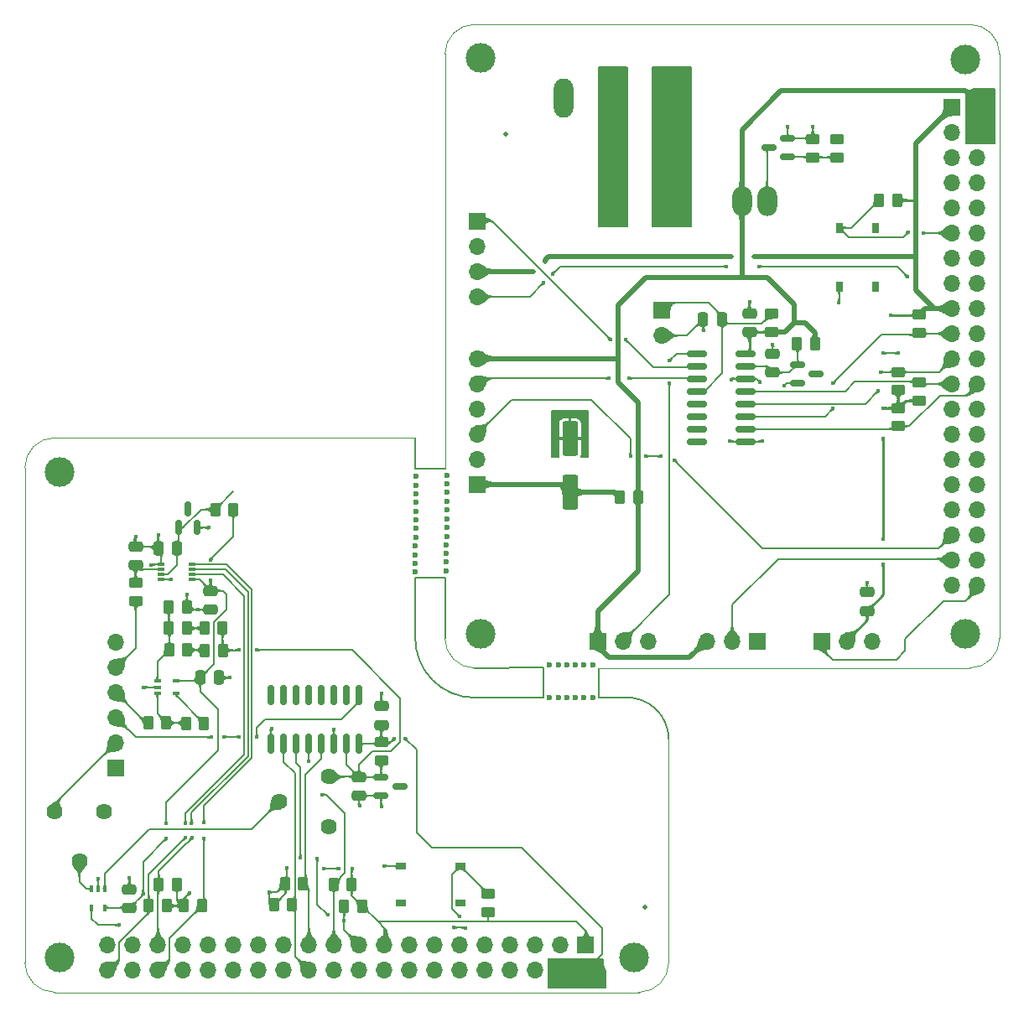
<source format=gbr>
%TF.GenerationSoftware,KiCad,Pcbnew,(6.0.4)*%
%TF.CreationDate,2022-06-25T00:33:20+03:00*%
%TF.ProjectId,VLC-both,564c432d-626f-4746-982e-6b696361645f,rev?*%
%TF.SameCoordinates,Original*%
%TF.FileFunction,Copper,L1,Top*%
%TF.FilePolarity,Positive*%
%FSLAX46Y46*%
G04 Gerber Fmt 4.6, Leading zero omitted, Abs format (unit mm)*
G04 Created by KiCad (PCBNEW (6.0.4)) date 2022-06-25 00:33:20*
%MOMM*%
%LPD*%
G01*
G04 APERTURE LIST*
G04 Aperture macros list*
%AMRoundRect*
0 Rectangle with rounded corners*
0 $1 Rounding radius*
0 $2 $3 $4 $5 $6 $7 $8 $9 X,Y pos of 4 corners*
0 Add a 4 corners polygon primitive as box body*
4,1,4,$2,$3,$4,$5,$6,$7,$8,$9,$2,$3,0*
0 Add four circle primitives for the rounded corners*
1,1,$1+$1,$2,$3*
1,1,$1+$1,$4,$5*
1,1,$1+$1,$6,$7*
1,1,$1+$1,$8,$9*
0 Add four rect primitives between the rounded corners*
20,1,$1+$1,$2,$3,$4,$5,0*
20,1,$1+$1,$4,$5,$6,$7,0*
20,1,$1+$1,$6,$7,$8,$9,0*
20,1,$1+$1,$8,$9,$2,$3,0*%
G04 Aperture macros list end*
%TA.AperFunction,Profile*%
%ADD10C,0.100000*%
%TD*%
%TA.AperFunction,Profile*%
%ADD11C,0.150000*%
%TD*%
%TA.AperFunction,ComponentPad*%
%ADD12C,0.600000*%
%TD*%
%TA.AperFunction,WasherPad*%
%ADD13C,3.000000*%
%TD*%
%TA.AperFunction,ComponentPad*%
%ADD14R,1.700000X1.700000*%
%TD*%
%TA.AperFunction,ComponentPad*%
%ADD15O,1.700000X1.700000*%
%TD*%
%TA.AperFunction,SMDPad,CuDef*%
%ADD16RoundRect,0.250000X0.262500X0.450000X-0.262500X0.450000X-0.262500X-0.450000X0.262500X-0.450000X0*%
%TD*%
%TA.AperFunction,SMDPad,CuDef*%
%ADD17RoundRect,0.250000X-0.475000X0.250000X-0.475000X-0.250000X0.475000X-0.250000X0.475000X0.250000X0*%
%TD*%
%TA.AperFunction,SMDPad,CuDef*%
%ADD18RoundRect,0.250000X0.450000X-0.262500X0.450000X0.262500X-0.450000X0.262500X-0.450000X-0.262500X0*%
%TD*%
%TA.AperFunction,ComponentPad*%
%ADD19R,2.000000X3.000000*%
%TD*%
%TA.AperFunction,ComponentPad*%
%ADD20O,2.000000X3.000000*%
%TD*%
%TA.AperFunction,ComponentPad*%
%ADD21C,1.620000*%
%TD*%
%TA.AperFunction,SMDPad,CuDef*%
%ADD22RoundRect,0.250000X-0.262500X-0.450000X0.262500X-0.450000X0.262500X0.450000X-0.262500X0.450000X0*%
%TD*%
%TA.AperFunction,SMDPad,CuDef*%
%ADD23RoundRect,0.250000X-0.450000X0.262500X-0.450000X-0.262500X0.450000X-0.262500X0.450000X0.262500X0*%
%TD*%
%TA.AperFunction,SMDPad,CuDef*%
%ADD24RoundRect,0.150000X0.150000X-0.587500X0.150000X0.587500X-0.150000X0.587500X-0.150000X-0.587500X0*%
%TD*%
%TA.AperFunction,SMDPad,CuDef*%
%ADD25RoundRect,0.250000X0.475000X-0.250000X0.475000X0.250000X-0.475000X0.250000X-0.475000X-0.250000X0*%
%TD*%
%TA.AperFunction,SMDPad,CuDef*%
%ADD26RoundRect,0.250000X0.550000X-1.500000X0.550000X1.500000X-0.550000X1.500000X-0.550000X-1.500000X0*%
%TD*%
%TA.AperFunction,SMDPad,CuDef*%
%ADD27RoundRect,0.250000X0.250000X0.475000X-0.250000X0.475000X-0.250000X-0.475000X0.250000X-0.475000X0*%
%TD*%
%TA.AperFunction,SMDPad,CuDef*%
%ADD28R,0.700000X1.000000*%
%TD*%
%TA.AperFunction,SMDPad,CuDef*%
%ADD29RoundRect,0.150000X-0.825000X-0.150000X0.825000X-0.150000X0.825000X0.150000X-0.825000X0.150000X0*%
%TD*%
%TA.AperFunction,ComponentPad*%
%ADD30R,1.980000X3.960000*%
%TD*%
%TA.AperFunction,ComponentPad*%
%ADD31O,1.980000X3.960000*%
%TD*%
%TA.AperFunction,SMDPad,CuDef*%
%ADD32C,0.500000*%
%TD*%
%TA.AperFunction,SMDPad,CuDef*%
%ADD33RoundRect,0.150000X0.587500X0.150000X-0.587500X0.150000X-0.587500X-0.150000X0.587500X-0.150000X0*%
%TD*%
%TA.AperFunction,SMDPad,CuDef*%
%ADD34R,0.400000X0.800000*%
%TD*%
%TA.AperFunction,SMDPad,CuDef*%
%ADD35RoundRect,0.150000X-0.587500X-0.150000X0.587500X-0.150000X0.587500X0.150000X-0.587500X0.150000X0*%
%TD*%
%TA.AperFunction,SMDPad,CuDef*%
%ADD36R,1.000000X0.700000*%
%TD*%
%TA.AperFunction,SMDPad,CuDef*%
%ADD37RoundRect,0.250000X-0.250000X-0.475000X0.250000X-0.475000X0.250000X0.475000X-0.250000X0.475000X0*%
%TD*%
%TA.AperFunction,SMDPad,CuDef*%
%ADD38RoundRect,0.150000X-0.150000X0.825000X-0.150000X-0.825000X0.150000X-0.825000X0.150000X0.825000X0*%
%TD*%
%TA.AperFunction,SMDPad,CuDef*%
%ADD39R,0.800000X0.400000*%
%TD*%
%TA.AperFunction,SMDPad,CuDef*%
%ADD40R,0.800000X0.300000*%
%TD*%
%TA.AperFunction,ViaPad*%
%ADD41C,0.400000*%
%TD*%
%TA.AperFunction,Conductor*%
%ADD42C,0.200000*%
%TD*%
%TA.AperFunction,Conductor*%
%ADD43C,0.500000*%
%TD*%
%TA.AperFunction,Conductor*%
%ADD44C,0.250000*%
%TD*%
%TA.AperFunction,Conductor*%
%ADD45C,2.000000*%
%TD*%
G04 APERTURE END LIST*
D10*
X100521200Y-149547200D02*
X100521200Y-127000000D01*
X80923874Y-54801474D02*
G75*
G03*
X77923874Y-57801474I26J-3000026D01*
G01*
D11*
X80882375Y-122795908D02*
X87884000Y-122754874D01*
X87884000Y-119761000D02*
X80923874Y-119801474D01*
X74930000Y-99695000D02*
X77923874Y-99695000D01*
X87884000Y-122754874D02*
X87884000Y-119761000D01*
X93472000Y-122781937D02*
X96045735Y-122781937D01*
D10*
X130923874Y-119801474D02*
G75*
G03*
X133923874Y-116801474I26J2999974D01*
G01*
X130923874Y-54801474D02*
X80923874Y-54801474D01*
X133923874Y-116801474D02*
X133923874Y-57801474D01*
D11*
X74930001Y-116713000D02*
G75*
G03*
X80882375Y-122795908I5993899J-88500D01*
G01*
D10*
X130923874Y-119801474D02*
X93472000Y-119788063D01*
D11*
X74930001Y-116713000D02*
X74957063Y-110718600D01*
D10*
X133923826Y-57801474D02*
G75*
G03*
X130923874Y-54801474I-2999926J74D01*
G01*
X77923926Y-116801474D02*
G75*
G03*
X80923874Y-119801474I2999974J-26D01*
G01*
D11*
X77950937Y-110718600D02*
X77923874Y-116801474D01*
D10*
X38521200Y-152547200D02*
X97521200Y-152547200D01*
X74930000Y-96551167D02*
X38516789Y-96551167D01*
D11*
X74930000Y-96551167D02*
X74930000Y-99695000D01*
X93472000Y-122781937D02*
X93472000Y-119788063D01*
D10*
X77923874Y-99695000D02*
X77923874Y-57801474D01*
X35521200Y-149547200D02*
G75*
G03*
X38521200Y-152547200I2999900J-100D01*
G01*
X97521200Y-152547200D02*
G75*
G03*
X100521200Y-149547200I0J3000000D01*
G01*
D11*
X74957063Y-110718600D02*
X77950937Y-110718600D01*
D10*
X35521200Y-149547200D02*
X35521200Y-99547200D01*
X38516789Y-96551170D02*
G75*
G03*
X35521200Y-99547200I11J-2995600D01*
G01*
D11*
X100521163Y-127000000D02*
G75*
G03*
X96045735Y-122781937I-4225463J0D01*
G01*
D12*
X75006200Y-100431600D03*
X75006200Y-101331600D03*
X74930000Y-109220000D03*
X74955400Y-107467400D03*
X74980800Y-105714800D03*
X75006200Y-104862200D03*
X75006200Y-102184200D03*
X75006200Y-103962200D03*
X75006200Y-103084200D03*
X74930000Y-110120000D03*
X74955400Y-108367400D03*
X74980800Y-106614800D03*
X78054200Y-110007400D03*
X78054200Y-109107400D03*
X78079600Y-108254800D03*
X78079600Y-107354800D03*
X78105000Y-106502200D03*
X78105000Y-105602200D03*
X78130400Y-104749600D03*
X78130400Y-103849600D03*
X78130400Y-102971600D03*
X78130400Y-102071600D03*
X88475400Y-122809000D03*
X89375400Y-122809000D03*
X91973400Y-122809000D03*
X92873400Y-122809000D03*
X90228000Y-122809000D03*
X91128000Y-122809000D03*
X91962400Y-119507000D03*
X92862400Y-119507000D03*
X90228000Y-119507000D03*
X91128000Y-119507000D03*
X78130400Y-101219000D03*
X78130400Y-100319000D03*
X88475400Y-119507000D03*
X89375400Y-119507000D03*
D13*
X97027556Y-149054811D03*
X39027556Y-149034811D03*
X39014400Y-100044811D03*
X81500000Y-58216794D03*
D14*
X93345000Y-117094000D03*
D15*
X95885000Y-117094000D03*
X98425000Y-117094000D03*
D16*
X55488800Y-118010700D03*
X53663800Y-118010700D03*
D17*
X69244044Y-130810000D03*
X69244044Y-132710000D03*
D14*
X109458994Y-117094000D03*
D15*
X106918994Y-117094000D03*
X104378994Y-117094000D03*
D18*
X125780800Y-92805900D03*
X125780800Y-90980900D03*
D19*
X95199194Y-72643994D03*
D20*
X100279194Y-72643994D03*
X107899194Y-72643994D03*
X110439194Y-72643994D03*
D21*
X66167000Y-130784600D03*
X61167000Y-133284600D03*
X66167000Y-135784600D03*
D16*
X97409000Y-102539800D03*
X95584000Y-102539800D03*
D22*
X121744100Y-72567800D03*
X123569100Y-72567800D03*
D17*
X54269600Y-112006100D03*
X54269600Y-113906100D03*
D23*
X125780800Y-84126700D03*
X125780800Y-85951700D03*
D24*
X51033600Y-105638600D03*
X52933600Y-105638600D03*
X51983600Y-103763600D03*
D25*
X71501000Y-125562400D03*
X71501000Y-123662400D03*
D21*
X38521000Y-134304400D03*
X41021000Y-139304400D03*
X43521000Y-134304400D03*
D16*
X68525556Y-141653411D03*
X66700556Y-141653411D03*
X49860200Y-143814800D03*
X48035200Y-143814800D03*
D26*
X90551000Y-102039400D03*
X90551000Y-96639400D03*
D13*
X130429000Y-58318400D03*
D18*
X123698000Y-91741000D03*
X123698000Y-89916000D03*
D22*
X60653456Y-143736211D03*
X62478456Y-143736211D03*
D27*
X55114356Y-120776911D03*
X53214356Y-120776911D03*
D28*
X117731600Y-81333600D03*
X117731600Y-75333600D03*
X121431600Y-81333600D03*
X121431600Y-75333600D03*
D13*
X130429000Y-116382800D03*
D22*
X47974200Y-125325900D03*
X49799200Y-125325900D03*
D18*
X71501000Y-129133600D03*
X71501000Y-127308600D03*
D22*
X51563900Y-143814800D03*
X53388900Y-143814800D03*
D23*
X115062000Y-66397500D03*
X115062000Y-68222500D03*
D25*
X46700400Y-109450900D03*
X46700400Y-107550900D03*
D29*
X103366800Y-88036400D03*
X103366800Y-89306400D03*
X103366800Y-90576400D03*
X103366800Y-91846400D03*
X103366800Y-93116400D03*
X103366800Y-94386400D03*
X103366800Y-95656400D03*
X103366800Y-96926400D03*
X108316800Y-96926400D03*
X108316800Y-95656400D03*
X108316800Y-94386400D03*
X108316800Y-93116400D03*
X108316800Y-91846400D03*
X108316800Y-90576400D03*
X108316800Y-89306400D03*
X108316800Y-88036400D03*
D14*
X81178400Y-74676000D03*
D15*
X81178400Y-77216000D03*
X81178400Y-79756000D03*
X81178400Y-82296000D03*
D30*
X99928594Y-62211594D03*
D31*
X94928594Y-62211594D03*
X89928594Y-62211594D03*
D23*
X46700400Y-111193300D03*
X46700400Y-113018300D03*
D14*
X115940594Y-117094000D03*
D15*
X118480594Y-117094000D03*
X121020594Y-117094000D03*
D27*
X105892600Y-84607400D03*
X103992600Y-84607400D03*
D18*
X117475000Y-68246000D03*
X117475000Y-66421000D03*
D22*
X50057000Y-115775500D03*
X51882000Y-115775500D03*
D16*
X50874300Y-141655800D03*
X49049300Y-141655800D03*
D22*
X51782300Y-125376700D03*
X53607300Y-125376700D03*
X113438300Y-87045800D03*
X115263300Y-87045800D03*
D13*
X81500000Y-116382800D03*
D14*
X44719200Y-129897900D03*
D15*
X44719200Y-127357900D03*
X44719200Y-124817900D03*
X44719200Y-122277900D03*
X44719200Y-119737900D03*
X44719200Y-117197900D03*
D32*
X98120200Y-143941800D03*
D16*
X51930900Y-117959900D03*
X50105900Y-117959900D03*
D23*
X123698000Y-93552000D03*
X123698000Y-95377000D03*
D18*
X110871000Y-85875500D03*
X110871000Y-84050500D03*
D22*
X54728700Y-103786700D03*
X56553700Y-103786700D03*
D33*
X112522000Y-68199000D03*
X112522000Y-66299000D03*
X110647000Y-67249000D03*
D34*
X43550600Y-142102800D03*
X42900600Y-142102800D03*
X42250600Y-142102800D03*
X42250600Y-144002800D03*
X43550600Y-144002800D03*
D32*
X84099400Y-65887600D03*
D14*
X99822000Y-83688000D03*
D15*
X99822000Y-86228000D03*
D25*
X110998000Y-89977000D03*
X110998000Y-88077000D03*
D22*
X61769156Y-141602611D03*
X63594156Y-141602611D03*
D16*
X69588556Y-143837811D03*
X67763556Y-143837811D03*
D23*
X82321400Y-142597500D03*
X82321400Y-144422500D03*
D35*
X113540300Y-89143800D03*
X113540300Y-91043800D03*
X115415300Y-90093800D03*
D22*
X53661900Y-115775500D03*
X55486900Y-115775500D03*
D17*
X46075600Y-142153600D03*
X46075600Y-144053600D03*
D36*
X73454000Y-139805800D03*
X79454000Y-139805800D03*
X73454000Y-143505800D03*
X79454000Y-143505800D03*
D16*
X51880100Y-113641900D03*
X50055100Y-113641900D03*
D37*
X48976200Y-107698300D03*
X50876200Y-107698300D03*
D38*
X69240400Y-122493000D03*
X67970400Y-122493000D03*
X66700400Y-122493000D03*
X65430400Y-122493000D03*
X64160400Y-122493000D03*
X62890400Y-122493000D03*
X61620400Y-122493000D03*
X60350400Y-122493000D03*
X60350400Y-127443000D03*
X61620400Y-127443000D03*
X62890400Y-127443000D03*
X64160400Y-127443000D03*
X65430400Y-127443000D03*
X66700400Y-127443000D03*
X67970400Y-127443000D03*
X69240400Y-127443000D03*
D14*
X81178400Y-101244400D03*
D15*
X81178400Y-98704400D03*
X81178400Y-96164400D03*
X81178400Y-93624400D03*
X81178400Y-91084400D03*
X81178400Y-88544400D03*
D39*
X48894456Y-121092111D03*
X48894456Y-121742111D03*
X48894456Y-122392111D03*
X50794456Y-122392111D03*
X50794456Y-121092111D03*
D40*
X52390600Y-110861300D03*
X52390600Y-110361300D03*
X52390600Y-109861300D03*
X52390600Y-109361300D03*
X49290600Y-109361300D03*
X49290600Y-109861300D03*
X49290600Y-110361300D03*
X49290600Y-110861300D03*
D25*
X120523000Y-114056200D03*
X120523000Y-112156200D03*
X108661200Y-85897800D03*
X108661200Y-83997800D03*
D35*
X71477900Y-130810000D03*
X71477900Y-132710000D03*
X73352900Y-131760000D03*
D14*
X92147556Y-147774811D03*
D15*
X92147556Y-150314811D03*
X89607556Y-147774811D03*
X89607556Y-150314811D03*
X87067556Y-147774811D03*
X87067556Y-150314811D03*
X84527556Y-147774811D03*
X84527556Y-150314811D03*
X81987556Y-147774811D03*
X81987556Y-150314811D03*
X79447556Y-147774811D03*
X79447556Y-150314811D03*
X76907556Y-147774811D03*
X76907556Y-150314811D03*
X74367556Y-147774811D03*
X74367556Y-150314811D03*
X71827556Y-147774811D03*
X71827556Y-150314811D03*
X69287556Y-147774811D03*
X69287556Y-150314811D03*
X66747556Y-147774811D03*
X66747556Y-150314811D03*
X64207556Y-147774811D03*
X64207556Y-150314811D03*
X61667556Y-147774811D03*
X61667556Y-150314811D03*
X59127556Y-147774811D03*
X59127556Y-150314811D03*
X56587556Y-147774811D03*
X56587556Y-150314811D03*
X54047556Y-147774811D03*
X54047556Y-150314811D03*
X51507556Y-147774811D03*
X51507556Y-150314811D03*
X48967556Y-147774811D03*
X48967556Y-150314811D03*
X46427556Y-147774811D03*
X46427556Y-150314811D03*
X43887556Y-147774811D03*
X43887556Y-150314811D03*
D14*
X129138994Y-63177754D03*
D15*
X131678994Y-63177754D03*
X129138994Y-65717754D03*
X131678994Y-65717754D03*
X129138994Y-68257754D03*
X131678994Y-68257754D03*
X129138994Y-70797754D03*
X131678994Y-70797754D03*
X129138994Y-73337754D03*
X131678994Y-73337754D03*
X129138994Y-75877754D03*
X131678994Y-75877754D03*
X129138994Y-78417754D03*
X131678994Y-78417754D03*
X129138994Y-80957754D03*
X131678994Y-80957754D03*
X129138994Y-83497754D03*
X131678994Y-83497754D03*
X129138994Y-86037754D03*
X131678994Y-86037754D03*
X129138994Y-88577754D03*
X131678994Y-88577754D03*
X129138994Y-91117754D03*
X131678994Y-91117754D03*
X129138994Y-93657754D03*
X131678994Y-93657754D03*
X129138994Y-96197754D03*
X131678994Y-96197754D03*
X129138994Y-98737754D03*
X131678994Y-98737754D03*
X129138994Y-101277754D03*
X131678994Y-101277754D03*
X129138994Y-103817754D03*
X131678994Y-103817754D03*
X129138994Y-106357754D03*
X131678994Y-106357754D03*
X129138994Y-108897754D03*
X131678994Y-108897754D03*
X129138994Y-111437754D03*
X131678994Y-111437754D03*
D41*
X51892200Y-112369600D03*
X71526400Y-133781800D03*
X110998000Y-87122000D03*
X122174000Y-88011000D03*
X54076600Y-105638600D03*
X109982000Y-96901000D03*
X112141000Y-91313000D03*
X89027000Y-95402400D03*
X89027000Y-94767400D03*
X123698000Y-88011000D03*
X42900600Y-141097000D03*
X46050200Y-140970000D03*
X69291200Y-133680200D03*
X71501000Y-122377200D03*
X120523000Y-111175800D03*
X106807000Y-90678000D03*
X89027000Y-94132400D03*
X91948000Y-95402400D03*
X80010000Y-146050000D03*
X50241200Y-110871000D03*
X109728000Y-90932000D03*
X46710600Y-106553000D03*
X47523400Y-121767600D03*
X91948000Y-94767400D03*
X117703600Y-82880200D03*
X71805800Y-139776200D03*
X108712000Y-82804000D03*
X91440000Y-94132400D03*
X104013000Y-85725000D03*
X66700400Y-126009400D03*
X115062000Y-65151000D03*
X91948000Y-94132400D03*
X52971900Y-113906100D03*
X78790800Y-146024600D03*
X106680000Y-96901000D03*
X48285400Y-109372400D03*
X56235600Y-120751600D03*
X48996600Y-106375200D03*
X89535000Y-94132400D03*
X112522000Y-65151000D03*
X60401200Y-125958600D03*
X96647000Y-98425000D03*
X99695000Y-98425000D03*
X98171000Y-98425000D03*
X101092000Y-98806000D03*
X94488000Y-90551000D03*
X96520000Y-90551000D03*
X94615000Y-86614000D03*
X96139000Y-86614000D03*
X88773000Y-80010000D03*
X109601000Y-79248000D03*
X124587000Y-80264000D03*
X87884000Y-80899000D03*
X106299000Y-79248000D03*
X106807000Y-78232000D03*
X86868000Y-79756000D03*
X109093000Y-78232000D03*
X122174000Y-93599000D03*
X122936000Y-84201000D03*
X122174000Y-109347000D03*
X88011000Y-78740000D03*
X122174000Y-96647000D03*
X122174000Y-106807000D03*
X117094000Y-91059000D03*
X117094000Y-93615900D03*
X121666000Y-91821000D03*
X121920000Y-89916000D03*
X45034200Y-145770600D03*
X64135000Y-129235200D03*
X65506600Y-132588000D03*
X63281636Y-138975820D03*
X66141600Y-144754600D03*
X67763556Y-145335156D03*
X64998600Y-139014200D03*
X100584000Y-88773000D03*
X100584000Y-91059000D03*
X58938020Y-117983000D03*
X57139980Y-117983000D03*
X58938020Y-126746000D03*
X57139980Y-126746000D03*
X54356000Y-126746000D03*
X55626000Y-126746000D03*
X60172600Y-142443200D03*
X47447200Y-142595600D03*
X49784000Y-137033000D03*
X49784000Y-135509000D03*
X67183000Y-140055600D03*
X61950600Y-139979400D03*
X54269600Y-110957400D03*
X65659000Y-140030200D03*
X54269600Y-108861800D03*
X52120800Y-142544800D03*
X68529200Y-140055600D03*
X72796400Y-126949200D03*
X73930900Y-126949200D03*
X53594000Y-136982200D03*
X53594000Y-135382000D03*
X51739800Y-135483600D03*
X51739800Y-136931400D03*
X52349400Y-135458200D03*
X52374800Y-136956800D03*
X126212600Y-75844400D03*
X124663200Y-75819000D03*
X79425800Y-144918028D03*
D42*
X93776800Y-148685567D02*
X92147556Y-150314811D01*
X93776800Y-146050000D02*
X93776800Y-148685567D01*
X85699600Y-137972800D02*
X93776800Y-146050000D01*
X75057000Y-136398000D02*
X76631800Y-137972800D01*
X75057000Y-128075300D02*
X75057000Y-136398000D01*
X76631800Y-137972800D02*
X85699600Y-137972800D01*
X73930900Y-126949200D02*
X75057000Y-128075300D01*
X49290600Y-108012700D02*
X48976200Y-107698300D01*
X48894456Y-121742111D02*
X47548889Y-121742111D01*
X114963500Y-66299000D02*
X115062000Y-66397500D01*
X60350400Y-127443000D02*
X60350400Y-126009400D01*
X102372000Y-86228000D02*
X99822000Y-86228000D01*
X103992600Y-84607400D02*
X103992600Y-85704600D01*
X52971900Y-113906100D02*
X54269600Y-113906100D01*
X49290600Y-109361300D02*
X49290600Y-108012700D01*
D43*
X89027000Y-95402400D02*
X89027000Y-94132400D01*
D42*
X51880100Y-112381700D02*
X51892200Y-112369600D01*
X112522000Y-66299000D02*
X114963500Y-66299000D01*
X109956600Y-96926400D02*
X109982000Y-96901000D01*
D43*
X91948000Y-94132400D02*
X91948000Y-95402400D01*
D42*
X106705400Y-96926400D02*
X106680000Y-96901000D01*
X106908600Y-90576400D02*
X106807000Y-90678000D01*
X48828800Y-107550900D02*
X48976200Y-107698300D01*
X120523000Y-112156200D02*
X120523000Y-111175800D01*
X108316800Y-90576400D02*
X109372400Y-90576400D01*
X56210289Y-120776911D02*
X56235600Y-120751600D01*
X122174000Y-88011000D02*
X123698000Y-88011000D01*
X46700400Y-106563200D02*
X46710600Y-106553000D01*
X112522000Y-66299000D02*
X112522000Y-65151000D01*
X69244044Y-133633044D02*
X69291200Y-133680200D01*
X109372400Y-90576400D02*
X109728000Y-90932000D01*
X108316800Y-90576400D02*
X106908600Y-90576400D01*
X50231500Y-110861300D02*
X50241200Y-110871000D01*
X108316800Y-96926400D02*
X109956600Y-96926400D01*
X48976200Y-106395600D02*
X48996600Y-106375200D01*
X46700400Y-107550900D02*
X48828800Y-107550900D01*
X110998000Y-88077000D02*
X110998000Y-87122000D01*
X69244044Y-132710000D02*
X71477900Y-132710000D01*
X46075600Y-142153600D02*
X46075600Y-140995400D01*
X60350400Y-126009400D02*
X60401200Y-125958600D01*
X49290600Y-110861300D02*
X50231500Y-110861300D01*
X48296500Y-109361300D02*
X48285400Y-109372400D01*
X112410200Y-91043800D02*
X112141000Y-91313000D01*
X49290600Y-109361300D02*
X48296500Y-109361300D01*
X69244044Y-132710000D02*
X69244044Y-133633044D01*
X79984600Y-146024600D02*
X80010000Y-146050000D01*
X46700400Y-107550900D02*
X46700400Y-106563200D01*
X71477900Y-132710000D02*
X71477900Y-133733300D01*
D43*
X89027000Y-94132400D02*
X91948000Y-94132400D01*
D42*
X73454000Y-139805800D02*
X71835400Y-139805800D01*
X117731600Y-82852200D02*
X117703600Y-82880200D01*
X108661200Y-83997800D02*
X108661200Y-82854800D01*
X71501000Y-123662400D02*
X71501000Y-122377200D01*
X51880100Y-113641900D02*
X52144300Y-113906100D01*
X46075600Y-140995400D02*
X46050200Y-140970000D01*
X42900600Y-142102800D02*
X42900600Y-141097000D01*
X103992600Y-85704600D02*
X104013000Y-85725000D01*
X117731600Y-81333600D02*
X117731600Y-82852200D01*
X108316800Y-96926400D02*
X106705400Y-96926400D01*
X48976200Y-107698300D02*
X48976200Y-106395600D01*
X51880100Y-113641900D02*
X51880100Y-112381700D01*
X113540300Y-91043800D02*
X112410200Y-91043800D01*
X108661200Y-82854800D02*
X108712000Y-82804000D01*
X55114356Y-120776911D02*
X56210289Y-120776911D01*
X71835400Y-139805800D02*
X71805800Y-139776200D01*
X52933600Y-105638600D02*
X54076600Y-105638600D01*
X103992600Y-84607400D02*
X102372000Y-86228000D01*
X78790800Y-146024600D02*
X79984600Y-146024600D01*
X66700400Y-127443000D02*
X66700400Y-126009400D01*
X52144300Y-113906100D02*
X52971900Y-113906100D01*
X47548889Y-121742111D02*
X47523400Y-121767600D01*
X115062000Y-66397500D02*
X115062000Y-65151000D01*
X71477900Y-133733300D02*
X71526400Y-133781800D01*
X117068600Y-118973600D02*
X123494800Y-118973600D01*
X124383800Y-116890800D02*
X128219200Y-113055400D01*
X131678994Y-111830806D02*
X131678994Y-111437754D01*
X128219200Y-113055400D02*
X130454400Y-113055400D01*
X130454400Y-113055400D02*
X131678994Y-111830806D01*
X115940594Y-116992394D02*
X115940594Y-117845594D01*
X123494800Y-118973600D02*
X124383800Y-118084600D01*
X124383800Y-118084600D02*
X124383800Y-116890800D01*
X115940594Y-117845594D02*
X117068600Y-118973600D01*
X106918994Y-116992394D02*
X106918994Y-113426006D01*
X129038729Y-108797489D02*
X129138994Y-108897754D01*
X111547511Y-108797489D02*
X129038729Y-108797489D01*
X106918994Y-113426006D02*
X111547511Y-108797489D01*
X96647000Y-98425000D02*
X96647000Y-96647000D01*
X98171000Y-98425000D02*
X99695000Y-98425000D01*
X127762000Y-107696000D02*
X109982000Y-107696000D01*
X109982000Y-107696000D02*
X101092000Y-98806000D01*
X92710000Y-92710000D02*
X84632800Y-92710000D01*
X129100246Y-106357754D02*
X127762000Y-107696000D01*
X96647000Y-96647000D02*
X92710000Y-92710000D01*
X129138994Y-106357754D02*
X129100246Y-106357754D01*
X84632800Y-92710000D02*
X81178400Y-96164400D01*
X81178400Y-91084400D02*
X81711800Y-90551000D01*
X81711800Y-90551000D02*
X94488000Y-90551000D01*
X103341400Y-90551000D02*
X103366800Y-90576400D01*
X96520000Y-90551000D02*
X103341400Y-90551000D01*
X82677000Y-74676000D02*
X81127600Y-74676000D01*
X96139000Y-86614000D02*
X98933000Y-89408000D01*
X98933000Y-89408000D02*
X103265200Y-89408000D01*
X94615000Y-86614000D02*
X82677000Y-74676000D01*
X103265200Y-89408000D02*
X103366800Y-89306400D01*
X88773000Y-80010000D02*
X89535000Y-79248000D01*
X109601000Y-79248000D02*
X123571000Y-79248000D01*
X86487000Y-82296000D02*
X87884000Y-80899000D01*
X103759000Y-79248000D02*
X106299000Y-79248000D01*
X81127600Y-82296000D02*
X86487000Y-82296000D01*
X89535000Y-79248000D02*
X103759000Y-79248000D01*
X123571000Y-79248000D02*
X124587000Y-80264000D01*
D43*
X129138994Y-63177754D02*
X125476000Y-66840748D01*
X129138994Y-83497754D02*
X126409746Y-83497754D01*
D44*
X125780800Y-92805900D02*
X124444100Y-92805900D01*
D43*
X125476000Y-78232000D02*
X125476000Y-81661000D01*
X88011000Y-78613000D02*
X88011000Y-78740000D01*
X127312754Y-83497754D02*
X129138994Y-83497754D01*
X126409746Y-83497754D02*
X125780800Y-84126700D01*
D44*
X122936000Y-84201000D02*
X125706500Y-84201000D01*
D43*
X125476000Y-78232000D02*
X109093000Y-78232000D01*
D44*
X120523000Y-114949988D02*
X120523000Y-114056200D01*
X122174000Y-112405200D02*
X122174000Y-109347000D01*
X123569100Y-72567800D02*
X125476000Y-72567800D01*
D43*
X106807000Y-78232000D02*
X88392000Y-78232000D01*
D44*
X125706500Y-84201000D02*
X125780800Y-84126700D01*
X122174000Y-96647000D02*
X122174000Y-106807000D01*
X123698000Y-91741000D02*
X123698000Y-93552000D01*
X124444100Y-92805900D02*
X123698000Y-93552000D01*
X123698000Y-93552000D02*
X122221000Y-93552000D01*
X118480594Y-116992394D02*
X120523000Y-114949988D01*
X120523000Y-114056200D02*
X122174000Y-112405200D01*
D43*
X125476000Y-72567800D02*
X125476000Y-78232000D01*
X88392000Y-78232000D02*
X88011000Y-78613000D01*
X125476000Y-66840748D02*
X125476000Y-72567800D01*
D44*
X122221000Y-93552000D02*
X122174000Y-93599000D01*
D43*
X125476000Y-81661000D02*
X127312754Y-83497754D01*
X86868000Y-79756000D02*
X81127600Y-79756000D01*
D42*
X125866854Y-86037754D02*
X125780800Y-85951700D01*
X117094000Y-93615900D02*
X116323500Y-94386400D01*
X129138994Y-86037754D02*
X125866854Y-86037754D01*
X125576820Y-86155680D02*
X121997320Y-86155680D01*
X125780800Y-85951700D02*
X125576820Y-86155680D01*
X121997320Y-86155680D02*
X117094000Y-91059000D01*
X116323500Y-94386400D02*
X108316800Y-94386400D01*
X123698000Y-89916000D02*
X127800748Y-89916000D01*
X121920000Y-89916000D02*
X123698000Y-89916000D01*
X108316800Y-93116400D02*
X120370600Y-93116400D01*
X127800748Y-89916000D02*
X129138994Y-88577754D01*
X120370600Y-93116400D02*
X121666000Y-91821000D01*
X125917654Y-91117754D02*
X125780800Y-90980900D01*
X125678880Y-90878980D02*
X119306020Y-90878980D01*
X118338600Y-91846400D02*
X108316800Y-91846400D01*
X125780800Y-90980900D02*
X125678880Y-90878980D01*
X129138994Y-91117754D02*
X125917654Y-91117754D01*
X119306020Y-90878980D02*
X118338600Y-91846400D01*
X130529483Y-92267265D02*
X131678994Y-91117754D01*
X108316800Y-95656400D02*
X123418600Y-95656400D01*
X123418600Y-95656400D02*
X123698000Y-95377000D01*
X127879784Y-92267265D02*
X130529483Y-92267265D01*
X124770049Y-95377000D02*
X127879784Y-92267265D01*
X123698000Y-95377000D02*
X124770049Y-95377000D01*
D43*
X97409000Y-92964000D02*
X95377000Y-90932000D01*
X97409000Y-109982000D02*
X93345000Y-114046000D01*
D44*
X108683500Y-85875500D02*
X108661200Y-85897800D01*
D43*
X93345000Y-114046000D02*
X93345000Y-117094000D01*
X107899194Y-80340194D02*
X107950000Y-80391000D01*
X107950000Y-80391000D02*
X110490000Y-80391000D01*
X95377000Y-90932000D02*
X95377000Y-89662000D01*
X107899194Y-72643994D02*
X107899194Y-76276194D01*
X93345000Y-117094000D02*
X93345000Y-117602000D01*
X94488000Y-118745000D02*
X102626388Y-118745000D01*
X115263300Y-85926300D02*
X115263300Y-87045800D01*
X110490000Y-80391000D02*
X113157000Y-83058000D01*
X131678994Y-63177754D02*
X131678994Y-65717754D01*
X113157000Y-84963000D02*
X114300000Y-84963000D01*
X107899194Y-76276194D02*
X107899194Y-80340194D01*
X93345000Y-117602000D02*
X94488000Y-118745000D01*
X102626388Y-118745000D02*
X104378994Y-116992394D01*
X112244500Y-85875500D02*
X110871000Y-85875500D01*
X97409000Y-102539800D02*
X97409000Y-109982000D01*
X107899194Y-72643994D02*
X107899194Y-65455806D01*
X95377000Y-89662000D02*
X95377000Y-88544400D01*
X131678994Y-62717994D02*
X131678994Y-63177754D01*
X113157000Y-84963000D02*
X112244500Y-85875500D01*
X97409000Y-102539800D02*
X97409000Y-92964000D01*
D44*
X110871000Y-85875500D02*
X108683500Y-85875500D01*
D43*
X111837479Y-61517521D02*
X130478521Y-61517521D01*
X114300000Y-84963000D02*
X115263300Y-85926300D01*
X98171000Y-80391000D02*
X95377000Y-83185000D01*
X107899194Y-80391000D02*
X98171000Y-80391000D01*
X95377000Y-88544400D02*
X81178400Y-88544400D01*
X107899194Y-65455806D02*
X111837479Y-61517521D01*
X107899194Y-76276194D02*
X107899194Y-80391000D01*
D44*
X108661200Y-85897800D02*
X108661200Y-87692000D01*
D43*
X130478521Y-61517521D02*
X131678994Y-62717994D01*
X113157000Y-83058000D02*
X113157000Y-84963000D01*
D44*
X108661200Y-87692000D02*
X108316800Y-88036400D01*
D43*
X95377000Y-83185000D02*
X95377000Y-89662000D01*
D42*
X42250600Y-145120600D02*
X42799000Y-145669000D01*
X42900600Y-145770600D02*
X45034200Y-145770600D01*
X42250600Y-144002800D02*
X42250600Y-145120600D01*
X42799000Y-145669000D02*
X42900600Y-145770600D01*
X50794456Y-122563856D02*
X53607300Y-125376700D01*
X50794456Y-122392111D02*
X50794456Y-122563856D01*
X38521000Y-133556100D02*
X38521000Y-134304400D01*
X44719200Y-127357900D02*
X38521000Y-133556100D01*
X63855600Y-141341167D02*
X63855600Y-130556000D01*
X65430400Y-128981200D02*
X65430400Y-127443000D01*
X63855600Y-130556000D02*
X65430400Y-128981200D01*
X64207556Y-147774811D02*
X64207556Y-142216011D01*
X64207556Y-142216011D02*
X63594156Y-141602611D01*
X63594156Y-141602611D02*
X63855600Y-141341167D01*
X65506600Y-132588000D02*
X65963800Y-132588000D01*
X65963800Y-132588000D02*
X67843400Y-134467600D01*
X66700556Y-147727811D02*
X66700556Y-141653411D01*
X67843400Y-140510567D02*
X66700556Y-141653411D01*
X66747556Y-147774811D02*
X66700556Y-147727811D01*
X64135000Y-129235200D02*
X64160400Y-129209800D01*
X64160400Y-129209800D02*
X64160400Y-127443000D01*
X67843400Y-134467600D02*
X67843400Y-140510567D01*
X67763556Y-143837811D02*
X67763556Y-146250811D01*
X64998600Y-139014200D02*
X65049400Y-139065000D01*
X62890400Y-127443000D02*
X62890400Y-129387600D01*
X63347600Y-138835836D02*
X63194636Y-138988800D01*
X63347600Y-129844800D02*
X63347600Y-138835836D01*
X67763556Y-146250811D02*
X69287556Y-147774811D01*
X65049400Y-139065000D02*
X65049400Y-143662400D01*
X65049400Y-143662400D02*
X66141600Y-144754600D01*
X62890400Y-129387600D02*
X63347600Y-129844800D01*
X61620400Y-129286000D02*
X61620400Y-127443000D01*
X62478456Y-143736211D02*
X62782136Y-143432531D01*
X62817067Y-144074822D02*
X62817067Y-148924322D01*
X62817067Y-148924322D02*
X64207556Y-150314811D01*
X62782136Y-130447736D02*
X61620400Y-129286000D01*
X62782136Y-143432531D02*
X62782136Y-130447736D01*
X62478456Y-143736211D02*
X62817067Y-144074822D01*
X51033600Y-105638600D02*
X51033600Y-107540900D01*
X49939622Y-110361300D02*
X49290600Y-110361300D01*
X50876200Y-107698300D02*
X50876200Y-109424722D01*
X51033600Y-107540900D02*
X50876200Y-107698300D01*
X53333717Y-103786700D02*
X54728700Y-103786700D01*
X51481817Y-105638600D02*
X53333717Y-103786700D01*
X50876200Y-109424722D02*
X49939622Y-110361300D01*
X54728700Y-103786700D02*
X56534400Y-101981000D01*
X51033600Y-105638600D02*
X51481817Y-105638600D01*
X100584000Y-112395000D02*
X95885000Y-117094000D01*
X101320600Y-88036400D02*
X103366800Y-88036400D01*
X100584000Y-88773000D02*
X101320600Y-88036400D01*
X100584000Y-91059000D02*
X100584000Y-112395000D01*
X105892600Y-84607400D02*
X105918000Y-84632800D01*
X105918000Y-90043000D02*
X104114600Y-91846400D01*
X105918000Y-84632800D02*
X105918000Y-90043000D01*
X99822000Y-83688000D02*
X100579000Y-82931000D01*
X105892600Y-84302600D02*
X105892600Y-84607400D01*
X104521000Y-82931000D02*
X105892600Y-84302600D01*
X109873220Y-85048280D02*
X106333480Y-85048280D01*
X110871000Y-84050500D02*
X109873220Y-85048280D01*
X100579000Y-82931000D02*
X104521000Y-82931000D01*
X104114600Y-91846400D02*
X103366800Y-91846400D01*
X106333480Y-85048280D02*
X105892600Y-84607400D01*
X115062000Y-68222500D02*
X117451500Y-68222500D01*
X117451500Y-68222500D02*
X117475000Y-68246000D01*
X112522000Y-68199000D02*
X115038500Y-68199000D01*
X115038500Y-68199000D02*
X115062000Y-68222500D01*
X44719200Y-122277900D02*
X47767200Y-125325900D01*
X47767200Y-125325900D02*
X47974200Y-125325900D01*
X57112280Y-118010700D02*
X55488800Y-118010700D01*
X66167000Y-130784600D02*
X69218644Y-130784600D01*
X57139980Y-117983000D02*
X57112280Y-118010700D01*
X69244044Y-130810000D02*
X71477900Y-130810000D01*
X71477900Y-129156700D02*
X71501000Y-129133600D01*
X69244044Y-129561756D02*
X69244044Y-130810000D01*
X70561200Y-128244600D02*
X69244044Y-129561756D01*
X72491600Y-128244600D02*
X70561200Y-128244600D01*
X55486900Y-118008800D02*
X55488800Y-118010700D01*
X67970400Y-129536356D02*
X69244044Y-130810000D01*
X58938020Y-117983000D02*
X68554600Y-117983000D01*
X67970400Y-127443000D02*
X67970400Y-129536356D01*
X68554600Y-117983000D02*
X73431400Y-122859800D01*
X55486900Y-115775500D02*
X55486900Y-118008800D01*
X73431400Y-122859800D02*
X73431400Y-127304800D01*
X69218644Y-130784600D02*
X69244044Y-130810000D01*
X71477900Y-130810000D02*
X71477900Y-129156700D01*
X73431400Y-127304800D02*
X72491600Y-128244600D01*
X110439194Y-67456806D02*
X110647000Y-67249000D01*
X110439194Y-72643994D02*
X110439194Y-67456806D01*
X49279989Y-109871911D02*
X47121411Y-109871911D01*
X46700400Y-111193300D02*
X46700400Y-109450900D01*
X47121411Y-109871911D02*
X46700400Y-109450900D01*
X49290600Y-109861300D02*
X49279989Y-109871911D01*
X53613000Y-117959900D02*
X53663800Y-118010700D01*
X51930900Y-117959900D02*
X53613000Y-117959900D01*
X48894456Y-121092111D02*
X48894456Y-119171344D01*
X50105900Y-117959900D02*
X50105900Y-115824400D01*
X50105900Y-115824400D02*
X50057000Y-115775500D01*
X50057000Y-115775500D02*
X50055100Y-115773600D01*
X50055100Y-115773600D02*
X50055100Y-113641900D01*
X48894456Y-119171344D02*
X50105900Y-117959900D01*
X48894456Y-122392111D02*
X48894456Y-124421156D01*
X51731500Y-125325900D02*
X51782300Y-125376700D01*
X49799200Y-125325900D02*
X51731500Y-125325900D01*
X48894456Y-124421156D02*
X49799200Y-125325900D01*
X51882000Y-115775500D02*
X53661900Y-115775500D01*
X110327400Y-89306400D02*
X110998000Y-89977000D01*
X108316800Y-89306400D02*
X110327400Y-89306400D01*
X112707100Y-89977000D02*
X113540300Y-89143800D01*
X113540300Y-89143800D02*
X113540300Y-87147800D01*
X110998000Y-89977000D02*
X112707100Y-89977000D01*
X113540300Y-87147800D02*
X113438300Y-87045800D01*
D45*
X94928594Y-62211594D02*
X94928594Y-72373394D01*
X94928594Y-72373394D02*
X95199194Y-72643994D01*
X100279194Y-62562194D02*
X99928594Y-62211594D01*
X100279194Y-72643994D02*
X100279194Y-62562194D01*
D43*
X90551000Y-102039400D02*
X95083600Y-102039400D01*
X81178400Y-101244400D02*
X89756000Y-101244400D01*
X89756000Y-101244400D02*
X90551000Y-102039400D01*
X95083600Y-102039400D02*
X95584000Y-102539800D01*
D42*
X58938020Y-126746000D02*
X58938020Y-125821580D01*
X58938020Y-125821580D02*
X59791600Y-124968000D01*
X54305200Y-126796800D02*
X54356000Y-126746000D01*
X46698100Y-126796800D02*
X54305200Y-126796800D01*
X59791600Y-124968000D02*
X67487800Y-124968000D01*
X44719200Y-124817900D02*
X46698100Y-126796800D01*
X69240400Y-123215400D02*
X69240400Y-122493000D01*
X55626000Y-126746000D02*
X57139980Y-126746000D01*
X67487800Y-124968000D02*
X69240400Y-123215400D01*
X44719200Y-119737900D02*
X46700400Y-117756700D01*
X46700400Y-117756700D02*
X46700400Y-113018300D01*
X92147556Y-147774811D02*
X92147556Y-146351156D01*
X71827556Y-146076811D02*
X71827556Y-147774811D01*
X55516500Y-112006100D02*
X54269600Y-112006100D01*
X67183000Y-140055600D02*
X65684400Y-140055600D01*
X49784000Y-133350000D02*
X54991000Y-128143000D01*
X68525556Y-142774811D02*
X69588556Y-143837811D01*
X56553700Y-106514300D02*
X56553700Y-103786700D01*
X50794456Y-121092111D02*
X52899156Y-121092111D01*
X82344272Y-145417528D02*
X71168272Y-145417528D01*
X53124800Y-110861300D02*
X54269600Y-112006100D01*
X60653456Y-143736211D02*
X61769156Y-142620511D01*
X52899156Y-121092111D02*
X53214356Y-120776911D01*
X60172600Y-142443200D02*
X60928567Y-142443200D01*
X68525556Y-141653411D02*
X68525556Y-140059244D01*
X71168272Y-145417528D02*
X71827556Y-146076811D01*
X61950600Y-139979400D02*
X61950600Y-141421167D01*
X47447200Y-142682000D02*
X46075600Y-144053600D01*
X49860200Y-143814800D02*
X51563900Y-143814800D01*
X91213928Y-145417528D02*
X82344272Y-145417528D01*
X53214356Y-120776911D02*
X54584600Y-119406667D01*
X68525556Y-140059244D02*
X68529200Y-140055600D01*
X68525556Y-141653411D02*
X68525556Y-142774811D01*
X60172600Y-143255355D02*
X60653456Y-143736211D01*
X50874300Y-141655800D02*
X50874300Y-143125200D01*
X54991000Y-128143000D02*
X54991000Y-124002800D01*
X51563900Y-143101700D02*
X52120800Y-142544800D01*
X82321400Y-145394656D02*
X82344272Y-145417528D01*
X54269600Y-108798400D02*
X56553700Y-106514300D01*
X92147556Y-146351156D02*
X91213928Y-145417528D01*
X55854600Y-113918162D02*
X55854600Y-112344200D01*
X53214356Y-122226156D02*
X53214356Y-120776911D01*
X52390600Y-110861300D02*
X53124800Y-110861300D01*
X54991000Y-124002800D02*
X53214356Y-122226156D01*
X54584600Y-115188162D02*
X55854600Y-113918162D01*
X54584600Y-119406667D02*
X54584600Y-115188162D01*
X49784000Y-135509000D02*
X49784000Y-133350000D01*
X82321400Y-144422500D02*
X82321400Y-145394656D01*
X60172600Y-142443200D02*
X60172600Y-143255355D01*
X43550600Y-144002800D02*
X46024800Y-144002800D01*
X50874300Y-143125200D02*
X51563900Y-143814800D01*
X51563900Y-143814800D02*
X51563900Y-143101700D01*
X65684400Y-140055600D02*
X65659000Y-140030200D01*
X46024800Y-144002800D02*
X46075600Y-144053600D01*
X61769156Y-142620511D02*
X61769156Y-141602611D01*
X60928567Y-142443200D02*
X61769156Y-141602611D01*
X54269600Y-112006100D02*
X54269600Y-110957400D01*
X69588556Y-143837811D02*
X71168272Y-145417528D01*
X55854600Y-112344200D02*
X55516500Y-112006100D01*
X47447200Y-142595600D02*
X47447200Y-142682000D01*
X61950600Y-141421167D02*
X61769156Y-141602611D01*
X47447200Y-142595600D02*
X47447200Y-139369800D01*
X54269600Y-108861800D02*
X54269600Y-108798400D01*
X47447200Y-139369800D02*
X49784000Y-137033000D01*
X71501000Y-127308600D02*
X72437000Y-127308600D01*
X71501000Y-125562400D02*
X71501000Y-127308600D01*
X71366600Y-127443000D02*
X71501000Y-127308600D01*
X69240400Y-127443000D02*
X71366600Y-127443000D01*
X72437000Y-127308600D02*
X72796400Y-126949200D01*
X48082200Y-136067800D02*
X58383800Y-136067800D01*
X58383800Y-136067800D02*
X61167000Y-133284600D01*
X43550600Y-142102800D02*
X43550600Y-140599400D01*
X43550600Y-140599400D02*
X48082200Y-136067800D01*
X41021000Y-141376400D02*
X41021000Y-139304400D01*
X42250600Y-142102800D02*
X41747400Y-142102800D01*
X41747400Y-142102800D02*
X41021000Y-141376400D01*
X53594000Y-133731000D02*
X58438520Y-128886480D01*
X55894300Y-109361300D02*
X52390600Y-109361300D01*
X58438520Y-111905520D02*
X55894300Y-109361300D01*
X50117067Y-149165300D02*
X48967556Y-150314811D01*
X50117067Y-149165300D02*
X50117067Y-147086633D01*
X50117067Y-147086633D02*
X53388900Y-143814800D01*
X53594000Y-135382000D02*
X53594000Y-133731000D01*
X53594000Y-143609700D02*
X53388900Y-143814800D01*
X53594000Y-136982200D02*
X53594000Y-143609700D01*
X58438520Y-128886480D02*
X58438520Y-111905520D01*
X55497300Y-110361300D02*
X57639480Y-112503480D01*
X45037067Y-149165300D02*
X43887556Y-150314811D01*
X48035200Y-144541512D02*
X45037067Y-147539645D01*
X48035200Y-140636000D02*
X51739800Y-136931400D01*
X48035200Y-143814800D02*
X48035200Y-144541512D01*
X52390600Y-110361300D02*
X55497300Y-110361300D01*
X57639480Y-128542520D02*
X51739800Y-134442200D01*
X45037067Y-147539645D02*
X45037067Y-149165300D01*
X48035200Y-143814800D02*
X48035200Y-140636000D01*
X57639480Y-112503480D02*
X57639480Y-128542520D01*
X51739800Y-134442200D02*
X51739800Y-135483600D01*
X58039000Y-112141000D02*
X58038999Y-128708007D01*
X52390600Y-109861300D02*
X55759300Y-109861300D01*
X51946705Y-137430911D02*
X52374800Y-137002816D01*
X55759300Y-109861300D02*
X58039000Y-112141000D01*
X58038999Y-128708007D02*
X52349400Y-134397606D01*
X48967556Y-141737544D02*
X49049300Y-141655800D01*
X49049300Y-140307700D02*
X51926089Y-137430911D01*
X49049300Y-141655800D02*
X49049300Y-140307700D01*
X51926089Y-137430911D02*
X51946705Y-137430911D01*
X52374800Y-137002816D02*
X52374800Y-136956800D01*
X52349400Y-134397606D02*
X52349400Y-135458200D01*
X48967556Y-147774811D02*
X48967556Y-141737544D01*
X118699600Y-76301600D02*
X117731600Y-75333600D01*
X118978300Y-75333600D02*
X121744100Y-72567800D01*
X117731600Y-75333600D02*
X118978300Y-75333600D01*
X126212600Y-75844400D02*
X126245954Y-75877754D01*
X124663200Y-75819000D02*
X124180600Y-76301600D01*
X126245954Y-75877754D02*
X129138994Y-75877754D01*
X124180600Y-76301600D02*
X118699600Y-76301600D01*
X78613000Y-140646800D02*
X79454000Y-139805800D01*
X78613000Y-144105228D02*
X78613000Y-140646800D01*
X82321400Y-142597500D02*
X82245700Y-142597500D01*
X82245700Y-142597500D02*
X79454000Y-139805800D01*
X79425800Y-144918028D02*
X78613000Y-144105228D01*
%TA.AperFunction,Conductor*%
G36*
X71925171Y-139615515D02*
G01*
X71946668Y-139630137D01*
X71972136Y-139646947D01*
X71995915Y-139661452D01*
X71996072Y-139661535D01*
X71996082Y-139661541D01*
X72014739Y-139671437D01*
X72019082Y-139673741D01*
X72042711Y-139683900D01*
X72067877Y-139692016D01*
X72068148Y-139692076D01*
X72095410Y-139698123D01*
X72095413Y-139698124D01*
X72095654Y-139698177D01*
X72095880Y-139698208D01*
X72095892Y-139698210D01*
X72113627Y-139700629D01*
X72127117Y-139702470D01*
X72127285Y-139702482D01*
X72127298Y-139702483D01*
X72163210Y-139704973D01*
X72163340Y-139704982D01*
X72188060Y-139705463D01*
X72193928Y-139705577D01*
X72202132Y-139709164D01*
X72205400Y-139717275D01*
X72205400Y-139894245D01*
X72201973Y-139902518D01*
X72193846Y-139905944D01*
X72175226Y-139906177D01*
X72157497Y-139906399D01*
X72122445Y-139907939D01*
X72116539Y-139908198D01*
X72116536Y-139908198D01*
X72116427Y-139908203D01*
X72080788Y-139911220D01*
X72075428Y-139911939D01*
X72049324Y-139915438D01*
X72049309Y-139915440D01*
X72049178Y-139915458D01*
X72037409Y-139917679D01*
X72020364Y-139920896D01*
X72020354Y-139920898D01*
X72020196Y-139920928D01*
X72002507Y-139925204D01*
X71992592Y-139927600D01*
X71992581Y-139927603D01*
X71992440Y-139927637D01*
X71982634Y-139930430D01*
X71964599Y-139935567D01*
X71964560Y-139935579D01*
X71964506Y-139935594D01*
X71964458Y-139935609D01*
X71964421Y-139935620D01*
X71943982Y-139942002D01*
X71934995Y-139944808D01*
X71902503Y-139955287D01*
X71902465Y-139955299D01*
X71873434Y-139964553D01*
X71864511Y-139963801D01*
X71860622Y-139960558D01*
X71856551Y-139955287D01*
X71714320Y-139771160D01*
X71711974Y-139762518D01*
X71716794Y-139754476D01*
X71830355Y-139673638D01*
X71911807Y-139615657D01*
X71920533Y-139613651D01*
X71925171Y-139615515D01*
G37*
%TD.AperFunction*%
%TA.AperFunction,Conductor*%
G36*
X79573886Y-139684319D02*
G01*
X79573902Y-139684282D01*
X79574837Y-139684691D01*
X79576906Y-139685501D01*
X79576996Y-139685635D01*
X79577668Y-139685929D01*
X79568861Y-140136415D01*
X79502355Y-140157122D01*
X79444212Y-140171518D01*
X79443118Y-140171789D01*
X79442675Y-140171890D01*
X79388929Y-140183005D01*
X79388858Y-140183019D01*
X79339051Y-140192996D01*
X79339042Y-140192998D01*
X79338947Y-140193017D01*
X79291410Y-140204300D01*
X79244786Y-140219273D01*
X79244506Y-140219398D01*
X79244498Y-140219401D01*
X79236451Y-140222992D01*
X79197546Y-140240352D01*
X79197244Y-140240533D01*
X79148450Y-140269780D01*
X79148445Y-140269783D01*
X79148157Y-140269956D01*
X79095088Y-140310504D01*
X79094894Y-140310683D01*
X79094885Y-140310691D01*
X79066057Y-140337359D01*
X79045068Y-140356773D01*
X79036669Y-140359875D01*
X79028851Y-140356457D01*
X78903343Y-140230949D01*
X78899916Y-140222676D01*
X78903027Y-140214731D01*
X78949108Y-140164914D01*
X78949116Y-140164905D01*
X78949295Y-140164711D01*
X78952339Y-140160728D01*
X78968202Y-140139966D01*
X78989843Y-140111642D01*
X79019447Y-140062253D01*
X79030458Y-140037575D01*
X79040398Y-140015301D01*
X79040401Y-140015293D01*
X79040526Y-140015013D01*
X79055499Y-139968389D01*
X79066782Y-139920852D01*
X79076794Y-139870870D01*
X79087909Y-139817124D01*
X79088010Y-139816681D01*
X79102594Y-139757779D01*
X79102780Y-139757113D01*
X79120877Y-139698994D01*
X79126609Y-139692113D01*
X79131818Y-139690774D01*
X79454000Y-139684476D01*
X79568568Y-139682236D01*
X79573886Y-139684319D01*
G37*
%TD.AperFunction*%
%TA.AperFunction,Conductor*%
G36*
X81637003Y-141846622D02*
G01*
X81714687Y-141917147D01*
X81793604Y-141973381D01*
X81793978Y-141973574D01*
X81793981Y-141973576D01*
X81867330Y-142011460D01*
X81867335Y-142011462D01*
X81867720Y-142011661D01*
X81939255Y-142035816D01*
X81939640Y-142035891D01*
X82010167Y-142049625D01*
X82010176Y-142049626D01*
X82010426Y-142049675D01*
X82010674Y-142049700D01*
X82010680Y-142049701D01*
X82041767Y-142052848D01*
X82083453Y-142057068D01*
X82160554Y-142061823D01*
X82243657Y-142067748D01*
X82244208Y-142067800D01*
X82335449Y-142078689D01*
X82336262Y-142078816D01*
X82430146Y-142096944D01*
X82437620Y-142101877D01*
X82439539Y-142106992D01*
X82518907Y-142746861D01*
X82516525Y-142755493D01*
X82508282Y-142759959D01*
X81952275Y-142806949D01*
X81865825Y-142814255D01*
X81857293Y-142811537D01*
X81854044Y-142807107D01*
X81814657Y-142712824D01*
X81814319Y-142711909D01*
X81784821Y-142620562D01*
X81784607Y-142619814D01*
X81763658Y-142536325D01*
X81763568Y-142535939D01*
X81746763Y-142457849D01*
X81746754Y-142457810D01*
X81743927Y-142445385D01*
X81729747Y-142383061D01*
X81708137Y-142309448D01*
X81677512Y-142234700D01*
X81633450Y-142156508D01*
X81571529Y-142072561D01*
X81571317Y-142072329D01*
X81494886Y-141988807D01*
X81491828Y-141980390D01*
X81495244Y-141972635D01*
X81620867Y-141847012D01*
X81629140Y-141843585D01*
X81637003Y-141846622D01*
G37*
%TD.AperFunction*%
%TA.AperFunction,Conductor*%
G36*
X79454000Y-139684476D02*
G01*
X79776181Y-139690774D01*
X79784385Y-139694362D01*
X79787123Y-139698994D01*
X79805219Y-139757113D01*
X79805405Y-139757779D01*
X79819989Y-139816681D01*
X79820090Y-139817124D01*
X79831205Y-139870870D01*
X79841217Y-139920852D01*
X79852500Y-139968389D01*
X79867473Y-140015013D01*
X79867598Y-140015293D01*
X79867601Y-140015301D01*
X79877541Y-140037575D01*
X79888552Y-140062253D01*
X79918156Y-140111642D01*
X79938471Y-140138230D01*
X79952906Y-140157122D01*
X79958704Y-140164711D01*
X79958883Y-140164905D01*
X79958891Y-140164914D01*
X80004973Y-140214731D01*
X80008075Y-140223131D01*
X80004657Y-140230949D01*
X79879149Y-140356457D01*
X79870876Y-140359884D01*
X79862931Y-140356773D01*
X79862590Y-140356457D01*
X79845009Y-140340195D01*
X79813114Y-140310691D01*
X79813105Y-140310683D01*
X79812911Y-140310504D01*
X79759842Y-140269956D01*
X79759554Y-140269783D01*
X79759549Y-140269780D01*
X79710755Y-140240533D01*
X79710453Y-140240352D01*
X79685775Y-140229341D01*
X79663501Y-140219401D01*
X79663493Y-140219398D01*
X79663213Y-140219273D01*
X79616589Y-140204300D01*
X79569052Y-140193017D01*
X79568957Y-140192998D01*
X79568948Y-140192996D01*
X79519141Y-140183019D01*
X79519070Y-140183005D01*
X79465324Y-140171890D01*
X79464881Y-140171789D01*
X79462466Y-140171191D01*
X79405644Y-140157122D01*
X79339139Y-140136415D01*
X79330333Y-139685929D01*
X79333043Y-139684744D01*
X79334511Y-139683216D01*
X79339430Y-139682236D01*
X79454000Y-139684476D01*
G37*
%TD.AperFunction*%
%TA.AperFunction,Conductor*%
G36*
X79229010Y-144579530D02*
G01*
X79252033Y-144601756D01*
X79280053Y-144626507D01*
X79305677Y-144646642D01*
X79329779Y-144663003D01*
X79329967Y-144663111D01*
X79329974Y-144663115D01*
X79338098Y-144667766D01*
X79353234Y-144676433D01*
X79376917Y-144687774D01*
X79387565Y-144692111D01*
X79401611Y-144697832D01*
X79401629Y-144697839D01*
X79401703Y-144697869D01*
X79417311Y-144703521D01*
X79428437Y-144707550D01*
X79428448Y-144707554D01*
X79428468Y-144707561D01*
X79444095Y-144712906D01*
X79458086Y-144717692D01*
X79458087Y-144717692D01*
X79482734Y-144726127D01*
X79483686Y-144726453D01*
X79490403Y-144732375D01*
X79491595Y-144737294D01*
X79496272Y-144976573D01*
X79493007Y-144984912D01*
X79484345Y-144988500D01*
X79245066Y-144983823D01*
X79236862Y-144980235D01*
X79234225Y-144975914D01*
X79225464Y-144950316D01*
X79225464Y-144950314D01*
X79215333Y-144920696D01*
X79205674Y-144894023D01*
X79205641Y-144893931D01*
X79195546Y-144869145D01*
X79184205Y-144845462D01*
X79170775Y-144822007D01*
X79154414Y-144797905D01*
X79134279Y-144772281D01*
X79109528Y-144744261D01*
X79087302Y-144721238D01*
X79084022Y-144712906D01*
X79087447Y-144704839D01*
X79212611Y-144579675D01*
X79220884Y-144576248D01*
X79229010Y-144579530D01*
G37*
%TD.AperFunction*%
%TA.AperFunction,Conductor*%
G36*
X47595492Y-121580895D02*
G01*
X47624563Y-121590881D01*
X47657048Y-121602034D01*
X47686609Y-121611734D01*
X47714640Y-121620019D01*
X47742539Y-121626926D01*
X47771700Y-121632493D01*
X47771888Y-121632518D01*
X47771893Y-121632519D01*
X47803374Y-121636738D01*
X47803390Y-121636740D01*
X47803519Y-121636757D01*
X47839393Y-121639756D01*
X47866943Y-121640937D01*
X47880643Y-121641525D01*
X47880657Y-121641525D01*
X47880718Y-121641528D01*
X47880780Y-121641529D01*
X47880789Y-121641529D01*
X47900757Y-121641771D01*
X47917331Y-121641971D01*
X47925562Y-121645498D01*
X47928889Y-121653670D01*
X47928889Y-121830622D01*
X47925462Y-121838895D01*
X47917402Y-121842320D01*
X47885747Y-121842896D01*
X47885739Y-121842896D01*
X47885593Y-121842899D01*
X47885448Y-121842908D01*
X47885435Y-121842909D01*
X47869774Y-121843930D01*
X47848307Y-121845330D01*
X47848145Y-121845351D01*
X47848133Y-121845352D01*
X47816151Y-121849469D01*
X47816142Y-121849470D01*
X47815913Y-121849500D01*
X47787290Y-121855506D01*
X47778914Y-121858066D01*
X47761564Y-121863369D01*
X47761556Y-121863372D01*
X47761320Y-121863444D01*
X47736882Y-121873410D01*
X47727012Y-121878378D01*
X47713016Y-121885422D01*
X47713004Y-121885429D01*
X47712858Y-121885502D01*
X47712710Y-121885588D01*
X47712702Y-121885592D01*
X47688241Y-121899751D01*
X47688217Y-121899766D01*
X47688128Y-121899817D01*
X47688037Y-121899874D01*
X47661572Y-121916450D01*
X47661530Y-121916477D01*
X47638911Y-121931083D01*
X47630102Y-121932692D01*
X47625554Y-121930621D01*
X47433902Y-121787198D01*
X47429331Y-121779498D01*
X47431826Y-121770460D01*
X47526566Y-121653670D01*
X47582605Y-121584589D01*
X47590478Y-121580323D01*
X47595492Y-121580895D01*
G37*
%TD.AperFunction*%
%TA.AperFunction,Conductor*%
G36*
X48813182Y-121567788D02*
G01*
X48985687Y-121733678D01*
X48989275Y-121741882D01*
X48985687Y-121750544D01*
X48813182Y-121916434D01*
X48804844Y-121919699D01*
X48799926Y-121918507D01*
X48775628Y-121906600D01*
X48775627Y-121906599D01*
X48761548Y-121899697D01*
X48747521Y-121892820D01*
X48721742Y-121880748D01*
X48714180Y-121877563D01*
X48697242Y-121870428D01*
X48697229Y-121870423D01*
X48697077Y-121870359D01*
X48672311Y-121861632D01*
X48659085Y-121858037D01*
X48646451Y-121854603D01*
X48646443Y-121854601D01*
X48646229Y-121854543D01*
X48630915Y-121851613D01*
X48617812Y-121849106D01*
X48617809Y-121849106D01*
X48617618Y-121849069D01*
X48617418Y-121849045D01*
X48585429Y-121845208D01*
X48585424Y-121845208D01*
X48585261Y-121845188D01*
X48547945Y-121842876D01*
X48540270Y-121842741D01*
X48515950Y-121842313D01*
X48507739Y-121838741D01*
X48504456Y-121830615D01*
X48504456Y-121653607D01*
X48507883Y-121645334D01*
X48515950Y-121641909D01*
X48544043Y-121641414D01*
X48547945Y-121641345D01*
X48585261Y-121639033D01*
X48585424Y-121639013D01*
X48585429Y-121639013D01*
X48617418Y-121635176D01*
X48617618Y-121635152D01*
X48617809Y-121635115D01*
X48617812Y-121635115D01*
X48630915Y-121632608D01*
X48646229Y-121629678D01*
X48646443Y-121629620D01*
X48646451Y-121629618D01*
X48659085Y-121626184D01*
X48672311Y-121622589D01*
X48697077Y-121613862D01*
X48697229Y-121613798D01*
X48697242Y-121613793D01*
X48714180Y-121606658D01*
X48721742Y-121603473D01*
X48747521Y-121591401D01*
X48775628Y-121577621D01*
X48799925Y-121565715D01*
X48808861Y-121565151D01*
X48813182Y-121567788D01*
G37*
%TD.AperFunction*%
%TA.AperFunction,Conductor*%
G36*
X60431751Y-125872226D02*
G01*
X60550303Y-126080214D01*
X60551422Y-126089099D01*
X60549128Y-126093496D01*
X60533195Y-126112627D01*
X60514727Y-126135838D01*
X60514668Y-126135919D01*
X60514654Y-126135938D01*
X60498935Y-126157691D01*
X60498816Y-126157856D01*
X60485357Y-126179645D01*
X60474250Y-126202164D01*
X60465391Y-126226377D01*
X60458679Y-126253246D01*
X60458638Y-126253515D01*
X60458636Y-126253524D01*
X60456751Y-126265834D01*
X60454011Y-126283731D01*
X60451285Y-126318795D01*
X60451281Y-126318957D01*
X60451281Y-126318966D01*
X60450649Y-126347955D01*
X60447043Y-126356152D01*
X60438952Y-126359400D01*
X60261991Y-126359400D01*
X60253718Y-126355973D01*
X60250292Y-126347809D01*
X60249930Y-126309123D01*
X60249929Y-126309016D01*
X60249114Y-126283934D01*
X60248528Y-126265883D01*
X60248527Y-126265863D01*
X60248526Y-126265834D01*
X60246204Y-126228347D01*
X60242976Y-126195051D01*
X60238855Y-126164440D01*
X60233855Y-126135009D01*
X60228006Y-126105346D01*
X60228000Y-126105315D01*
X60227987Y-126105251D01*
X60221267Y-126073662D01*
X60213705Y-126038736D01*
X60213692Y-126038674D01*
X60207008Y-126006982D01*
X60208654Y-125998180D01*
X60212269Y-125994637D01*
X60415399Y-125868089D01*
X60424233Y-125866623D01*
X60431751Y-125872226D01*
G37*
%TD.AperFunction*%
%TA.AperFunction,Conductor*%
G36*
X60447368Y-126856427D02*
G01*
X60450788Y-126864298D01*
X60452710Y-126920298D01*
X60459371Y-126976799D01*
X60469974Y-127024770D01*
X60484113Y-127066479D01*
X60501381Y-127104193D01*
X60521370Y-127140182D01*
X60521421Y-127140265D01*
X60521423Y-127140269D01*
X60543674Y-127176713D01*
X60567799Y-127215913D01*
X60567961Y-127216184D01*
X60593454Y-127260225D01*
X60593718Y-127260706D01*
X60616545Y-127304789D01*
X60617306Y-127313710D01*
X60614588Y-127318278D01*
X60358833Y-127584231D01*
X60350629Y-127587819D01*
X60341967Y-127584231D01*
X60086212Y-127318278D01*
X60082947Y-127309939D01*
X60084255Y-127304788D01*
X60107081Y-127260706D01*
X60107345Y-127260225D01*
X60132838Y-127216184D01*
X60133000Y-127215913D01*
X60157125Y-127176713D01*
X60179376Y-127140269D01*
X60179378Y-127140265D01*
X60179429Y-127140182D01*
X60199418Y-127104193D01*
X60216686Y-127066479D01*
X60230825Y-127024770D01*
X60241428Y-126976799D01*
X60248089Y-126920298D01*
X60250012Y-126864298D01*
X60253721Y-126856148D01*
X60261705Y-126853000D01*
X60439095Y-126853000D01*
X60447368Y-126856427D01*
G37*
%TD.AperFunction*%
%TA.AperFunction,Conductor*%
G36*
X100200047Y-85467141D02*
G01*
X100352257Y-85550725D01*
X100353241Y-85551330D01*
X100484830Y-85641552D01*
X100485548Y-85642086D01*
X100597728Y-85732439D01*
X100598037Y-85732698D01*
X100698884Y-85820431D01*
X100796289Y-85902576D01*
X100796475Y-85902711D01*
X100796481Y-85902715D01*
X100897863Y-85975933D01*
X100897871Y-85975938D01*
X100898170Y-85976154D01*
X101012606Y-86038326D01*
X101147672Y-86086251D01*
X101311444Y-86117089D01*
X101500936Y-86127398D01*
X101509010Y-86131269D01*
X101512000Y-86139081D01*
X101512000Y-86316919D01*
X101508573Y-86325192D01*
X101500936Y-86328602D01*
X101311444Y-86338910D01*
X101147672Y-86369748D01*
X101012606Y-86417673D01*
X100898170Y-86479845D01*
X100897871Y-86480061D01*
X100897863Y-86480066D01*
X100796481Y-86553284D01*
X100796289Y-86553423D01*
X100698884Y-86635568D01*
X100598037Y-86723301D01*
X100597728Y-86723560D01*
X100485553Y-86813909D01*
X100484830Y-86814447D01*
X100353241Y-86904669D01*
X100352257Y-86905274D01*
X100200047Y-86988859D01*
X100191146Y-86989838D01*
X100186305Y-86987037D01*
X100101282Y-86905274D01*
X99405769Y-86236433D01*
X99402181Y-86228229D01*
X99405769Y-86219567D01*
X99500988Y-86128000D01*
X100186305Y-85468963D01*
X100194644Y-85465698D01*
X100200047Y-85467141D01*
G37*
%TD.AperFunction*%
%TA.AperFunction,Conductor*%
G36*
X104093386Y-85367579D02*
G01*
X104095799Y-85404559D01*
X104099918Y-85436670D01*
X104102969Y-85451325D01*
X104105824Y-85465042D01*
X104113595Y-85490806D01*
X104113688Y-85491037D01*
X104113692Y-85491050D01*
X104119869Y-85506484D01*
X104123313Y-85515090D01*
X104135057Y-85539026D01*
X104135129Y-85539154D01*
X104147232Y-85560753D01*
X104148907Y-85563743D01*
X104148932Y-85563784D01*
X104148945Y-85563807D01*
X104164920Y-85590334D01*
X104164985Y-85590441D01*
X104178965Y-85613105D01*
X104180392Y-85621945D01*
X104178218Y-85626460D01*
X104150544Y-85661796D01*
X104030629Y-85814906D01*
X104022830Y-85819306D01*
X104013849Y-85816614D01*
X103831340Y-85661796D01*
X103827248Y-85653831D01*
X103827933Y-85648821D01*
X103838262Y-85620849D01*
X103838264Y-85620850D01*
X103838267Y-85620835D01*
X103849535Y-85590441D01*
X103849935Y-85589362D01*
X103859029Y-85563807D01*
X103860116Y-85560753D01*
X103860125Y-85560726D01*
X103860140Y-85560684D01*
X103868903Y-85533456D01*
X103876248Y-85506323D01*
X103882202Y-85477929D01*
X103886789Y-85446916D01*
X103890034Y-85411927D01*
X103891962Y-85371607D01*
X103892600Y-85324600D01*
X104092600Y-85324600D01*
X104093386Y-85367579D01*
G37*
%TD.AperFunction*%
%TA.AperFunction,Conductor*%
G36*
X104001033Y-84366169D02*
G01*
X104168871Y-84540700D01*
X104436691Y-84819200D01*
X104439956Y-84827539D01*
X104438563Y-84832851D01*
X104393738Y-84916213D01*
X104393262Y-84917019D01*
X104344311Y-84992829D01*
X104343926Y-84993388D01*
X104333231Y-85007986D01*
X104295776Y-85059106D01*
X104295614Y-85059321D01*
X104284138Y-85074252D01*
X104249565Y-85119232D01*
X104249541Y-85119264D01*
X104249531Y-85119278D01*
X104220732Y-85158748D01*
X104206979Y-85177597D01*
X104169243Y-85238663D01*
X104137647Y-85306804D01*
X104113481Y-85386393D01*
X104098035Y-85481800D01*
X104092600Y-85597400D01*
X103892600Y-85597400D01*
X103887164Y-85481800D01*
X103871718Y-85386393D01*
X103847552Y-85306804D01*
X103815956Y-85238663D01*
X103778220Y-85177597D01*
X103735634Y-85119232D01*
X103689489Y-85059197D01*
X103641075Y-84993118D01*
X103591682Y-84916625D01*
X103542600Y-84825344D01*
X103984167Y-84366169D01*
X103992371Y-84362581D01*
X104001033Y-84366169D01*
G37*
%TD.AperFunction*%
%TA.AperFunction,Conductor*%
G36*
X53066431Y-113729704D02*
G01*
X53070662Y-113731777D01*
X53090727Y-113741610D01*
X53090728Y-113741611D01*
X53104807Y-113748513D01*
X53118834Y-113755390D01*
X53144613Y-113767462D01*
X53152175Y-113770647D01*
X53169113Y-113777782D01*
X53169126Y-113777787D01*
X53169278Y-113777851D01*
X53194044Y-113786578D01*
X53207270Y-113790173D01*
X53219904Y-113793607D01*
X53219912Y-113793609D01*
X53220126Y-113793667D01*
X53235440Y-113796597D01*
X53248543Y-113799104D01*
X53248546Y-113799104D01*
X53248737Y-113799141D01*
X53248937Y-113799165D01*
X53280926Y-113803002D01*
X53280931Y-113803002D01*
X53281094Y-113803022D01*
X53308693Y-113804732D01*
X53318410Y-113805334D01*
X53361900Y-113806100D01*
X53361900Y-114006100D01*
X53318410Y-114006865D01*
X53308690Y-114007467D01*
X53308686Y-114007467D01*
X53281094Y-114009177D01*
X53280931Y-114009197D01*
X53280926Y-114009197D01*
X53248937Y-114013034D01*
X53248737Y-114013058D01*
X53248546Y-114013095D01*
X53248543Y-114013095D01*
X53236752Y-114015351D01*
X53220126Y-114018532D01*
X53219912Y-114018590D01*
X53219904Y-114018592D01*
X53207270Y-114022026D01*
X53194044Y-114025621D01*
X53169278Y-114034348D01*
X53169126Y-114034412D01*
X53169113Y-114034417D01*
X53152175Y-114041552D01*
X53144613Y-114044737D01*
X53118834Y-114056809D01*
X53104807Y-114063686D01*
X53090728Y-114070588D01*
X53090727Y-114070589D01*
X53066432Y-114082495D01*
X53057495Y-114083059D01*
X53053173Y-114080422D01*
X52973579Y-114003880D01*
X52871900Y-113906100D01*
X52971900Y-113809934D01*
X52976684Y-113805334D01*
X53053174Y-113731777D01*
X53061512Y-113728512D01*
X53066431Y-113729704D01*
G37*
%TD.AperFunction*%
%TA.AperFunction,Conductor*%
G36*
X54057799Y-113462007D02*
G01*
X54422771Y-113812984D01*
X54510831Y-113897667D01*
X54514419Y-113905871D01*
X54510831Y-113914533D01*
X54414191Y-114007467D01*
X54057800Y-114350191D01*
X54049461Y-114353456D01*
X54044149Y-114352063D01*
X53960786Y-114307238D01*
X53959980Y-114306762D01*
X53914310Y-114277273D01*
X53884161Y-114257805D01*
X53883611Y-114257426D01*
X53858553Y-114239067D01*
X53817893Y-114209276D01*
X53817678Y-114209114D01*
X53785075Y-114184055D01*
X53757767Y-114163065D01*
X53757735Y-114163041D01*
X53757721Y-114163031D01*
X53699583Y-114120611D01*
X53699582Y-114120610D01*
X53699402Y-114120479D01*
X53638336Y-114082743D01*
X53570195Y-114051147D01*
X53526961Y-114038020D01*
X53490986Y-114027096D01*
X53490981Y-114027095D01*
X53490606Y-114026981D01*
X53490224Y-114026919D01*
X53490219Y-114026918D01*
X53395514Y-114011586D01*
X53395199Y-114011535D01*
X53358078Y-114009789D01*
X53309009Y-114007482D01*
X53309006Y-114007482D01*
X53308686Y-114007467D01*
X53308681Y-114007467D01*
X53279600Y-114006100D01*
X53279600Y-113806100D01*
X53308692Y-113804732D01*
X53308693Y-113804732D01*
X53309013Y-113804717D01*
X53309016Y-113804717D01*
X53358036Y-113802412D01*
X53395199Y-113800664D01*
X53396273Y-113800490D01*
X53490219Y-113785281D01*
X53490224Y-113785280D01*
X53490606Y-113785218D01*
X53490981Y-113785104D01*
X53490986Y-113785103D01*
X53526961Y-113774179D01*
X53570195Y-113761052D01*
X53638336Y-113729456D01*
X53699402Y-113691720D01*
X53699583Y-113691588D01*
X53757721Y-113649168D01*
X53757735Y-113649158D01*
X53757767Y-113649134D01*
X53785075Y-113628144D01*
X53817678Y-113603085D01*
X53817893Y-113602923D01*
X53858553Y-113573132D01*
X53883611Y-113554773D01*
X53884161Y-113554394D01*
X53959980Y-113505436D01*
X53960785Y-113504961D01*
X54040668Y-113462008D01*
X54044150Y-113460136D01*
X54053059Y-113459236D01*
X54057799Y-113462007D01*
G37*
%TD.AperFunction*%
%TA.AperFunction,Conductor*%
G36*
X49395507Y-107674247D02*
G01*
X49467648Y-107695751D01*
X49474598Y-107701398D01*
X49476003Y-107707222D01*
X49473809Y-107806452D01*
X49473783Y-107807015D01*
X49467318Y-107898844D01*
X49467265Y-107899401D01*
X49457733Y-107979736D01*
X49457674Y-107980165D01*
X49454438Y-108000627D01*
X49446093Y-108053401D01*
X49446055Y-108053632D01*
X49433400Y-108124441D01*
X49420731Y-108197007D01*
X49409089Y-108275686D01*
X49409079Y-108275782D01*
X49409077Y-108275795D01*
X49399514Y-108364795D01*
X49399502Y-108364909D01*
X49392996Y-108469104D01*
X49392994Y-108469218D01*
X49392993Y-108469236D01*
X49390822Y-108581227D01*
X49387235Y-108589432D01*
X49379124Y-108592700D01*
X49201566Y-108592700D01*
X49193293Y-108589273D01*
X49189891Y-108581757D01*
X49185162Y-108508823D01*
X49185162Y-108508820D01*
X49185131Y-108508348D01*
X49185026Y-108507890D01*
X49185025Y-108507884D01*
X49169376Y-108439709D01*
X49169375Y-108439707D01*
X49169244Y-108439135D01*
X49143714Y-108382716D01*
X49130304Y-108364795D01*
X49109666Y-108337216D01*
X49109664Y-108337214D01*
X49109317Y-108336750D01*
X49108883Y-108336363D01*
X49108879Y-108336359D01*
X49089119Y-108318753D01*
X49066828Y-108298892D01*
X49066442Y-108298643D01*
X49066439Y-108298641D01*
X49017271Y-108266958D01*
X49017269Y-108266957D01*
X49017024Y-108266799D01*
X48960681Y-108238129D01*
X48960550Y-108238071D01*
X48960542Y-108238067D01*
X48934521Y-108226508D01*
X48898575Y-108210539D01*
X48863979Y-108195661D01*
X48831635Y-108181751D01*
X48831410Y-108181652D01*
X48767751Y-108152673D01*
X48761641Y-108146126D01*
X48760948Y-108140939D01*
X48769077Y-108053632D01*
X48820365Y-107502813D01*
X49395507Y-107674247D01*
G37*
%TD.AperFunction*%
%TA.AperFunction,Conductor*%
G36*
X49387189Y-109074727D02*
G01*
X49390616Y-109082983D01*
X49390643Y-109103276D01*
X49390910Y-109131432D01*
X49391605Y-109156409D01*
X49392931Y-109178844D01*
X49395094Y-109199379D01*
X49398297Y-109218652D01*
X49402745Y-109237302D01*
X49408642Y-109255971D01*
X49416192Y-109275295D01*
X49422276Y-109288630D01*
X49422300Y-109288683D01*
X49422616Y-109297632D01*
X49420088Y-109301648D01*
X49412912Y-109309111D01*
X49365718Y-109358186D01*
X49365717Y-109358187D01*
X49327367Y-109398067D01*
X49327292Y-109398145D01*
X49294076Y-109432685D01*
X49289910Y-109435469D01*
X49289831Y-109435500D01*
X49155600Y-109295917D01*
X49165007Y-109275295D01*
X49172557Y-109255971D01*
X49178454Y-109237302D01*
X49182902Y-109218652D01*
X49186105Y-109199379D01*
X49188268Y-109178844D01*
X49189594Y-109156409D01*
X49190289Y-109131432D01*
X49190556Y-109103276D01*
X49190584Y-109082984D01*
X49194022Y-109074715D01*
X49202284Y-109071300D01*
X49378916Y-109071300D01*
X49387189Y-109074727D01*
G37*
%TD.AperFunction*%
%TA.AperFunction,Conductor*%
G36*
X115291584Y-66415011D02*
G01*
X115292592Y-66416442D01*
X115306567Y-66436284D01*
X115308529Y-66445021D01*
X115303359Y-66452843D01*
X115195456Y-66522695D01*
X115035530Y-66626224D01*
X114948920Y-66682292D01*
X114762088Y-66803239D01*
X114753281Y-66804858D01*
X114748371Y-66802513D01*
X114676282Y-66744192D01*
X114675700Y-66743688D01*
X114609586Y-66682585D01*
X114609302Y-66682313D01*
X114551290Y-66624357D01*
X114497513Y-66570696D01*
X114458018Y-66535065D01*
X114444307Y-66522695D01*
X114444302Y-66522691D01*
X114444077Y-66522488D01*
X114386953Y-66480756D01*
X114322113Y-66446519D01*
X114291635Y-66436284D01*
X114245942Y-66420939D01*
X114245938Y-66420938D01*
X114245527Y-66420800D01*
X114245096Y-66420724D01*
X114245094Y-66420724D01*
X114212481Y-66415011D01*
X114153166Y-66404620D01*
X114052115Y-66399557D01*
X114044023Y-66395721D01*
X114041000Y-66387872D01*
X114041000Y-66210211D01*
X114044427Y-66201938D01*
X114052201Y-66198522D01*
X114087497Y-66197017D01*
X114168815Y-66193548D01*
X114168823Y-66193547D01*
X114169110Y-66193535D01*
X114169390Y-66193495D01*
X114169398Y-66193494D01*
X114275103Y-66178298D01*
X114275108Y-66178297D01*
X114275428Y-66178251D01*
X114275745Y-66178168D01*
X114364541Y-66154897D01*
X114364543Y-66154896D01*
X114364861Y-66154813D01*
X114365163Y-66154696D01*
X114365167Y-66154695D01*
X114393284Y-66143830D01*
X114442317Y-66124883D01*
X114512705Y-66090126D01*
X114580932Y-66052207D01*
X114651685Y-66012913D01*
X114652133Y-66012676D01*
X114716178Y-65980705D01*
X114717432Y-65980079D01*
X114717432Y-65980078D01*
X114730538Y-65973536D01*
X114821733Y-65936113D01*
X114930401Y-65902185D01*
X115291584Y-66415011D01*
G37*
%TD.AperFunction*%
%TA.AperFunction,Conductor*%
G36*
X112704529Y-66055803D02*
G01*
X112748832Y-66081448D01*
X112749102Y-66081610D01*
X112788286Y-66105725D01*
X112824817Y-66128029D01*
X112824903Y-66128077D01*
X112824912Y-66128082D01*
X112860602Y-66147905D01*
X112860608Y-66147908D01*
X112860806Y-66148018D01*
X112898520Y-66165286D01*
X112940229Y-66179425D01*
X112988200Y-66190028D01*
X113044701Y-66196689D01*
X113100702Y-66198612D01*
X113108852Y-66202321D01*
X113112000Y-66210305D01*
X113112000Y-66387695D01*
X113108573Y-66395968D01*
X113100701Y-66399388D01*
X113044701Y-66401310D01*
X112988200Y-66407971D01*
X112940229Y-66418574D01*
X112898520Y-66432713D01*
X112860806Y-66449981D01*
X112860608Y-66450091D01*
X112860602Y-66450094D01*
X112824912Y-66469917D01*
X112824817Y-66469970D01*
X112824734Y-66470021D01*
X112824730Y-66470023D01*
X112788286Y-66492274D01*
X112749086Y-66516399D01*
X112748815Y-66516561D01*
X112704774Y-66542054D01*
X112704293Y-66542318D01*
X112660212Y-66565144D01*
X112651290Y-66565905D01*
X112646722Y-66563187D01*
X112526553Y-66447626D01*
X112526552Y-66447626D01*
X112378409Y-66305164D01*
X112376330Y-66300409D01*
X112375792Y-66300620D01*
X112374294Y-66296794D01*
X112652766Y-66029000D01*
X112704529Y-66055803D01*
G37*
%TD.AperFunction*%
%TA.AperFunction,Conductor*%
G36*
X120531433Y-111084569D02*
G01*
X120583981Y-111139212D01*
X120703000Y-111262977D01*
X120687489Y-111294627D01*
X120673709Y-111322734D01*
X120670358Y-111329890D01*
X120670357Y-111329891D01*
X120667686Y-111335595D01*
X120661637Y-111348513D01*
X120651248Y-111373178D01*
X120642521Y-111397944D01*
X120635432Y-111424026D01*
X120629958Y-111452637D01*
X120626077Y-111484994D01*
X120623765Y-111522310D01*
X120623763Y-111522427D01*
X120623202Y-111554306D01*
X120619630Y-111562517D01*
X120611504Y-111565800D01*
X120434496Y-111565800D01*
X120426223Y-111562373D01*
X120422798Y-111554306D01*
X120422236Y-111522427D01*
X120422234Y-111522310D01*
X120419922Y-111484994D01*
X120416041Y-111452637D01*
X120410567Y-111424026D01*
X120403478Y-111397944D01*
X120394751Y-111373178D01*
X120384362Y-111348513D01*
X120372290Y-111322734D01*
X120363990Y-111305805D01*
X120358511Y-111294628D01*
X120358510Y-111294627D01*
X120346604Y-111270332D01*
X120346040Y-111261395D01*
X120348676Y-111257075D01*
X120422255Y-111180562D01*
X120423487Y-111179281D01*
X120423487Y-111179280D01*
X120511883Y-111087360D01*
X120514567Y-111084569D01*
X120522771Y-111080981D01*
X120531433Y-111084569D01*
G37*
%TD.AperFunction*%
%TA.AperFunction,Conductor*%
G36*
X120651092Y-111125408D02*
G01*
X120662864Y-111137438D01*
X120665466Y-111141538D01*
X120709267Y-111259152D01*
X120709505Y-111259858D01*
X120763764Y-111439816D01*
X120763829Y-111440039D01*
X120772613Y-111471417D01*
X120771543Y-111480308D01*
X120764500Y-111485838D01*
X120755609Y-111484768D01*
X120750924Y-111479888D01*
X120703289Y-111386518D01*
X120703253Y-111386447D01*
X120631900Y-111257042D01*
X120592975Y-111195400D01*
X120623000Y-111195400D01*
X120624768Y-111181626D01*
X120625090Y-111179122D01*
X120631125Y-111132101D01*
X120635577Y-111124332D01*
X120644220Y-111121986D01*
X120651092Y-111125408D01*
G37*
%TD.AperFunction*%
%TA.AperFunction,Conductor*%
G36*
X108455010Y-90310254D02*
G01*
X108487372Y-90327012D01*
X108499093Y-90333081D01*
X108499574Y-90333345D01*
X108543615Y-90358838D01*
X108543877Y-90358995D01*
X108583086Y-90383125D01*
X108619617Y-90405429D01*
X108619703Y-90405477D01*
X108619712Y-90405482D01*
X108655402Y-90425305D01*
X108655408Y-90425308D01*
X108655606Y-90425418D01*
X108693320Y-90442686D01*
X108735029Y-90456825D01*
X108783000Y-90467428D01*
X108839501Y-90474089D01*
X108895502Y-90476012D01*
X108903652Y-90479721D01*
X108906800Y-90487705D01*
X108906800Y-90665095D01*
X108903373Y-90673368D01*
X108895501Y-90676788D01*
X108839501Y-90678710D01*
X108783000Y-90685371D01*
X108735029Y-90695974D01*
X108693320Y-90710113D01*
X108655606Y-90727381D01*
X108655408Y-90727491D01*
X108655402Y-90727494D01*
X108619712Y-90747317D01*
X108619617Y-90747370D01*
X108619534Y-90747421D01*
X108619530Y-90747423D01*
X108583086Y-90769674D01*
X108543886Y-90793799D01*
X108543615Y-90793961D01*
X108499574Y-90819454D01*
X108499093Y-90819718D01*
X108455012Y-90842544D01*
X108446090Y-90843305D01*
X108441522Y-90840587D01*
X108318479Y-90722262D01*
X108318478Y-90722261D01*
X108166800Y-90576400D01*
X108316800Y-90432152D01*
X108441522Y-90312212D01*
X108449861Y-90308947D01*
X108455010Y-90310254D01*
G37*
%TD.AperFunction*%
%TA.AperFunction,Conductor*%
G36*
X122268531Y-87834604D02*
G01*
X122272762Y-87836677D01*
X122292827Y-87846510D01*
X122292828Y-87846511D01*
X122306907Y-87853413D01*
X122320934Y-87860290D01*
X122346713Y-87872362D01*
X122354275Y-87875547D01*
X122371213Y-87882682D01*
X122371226Y-87882687D01*
X122371378Y-87882751D01*
X122396144Y-87891478D01*
X122409370Y-87895073D01*
X122422004Y-87898507D01*
X122422012Y-87898509D01*
X122422226Y-87898567D01*
X122437540Y-87901497D01*
X122450643Y-87904004D01*
X122450646Y-87904004D01*
X122450837Y-87904041D01*
X122451037Y-87904065D01*
X122483026Y-87907902D01*
X122483031Y-87907902D01*
X122483194Y-87907922D01*
X122520510Y-87910234D01*
X122524444Y-87910303D01*
X122552506Y-87910798D01*
X122560718Y-87914370D01*
X122564000Y-87922496D01*
X122564000Y-88099504D01*
X122560573Y-88107777D01*
X122552506Y-88111202D01*
X122528326Y-88111628D01*
X122520510Y-88111765D01*
X122483194Y-88114077D01*
X122483031Y-88114097D01*
X122483026Y-88114097D01*
X122451037Y-88117934D01*
X122450837Y-88117958D01*
X122450646Y-88117995D01*
X122450643Y-88117995D01*
X122437540Y-88120502D01*
X122422226Y-88123432D01*
X122422012Y-88123490D01*
X122422004Y-88123492D01*
X122409370Y-88126926D01*
X122396144Y-88130521D01*
X122371378Y-88139248D01*
X122371226Y-88139312D01*
X122371213Y-88139317D01*
X122354275Y-88146452D01*
X122346713Y-88149637D01*
X122320934Y-88161709D01*
X122306907Y-88168586D01*
X122292828Y-88175488D01*
X122292827Y-88175489D01*
X122268532Y-88187395D01*
X122259595Y-88187959D01*
X122255273Y-88185322D01*
X122082769Y-88019433D01*
X122079181Y-88011229D01*
X122082769Y-88002567D01*
X122255274Y-87836677D01*
X122263612Y-87833412D01*
X122268531Y-87834604D01*
G37*
%TD.AperFunction*%
%TA.AperFunction,Conductor*%
G36*
X123616726Y-87836677D02*
G01*
X123789231Y-88002567D01*
X123792819Y-88010771D01*
X123789231Y-88019433D01*
X123616726Y-88185323D01*
X123608388Y-88188588D01*
X123603470Y-88187396D01*
X123579172Y-88175489D01*
X123579171Y-88175488D01*
X123565092Y-88168586D01*
X123551065Y-88161709D01*
X123525286Y-88149637D01*
X123517724Y-88146452D01*
X123500786Y-88139317D01*
X123500773Y-88139312D01*
X123500621Y-88139248D01*
X123475855Y-88130521D01*
X123462629Y-88126926D01*
X123449995Y-88123492D01*
X123449987Y-88123490D01*
X123449773Y-88123432D01*
X123434459Y-88120502D01*
X123421356Y-88117995D01*
X123421353Y-88117995D01*
X123421162Y-88117958D01*
X123420962Y-88117934D01*
X123388973Y-88114097D01*
X123388968Y-88114097D01*
X123388805Y-88114077D01*
X123351489Y-88111765D01*
X123343814Y-88111630D01*
X123319494Y-88111202D01*
X123311283Y-88107630D01*
X123308000Y-88099504D01*
X123308000Y-87922496D01*
X123311427Y-87914223D01*
X123319494Y-87910798D01*
X123347587Y-87910303D01*
X123351489Y-87910234D01*
X123388805Y-87907922D01*
X123388968Y-87907902D01*
X123388973Y-87907902D01*
X123420962Y-87904065D01*
X123421162Y-87904041D01*
X123421353Y-87904004D01*
X123421356Y-87904004D01*
X123434459Y-87901497D01*
X123449773Y-87898567D01*
X123449987Y-87898509D01*
X123449995Y-87898507D01*
X123462629Y-87895073D01*
X123475855Y-87891478D01*
X123500621Y-87882751D01*
X123500773Y-87882687D01*
X123500786Y-87882682D01*
X123517724Y-87875547D01*
X123525286Y-87872362D01*
X123551065Y-87860290D01*
X123579172Y-87846510D01*
X123603469Y-87834604D01*
X123612405Y-87834040D01*
X123616726Y-87836677D01*
G37*
%TD.AperFunction*%
%TA.AperFunction,Conductor*%
G36*
X112530433Y-65059769D02*
G01*
X112696322Y-65232273D01*
X112699587Y-65240612D01*
X112698395Y-65245532D01*
X112686489Y-65269827D01*
X112686488Y-65269828D01*
X112679586Y-65283907D01*
X112672709Y-65297934D01*
X112660637Y-65323713D01*
X112650248Y-65348378D01*
X112641521Y-65373144D01*
X112634432Y-65399226D01*
X112628958Y-65427837D01*
X112625077Y-65460194D01*
X112622765Y-65497510D01*
X112622763Y-65497627D01*
X112622202Y-65529506D01*
X112618630Y-65537717D01*
X112610504Y-65541000D01*
X112433496Y-65541000D01*
X112425223Y-65537573D01*
X112421798Y-65529506D01*
X112421236Y-65497627D01*
X112421234Y-65497510D01*
X112418922Y-65460194D01*
X112415041Y-65427837D01*
X112409567Y-65399226D01*
X112402478Y-65373144D01*
X112393751Y-65348378D01*
X112383362Y-65323713D01*
X112371290Y-65297934D01*
X112364413Y-65283907D01*
X112357511Y-65269828D01*
X112357510Y-65269827D01*
X112345604Y-65245532D01*
X112345040Y-65236595D01*
X112347676Y-65232275D01*
X112513567Y-65059769D01*
X112521771Y-65056181D01*
X112530433Y-65059769D01*
G37*
%TD.AperFunction*%
%TA.AperFunction,Conductor*%
G36*
X112618968Y-65712427D02*
G01*
X112622388Y-65720298D01*
X112624310Y-65776298D01*
X112630971Y-65832799D01*
X112641574Y-65880770D01*
X112655713Y-65922479D01*
X112672981Y-65960193D01*
X112692970Y-65996182D01*
X112693021Y-65996265D01*
X112693023Y-65996269D01*
X112715274Y-66032713D01*
X112739389Y-66071897D01*
X112739551Y-66072167D01*
X112765196Y-66116470D01*
X112792000Y-66168234D01*
X112524205Y-66446707D01*
X112520764Y-66445360D01*
X112520006Y-66445375D01*
X112515835Y-66442589D01*
X112448541Y-66372612D01*
X112257812Y-66174278D01*
X112254547Y-66165939D01*
X112255855Y-66160788D01*
X112255941Y-66160623D01*
X112278681Y-66116706D01*
X112278945Y-66116225D01*
X112299076Y-66081448D01*
X112304448Y-66072167D01*
X112304600Y-66071913D01*
X112328725Y-66032713D01*
X112350976Y-65996269D01*
X112350978Y-65996265D01*
X112351029Y-65996182D01*
X112371018Y-65960193D01*
X112388286Y-65922479D01*
X112402425Y-65880770D01*
X112413028Y-65832799D01*
X112419689Y-65776298D01*
X112421612Y-65720298D01*
X112425321Y-65712148D01*
X112433305Y-65709000D01*
X112610695Y-65709000D01*
X112618968Y-65712427D01*
G37*
%TD.AperFunction*%
%TA.AperFunction,Conductor*%
G36*
X109531210Y-90593502D02*
G01*
X109554233Y-90615728D01*
X109582253Y-90640479D01*
X109607877Y-90660614D01*
X109631979Y-90676975D01*
X109632167Y-90677083D01*
X109632174Y-90677087D01*
X109640298Y-90681738D01*
X109655434Y-90690405D01*
X109679117Y-90701746D01*
X109689765Y-90706083D01*
X109703811Y-90711804D01*
X109703829Y-90711811D01*
X109703903Y-90711841D01*
X109719511Y-90717493D01*
X109730637Y-90721522D01*
X109730648Y-90721526D01*
X109730668Y-90721533D01*
X109746295Y-90726878D01*
X109760286Y-90731664D01*
X109760287Y-90731664D01*
X109784934Y-90740099D01*
X109785886Y-90740425D01*
X109792603Y-90746347D01*
X109793795Y-90751266D01*
X109798472Y-90990545D01*
X109795207Y-90998884D01*
X109786545Y-91002472D01*
X109547266Y-90997795D01*
X109539062Y-90994207D01*
X109536425Y-90989886D01*
X109527664Y-90964288D01*
X109527664Y-90964286D01*
X109517533Y-90934668D01*
X109507874Y-90907995D01*
X109507841Y-90907903D01*
X109497746Y-90883117D01*
X109486405Y-90859434D01*
X109472975Y-90835979D01*
X109456614Y-90811877D01*
X109436479Y-90786253D01*
X109411728Y-90758233D01*
X109389502Y-90735210D01*
X109386222Y-90726878D01*
X109389647Y-90718811D01*
X109514811Y-90593647D01*
X109523084Y-90590220D01*
X109531210Y-90593502D01*
G37*
%TD.AperFunction*%
%TA.AperFunction,Conductor*%
G36*
X107185166Y-90479830D02*
G01*
X107188600Y-90488110D01*
X107188600Y-90665056D01*
X107185173Y-90673329D01*
X107177261Y-90676750D01*
X107165318Y-90677119D01*
X107154060Y-90677467D01*
X107153831Y-90677492D01*
X107153827Y-90677492D01*
X107124313Y-90680679D01*
X107124309Y-90680680D01*
X107124028Y-90680710D01*
X107114831Y-90682638D01*
X107098224Y-90686120D01*
X107098220Y-90686121D01*
X107097877Y-90686193D01*
X107097538Y-90686308D01*
X107097539Y-90686308D01*
X107075366Y-90693846D01*
X107075360Y-90693848D01*
X107074982Y-90693977D01*
X107074627Y-90694155D01*
X107074624Y-90694156D01*
X107055074Y-90703946D01*
X107054717Y-90704125D01*
X107036458Y-90716700D01*
X107019579Y-90731765D01*
X107019384Y-90731978D01*
X107019379Y-90731983D01*
X107003598Y-90749223D01*
X107003590Y-90749233D01*
X107003454Y-90749381D01*
X106987457Y-90769612D01*
X106987368Y-90769736D01*
X106975654Y-90786007D01*
X106968040Y-90790719D01*
X106963199Y-90790490D01*
X106806608Y-90749543D01*
X106732011Y-90730036D01*
X106724875Y-90724629D01*
X106723653Y-90715758D01*
X106723931Y-90714846D01*
X106727692Y-90704125D01*
X106804258Y-90485819D01*
X106810230Y-90479146D01*
X106815286Y-90477991D01*
X106849625Y-90477955D01*
X106886983Y-90477833D01*
X106920678Y-90477654D01*
X106952313Y-90477436D01*
X106983489Y-90477200D01*
X106983492Y-90477200D01*
X107015811Y-90476963D01*
X107015824Y-90476963D01*
X107050880Y-90476745D01*
X107050900Y-90476745D01*
X107090299Y-90476566D01*
X107090321Y-90476566D01*
X107135671Y-90476444D01*
X107135692Y-90476444D01*
X107176890Y-90476410D01*
X107185166Y-90479830D01*
G37*
%TD.AperFunction*%
%TA.AperFunction,Conductor*%
G36*
X108192077Y-90312212D02*
G01*
X108240563Y-90358838D01*
X108309798Y-90425418D01*
X108466800Y-90576400D01*
X108316800Y-90720648D01*
X108214055Y-90819454D01*
X108192078Y-90840588D01*
X108183739Y-90843853D01*
X108178590Y-90842546D01*
X108134506Y-90819718D01*
X108134025Y-90819454D01*
X108089984Y-90793961D01*
X108089713Y-90793799D01*
X108050513Y-90769674D01*
X108014069Y-90747423D01*
X108014065Y-90747421D01*
X108013982Y-90747370D01*
X108013887Y-90747317D01*
X107978197Y-90727494D01*
X107978191Y-90727491D01*
X107977993Y-90727381D01*
X107940279Y-90710113D01*
X107898570Y-90695974D01*
X107850599Y-90685371D01*
X107794098Y-90678710D01*
X107738099Y-90676788D01*
X107729948Y-90673079D01*
X107726800Y-90665095D01*
X107726800Y-90487705D01*
X107730227Y-90479432D01*
X107738098Y-90476012D01*
X107794098Y-90474089D01*
X107850599Y-90467428D01*
X107898570Y-90456825D01*
X107940279Y-90442686D01*
X107977993Y-90425418D01*
X107978191Y-90425308D01*
X107978197Y-90425305D01*
X108013887Y-90405482D01*
X108013896Y-90405477D01*
X108013982Y-90405429D01*
X108050513Y-90383125D01*
X108089722Y-90358995D01*
X108089984Y-90358838D01*
X108134025Y-90333345D01*
X108134506Y-90333081D01*
X108174809Y-90312212D01*
X108178589Y-90310255D01*
X108187511Y-90309494D01*
X108192077Y-90312212D01*
G37*
%TD.AperFunction*%
%TA.AperFunction,Conductor*%
G36*
X109879907Y-96737940D02*
G01*
X110071506Y-96881435D01*
X110076073Y-96889137D01*
X110073576Y-96898173D01*
X109965137Y-97031748D01*
X109922727Y-97083988D01*
X109914852Y-97088251D01*
X109909838Y-97087678D01*
X109880785Y-97077685D01*
X109848317Y-97066522D01*
X109848226Y-97066492D01*
X109818846Y-97056837D01*
X109818831Y-97056832D01*
X109818772Y-97056813D01*
X109790754Y-97048520D01*
X109790625Y-97048488D01*
X109763040Y-97041647D01*
X109763025Y-97041644D01*
X109762869Y-97041605D01*
X109762719Y-97041576D01*
X109762704Y-97041573D01*
X109733874Y-97036060D01*
X109733866Y-97036059D01*
X109733721Y-97036031D01*
X109719770Y-97034158D01*
X109702067Y-97031781D01*
X109702057Y-97031780D01*
X109701916Y-97031761D01*
X109686565Y-97030475D01*
X109666204Y-97028770D01*
X109666190Y-97028769D01*
X109666057Y-97028758D01*
X109629918Y-97027205D01*
X109624821Y-97026986D01*
X109624817Y-97026986D01*
X109624750Y-97026983D01*
X109624691Y-97026982D01*
X109624681Y-97026982D01*
X109597405Y-97026652D01*
X109588158Y-97026540D01*
X109579927Y-97023013D01*
X109576600Y-97014841D01*
X109576600Y-96837889D01*
X109580027Y-96829616D01*
X109588087Y-96826191D01*
X109619735Y-96825614D01*
X109619743Y-96825614D01*
X109619890Y-96825611D01*
X109620035Y-96825602D01*
X109620048Y-96825601D01*
X109635717Y-96824579D01*
X109657169Y-96823180D01*
X109657331Y-96823159D01*
X109657343Y-96823158D01*
X109689336Y-96819040D01*
X109689346Y-96819038D01*
X109689558Y-96819011D01*
X109718176Y-96813007D01*
X109728353Y-96809898D01*
X109743893Y-96805150D01*
X109743905Y-96805146D01*
X109744143Y-96805073D01*
X109744372Y-96804980D01*
X109744385Y-96804975D01*
X109768348Y-96795204D01*
X109768353Y-96795202D01*
X109768578Y-96795110D01*
X109792600Y-96783024D01*
X109793172Y-96782693D01*
X109817281Y-96768747D01*
X109817299Y-96768736D01*
X109817330Y-96768718D01*
X109843887Y-96752095D01*
X109866551Y-96737473D01*
X109875360Y-96735868D01*
X109879907Y-96737940D01*
G37*
%TD.AperFunction*%
%TA.AperFunction,Conductor*%
G36*
X108455010Y-96660254D02*
G01*
X108487372Y-96677012D01*
X108499093Y-96683081D01*
X108499574Y-96683345D01*
X108543615Y-96708838D01*
X108543877Y-96708995D01*
X108583086Y-96733125D01*
X108619617Y-96755429D01*
X108619703Y-96755477D01*
X108619712Y-96755482D01*
X108655402Y-96775305D01*
X108655408Y-96775308D01*
X108655606Y-96775418D01*
X108693320Y-96792686D01*
X108735029Y-96806825D01*
X108783000Y-96817428D01*
X108839501Y-96824089D01*
X108895502Y-96826012D01*
X108903652Y-96829721D01*
X108906800Y-96837705D01*
X108906800Y-97015095D01*
X108903373Y-97023368D01*
X108895501Y-97026788D01*
X108839501Y-97028710D01*
X108783000Y-97035371D01*
X108735029Y-97045974D01*
X108693320Y-97060113D01*
X108655606Y-97077381D01*
X108655408Y-97077491D01*
X108655402Y-97077494D01*
X108619712Y-97097317D01*
X108619617Y-97097370D01*
X108619534Y-97097421D01*
X108619530Y-97097423D01*
X108583086Y-97119674D01*
X108543886Y-97143799D01*
X108543615Y-97143961D01*
X108499574Y-97169454D01*
X108499093Y-97169718D01*
X108455012Y-97192544D01*
X108446090Y-97193305D01*
X108441522Y-97190587D01*
X108318479Y-97072262D01*
X108318478Y-97072261D01*
X108166800Y-96926400D01*
X108316800Y-96782152D01*
X108441522Y-96662212D01*
X108449861Y-96658947D01*
X108455010Y-96660254D01*
G37*
%TD.AperFunction*%
%TA.AperFunction,Conductor*%
G36*
X47008915Y-107149600D02*
G01*
X47009567Y-107149951D01*
X47009721Y-107150061D01*
X47010015Y-107150234D01*
X47085838Y-107199194D01*
X47086388Y-107199573D01*
X47111446Y-107217932D01*
X47152106Y-107247723D01*
X47152321Y-107247885D01*
X47184924Y-107272944D01*
X47212232Y-107293934D01*
X47212264Y-107293958D01*
X47212278Y-107293968D01*
X47270416Y-107336388D01*
X47270597Y-107336520D01*
X47331663Y-107374256D01*
X47399804Y-107405852D01*
X47443038Y-107418979D01*
X47479013Y-107429903D01*
X47479018Y-107429904D01*
X47479393Y-107430018D01*
X47479775Y-107430080D01*
X47479780Y-107430081D01*
X47573726Y-107445290D01*
X47574800Y-107445464D01*
X47607091Y-107446982D01*
X47679250Y-107450376D01*
X47687353Y-107454188D01*
X47690400Y-107462063D01*
X47690400Y-107639737D01*
X47686973Y-107648010D01*
X47679250Y-107651424D01*
X47575139Y-107656319D01*
X47575138Y-107656319D01*
X47574800Y-107656335D01*
X47522996Y-107664722D01*
X47479780Y-107671718D01*
X47479775Y-107671719D01*
X47479393Y-107671781D01*
X47479018Y-107671895D01*
X47479013Y-107671896D01*
X47443038Y-107682820D01*
X47399804Y-107695947D01*
X47331663Y-107727543D01*
X47270597Y-107765279D01*
X47270417Y-107765410D01*
X47270416Y-107765411D01*
X47212278Y-107807831D01*
X47212264Y-107807841D01*
X47212232Y-107807865D01*
X47184924Y-107828855D01*
X47152321Y-107853914D01*
X47152106Y-107854076D01*
X47111446Y-107883867D01*
X47086388Y-107902226D01*
X47085838Y-107902605D01*
X47055689Y-107922073D01*
X47010019Y-107951562D01*
X47009213Y-107952038D01*
X46925851Y-107996863D01*
X46916942Y-107997763D01*
X46912200Y-107994991D01*
X46706868Y-107797533D01*
X46706869Y-107797533D01*
X46705190Y-107795919D01*
X46687541Y-107778947D01*
X46687540Y-107778946D01*
X46673466Y-107765411D01*
X46459169Y-107559333D01*
X46455581Y-107551129D01*
X46459169Y-107542467D01*
X46516639Y-107487201D01*
X46918344Y-107100900D01*
X47008915Y-107149600D01*
G37*
%TD.AperFunction*%
%TA.AperFunction,Conductor*%
G36*
X49215496Y-107770668D02*
G01*
X48774451Y-107995912D01*
X48772971Y-107996668D01*
X48772970Y-107996668D01*
X48644851Y-108062100D01*
X48635925Y-108062811D01*
X48631310Y-108060006D01*
X48569601Y-107999071D01*
X48569145Y-107998594D01*
X48560318Y-107988835D01*
X48511812Y-107935207D01*
X48511651Y-107935025D01*
X48460773Y-107875611D01*
X48412916Y-107821219D01*
X48385060Y-107793338D01*
X48364787Y-107773046D01*
X48364547Y-107772806D01*
X48364291Y-107772604D01*
X48364284Y-107772597D01*
X48312413Y-107731524D01*
X48312412Y-107731523D01*
X48312058Y-107731243D01*
X48300650Y-107724831D01*
X48252282Y-107697644D01*
X48252276Y-107697641D01*
X48251845Y-107697399D01*
X48211134Y-107683030D01*
X48180735Y-107672300D01*
X48180733Y-107672299D01*
X48180301Y-107672147D01*
X48143386Y-107665407D01*
X48094196Y-107656424D01*
X48094189Y-107656423D01*
X48093821Y-107656356D01*
X48093020Y-107656314D01*
X47999893Y-107651476D01*
X47991809Y-107647625D01*
X47988800Y-107639792D01*
X47988800Y-107462142D01*
X47992227Y-107453869D01*
X48000032Y-107450451D01*
X48066438Y-107447794D01*
X48117700Y-107445743D01*
X48117950Y-107445710D01*
X48117959Y-107445709D01*
X48209764Y-107433509D01*
X48225108Y-107431470D01*
X48225386Y-107431404D01*
X48225391Y-107431403D01*
X48266697Y-107421580D01*
X48315916Y-107409876D01*
X48395019Y-107382755D01*
X48395209Y-107382674D01*
X48395214Y-107382672D01*
X48467242Y-107351931D01*
X48467260Y-107351923D01*
X48467309Y-107351902D01*
X48467380Y-107351869D01*
X48537642Y-107319130D01*
X48537792Y-107319062D01*
X48610730Y-107286313D01*
X48611317Y-107286068D01*
X48655418Y-107269083D01*
X48655419Y-107269082D01*
X48656988Y-107268478D01*
X48692241Y-107254900D01*
X48786217Y-107227068D01*
X48897850Y-107204478D01*
X49215496Y-107770668D01*
G37*
%TD.AperFunction*%
%TA.AperFunction,Conductor*%
G36*
X111006433Y-87030769D02*
G01*
X111092836Y-87120617D01*
X111177267Y-87208415D01*
X111177091Y-87208484D01*
X111177445Y-87209791D01*
X111177759Y-87209668D01*
X111162489Y-87240827D01*
X111148709Y-87268934D01*
X111144445Y-87278040D01*
X111144443Y-87278042D01*
X111142194Y-87282846D01*
X111136637Y-87294713D01*
X111126248Y-87319378D01*
X111117521Y-87344144D01*
X111110432Y-87370226D01*
X111104958Y-87398837D01*
X111101077Y-87431194D01*
X111098765Y-87468510D01*
X111098763Y-87468627D01*
X111098202Y-87500506D01*
X111094630Y-87508717D01*
X111086504Y-87512000D01*
X110909496Y-87512000D01*
X110901223Y-87508573D01*
X110897798Y-87500506D01*
X110897236Y-87468627D01*
X110897234Y-87468510D01*
X110894922Y-87431194D01*
X110891041Y-87398837D01*
X110885567Y-87370226D01*
X110878478Y-87344144D01*
X110869751Y-87319378D01*
X110859362Y-87294713D01*
X110847290Y-87268934D01*
X110836699Y-87247332D01*
X110833511Y-87240828D01*
X110833510Y-87240827D01*
X110826706Y-87226943D01*
X110821604Y-87216531D01*
X110821040Y-87207595D01*
X110823676Y-87203275D01*
X110893175Y-87131005D01*
X110903165Y-87120617D01*
X110903165Y-87120616D01*
X110971239Y-87049828D01*
X110989567Y-87030769D01*
X110997771Y-87027181D01*
X111006433Y-87030769D01*
G37*
%TD.AperFunction*%
%TA.AperFunction,Conductor*%
G36*
X111125826Y-87099357D02*
G01*
X111137740Y-87110756D01*
X111140541Y-87114931D01*
X111151824Y-87143650D01*
X111177267Y-87208415D01*
X111177091Y-87208484D01*
X111177445Y-87209791D01*
X111177759Y-87209668D01*
X111184257Y-87226207D01*
X111184518Y-87226943D01*
X111236220Y-87389734D01*
X111235458Y-87398657D01*
X111228611Y-87404427D01*
X111219688Y-87403665D01*
X111214791Y-87398866D01*
X111181639Y-87337910D01*
X111181574Y-87337790D01*
X111109783Y-87216752D01*
X111075673Y-87167000D01*
X111098000Y-87167000D01*
X111102825Y-87131005D01*
X111106143Y-87106256D01*
X111110637Y-87098512D01*
X111119292Y-87096215D01*
X111125826Y-87099357D01*
G37*
%TD.AperFunction*%
%TA.AperFunction,Conductor*%
G36*
X69469493Y-132264035D02*
G01*
X69511079Y-132286397D01*
X69552857Y-132308861D01*
X69553663Y-132309337D01*
X69599333Y-132338826D01*
X69629482Y-132358294D01*
X69630032Y-132358673D01*
X69655090Y-132377032D01*
X69695750Y-132406823D01*
X69695965Y-132406985D01*
X69728568Y-132432044D01*
X69755876Y-132453034D01*
X69755908Y-132453058D01*
X69755922Y-132453068D01*
X69814060Y-132495488D01*
X69814241Y-132495620D01*
X69875307Y-132533356D01*
X69943448Y-132564952D01*
X69986682Y-132578079D01*
X70022657Y-132589003D01*
X70022662Y-132589004D01*
X70023037Y-132589118D01*
X70023419Y-132589180D01*
X70023424Y-132589181D01*
X70117370Y-132604390D01*
X70118444Y-132604564D01*
X70150735Y-132606082D01*
X70222894Y-132609476D01*
X70230997Y-132613288D01*
X70234044Y-132621163D01*
X70234044Y-132798837D01*
X70230617Y-132807110D01*
X70222894Y-132810524D01*
X70118783Y-132815419D01*
X70118782Y-132815419D01*
X70118444Y-132815435D01*
X70066640Y-132823822D01*
X70023424Y-132830818D01*
X70023419Y-132830819D01*
X70023037Y-132830881D01*
X70022662Y-132830995D01*
X70022657Y-132830996D01*
X69986682Y-132841920D01*
X69943448Y-132855047D01*
X69875307Y-132886643D01*
X69814241Y-132924379D01*
X69814061Y-132924510D01*
X69814060Y-132924511D01*
X69755922Y-132966931D01*
X69755908Y-132966941D01*
X69755876Y-132966965D01*
X69728568Y-132987955D01*
X69695965Y-133013014D01*
X69695750Y-133013176D01*
X69655090Y-133042967D01*
X69630032Y-133061326D01*
X69629482Y-133061705D01*
X69599333Y-133081173D01*
X69553663Y-133110662D01*
X69552857Y-133111138D01*
X69469495Y-133155963D01*
X69460586Y-133156863D01*
X69455844Y-133154091D01*
X69098576Y-132810524D01*
X69002813Y-132718433D01*
X68999225Y-132710229D01*
X69002813Y-132701567D01*
X69094612Y-132613288D01*
X69455845Y-132265908D01*
X69464183Y-132262643D01*
X69469493Y-132264035D01*
G37*
%TD.AperFunction*%
%TA.AperFunction,Conductor*%
G36*
X71353177Y-132445812D02*
G01*
X71621491Y-132703836D01*
X71623570Y-132708591D01*
X71624108Y-132708380D01*
X71625606Y-132712206D01*
X71347134Y-132980000D01*
X71295370Y-132953196D01*
X71251067Y-132927551D01*
X71250797Y-132927389D01*
X71211613Y-132903274D01*
X71175169Y-132881023D01*
X71175165Y-132881021D01*
X71175082Y-132880970D01*
X71174987Y-132880917D01*
X71139297Y-132861094D01*
X71139291Y-132861091D01*
X71139093Y-132860981D01*
X71101379Y-132843713D01*
X71059670Y-132829574D01*
X71011699Y-132818971D01*
X70955198Y-132812310D01*
X70899199Y-132810388D01*
X70891048Y-132806679D01*
X70887900Y-132798695D01*
X70887900Y-132621305D01*
X70891327Y-132613032D01*
X70899198Y-132609612D01*
X70955198Y-132607689D01*
X71011699Y-132601028D01*
X71059670Y-132590425D01*
X71101379Y-132576286D01*
X71139093Y-132559018D01*
X71139291Y-132558908D01*
X71139297Y-132558905D01*
X71174987Y-132539082D01*
X71174996Y-132539077D01*
X71175082Y-132539029D01*
X71211613Y-132516725D01*
X71250822Y-132492595D01*
X71251084Y-132492438D01*
X71295125Y-132466945D01*
X71295606Y-132466681D01*
X71335909Y-132445812D01*
X71339689Y-132443855D01*
X71348611Y-132443094D01*
X71353177Y-132445812D01*
G37*
%TD.AperFunction*%
%TA.AperFunction,Conductor*%
G36*
X46047373Y-140878424D02*
G01*
X46205367Y-141006687D01*
X46233188Y-141029273D01*
X46237451Y-141037148D01*
X46236878Y-141042161D01*
X46226885Y-141071214D01*
X46215722Y-141103682D01*
X46215696Y-141103763D01*
X46215692Y-141103773D01*
X46214241Y-141108190D01*
X46206013Y-141133227D01*
X46197720Y-141161245D01*
X46197688Y-141161374D01*
X46192164Y-141183651D01*
X46190805Y-141189130D01*
X46185231Y-141218278D01*
X46180961Y-141250083D01*
X46177958Y-141285942D01*
X46176183Y-141327249D01*
X46175600Y-141375400D01*
X45975600Y-141375400D01*
X45974811Y-141332109D01*
X45972380Y-141294830D01*
X45970154Y-141277538D01*
X45970154Y-141277532D01*
X45968240Y-141262663D01*
X45968238Y-141262653D01*
X45968211Y-141262441D01*
X45962207Y-141233823D01*
X45957506Y-141218436D01*
X45954350Y-141208106D01*
X45954346Y-141208094D01*
X45954273Y-141207856D01*
X45954180Y-141207627D01*
X45954175Y-141207614D01*
X45944404Y-141183651D01*
X45944402Y-141183646D01*
X45944310Y-141183421D01*
X45932224Y-141159399D01*
X45931893Y-141158827D01*
X45917947Y-141134718D01*
X45917936Y-141134700D01*
X45917918Y-141134669D01*
X45901295Y-141108112D01*
X45886674Y-141085450D01*
X45885068Y-141076640D01*
X45887140Y-141072093D01*
X45913312Y-141037148D01*
X46030635Y-140880494D01*
X46038337Y-140875927D01*
X46047373Y-140878424D01*
G37*
%TD.AperFunction*%
%TA.AperFunction,Conductor*%
G36*
X46180132Y-141259986D02*
G01*
X46181035Y-141279199D01*
X46196481Y-141374606D01*
X46220647Y-141454195D01*
X46252243Y-141522336D01*
X46289979Y-141583402D01*
X46332565Y-141641767D01*
X46353555Y-141669075D01*
X46378614Y-141701678D01*
X46378776Y-141701893D01*
X46426920Y-141767602D01*
X46427311Y-141768170D01*
X46476262Y-141843980D01*
X46476738Y-141844786D01*
X46521563Y-141928149D01*
X46522463Y-141937059D01*
X46519691Y-141941800D01*
X46084033Y-142394831D01*
X46075829Y-142398419D01*
X46067167Y-142394831D01*
X45631508Y-141941800D01*
X45628243Y-141933461D01*
X45629636Y-141928149D01*
X45674461Y-141844785D01*
X45674937Y-141843979D01*
X45723888Y-141768170D01*
X45724279Y-141767602D01*
X45772423Y-141701893D01*
X45772585Y-141701678D01*
X45797644Y-141669075D01*
X45818634Y-141641767D01*
X45861220Y-141583402D01*
X45898956Y-141522336D01*
X45930552Y-141454195D01*
X45954718Y-141374606D01*
X45970164Y-141279199D01*
X45975600Y-141163600D01*
X46175600Y-141163600D01*
X46180132Y-141259986D01*
G37*
%TD.AperFunction*%
%TA.AperFunction,Conductor*%
G36*
X50168472Y-110692932D02*
G01*
X50243863Y-110772826D01*
X50332732Y-110867002D01*
X50335918Y-110875371D01*
X50331914Y-110883848D01*
X50151544Y-111041191D01*
X50143058Y-111044047D01*
X50138233Y-111042635D01*
X50114214Y-111029474D01*
X50086381Y-111014467D01*
X50060705Y-111001471D01*
X50060578Y-111001414D01*
X50060565Y-111001408D01*
X50036200Y-110990511D01*
X50035997Y-110990420D01*
X50011067Y-110981249D01*
X49984728Y-110973892D01*
X49955790Y-110968285D01*
X49923065Y-110964360D01*
X49894000Y-110962582D01*
X49885498Y-110962062D01*
X49885492Y-110962062D01*
X49885365Y-110962054D01*
X49852998Y-110961498D01*
X49844786Y-110957930D01*
X49841500Y-110949800D01*
X49841500Y-110772826D01*
X49844927Y-110764553D01*
X49853024Y-110761127D01*
X49887295Y-110760614D01*
X49926596Y-110758532D01*
X49960699Y-110755015D01*
X49990902Y-110750024D01*
X49991110Y-110749975D01*
X50018311Y-110743566D01*
X50018317Y-110743564D01*
X50018501Y-110743521D01*
X50044795Y-110735468D01*
X50071080Y-110725826D01*
X50098654Y-110714557D01*
X50128814Y-110701622D01*
X50155342Y-110690215D01*
X50164296Y-110690095D01*
X50168472Y-110692932D01*
G37*
%TD.AperFunction*%
%TA.AperFunction,Conductor*%
G36*
X49363217Y-110729600D02*
G01*
X49376604Y-110735707D01*
X49395928Y-110743257D01*
X49414597Y-110749154D01*
X49433247Y-110753602D01*
X49433437Y-110753634D01*
X49433444Y-110753635D01*
X49440697Y-110754840D01*
X49452520Y-110756805D01*
X49452686Y-110756822D01*
X49452697Y-110756824D01*
X49472929Y-110758955D01*
X49472941Y-110758956D01*
X49473055Y-110758968D01*
X49473161Y-110758974D01*
X49473182Y-110758976D01*
X49495414Y-110760290D01*
X49495439Y-110760291D01*
X49495490Y-110760294D01*
X49495581Y-110760297D01*
X49495593Y-110760297D01*
X49513582Y-110760797D01*
X49520467Y-110760989D01*
X49548623Y-110761256D01*
X49552693Y-110761262D01*
X49568916Y-110761284D01*
X49577185Y-110764722D01*
X49580600Y-110772984D01*
X49580600Y-110949616D01*
X49577173Y-110957889D01*
X49568917Y-110961316D01*
X49548623Y-110961343D01*
X49520467Y-110961610D01*
X49513582Y-110961802D01*
X49495593Y-110962302D01*
X49495581Y-110962302D01*
X49495490Y-110962305D01*
X49495439Y-110962308D01*
X49495414Y-110962309D01*
X49473182Y-110963623D01*
X49473161Y-110963625D01*
X49473055Y-110963631D01*
X49472941Y-110963643D01*
X49472929Y-110963644D01*
X49452697Y-110965775D01*
X49452686Y-110965777D01*
X49452520Y-110965794D01*
X49440697Y-110967759D01*
X49433444Y-110968964D01*
X49433437Y-110968965D01*
X49433247Y-110968997D01*
X49414597Y-110973445D01*
X49395928Y-110979342D01*
X49376604Y-110986892D01*
X49376459Y-110986958D01*
X49376457Y-110986959D01*
X49363218Y-110992999D01*
X49354268Y-110993316D01*
X49350251Y-110990788D01*
X49224369Y-110869733D01*
X49220781Y-110861529D01*
X49224369Y-110852867D01*
X49307438Y-110772984D01*
X49350251Y-110731812D01*
X49358590Y-110728547D01*
X49363217Y-110729600D01*
G37*
%TD.AperFunction*%
%TA.AperFunction,Conductor*%
G36*
X112425157Y-90947701D02*
G01*
X112429429Y-90955571D01*
X112429493Y-90956793D01*
X112429493Y-91133429D01*
X112426066Y-91141702D01*
X112419197Y-91145044D01*
X112397574Y-91147657D01*
X112397572Y-91147658D01*
X112396617Y-91147773D01*
X112373378Y-91158970D01*
X112358070Y-91176308D01*
X112348992Y-91198705D01*
X112344438Y-91225075D01*
X112342706Y-91254337D01*
X112342704Y-91254429D01*
X112342704Y-91254433D01*
X112342093Y-91285302D01*
X112342087Y-91285511D01*
X112340908Y-91316775D01*
X112340845Y-91317624D01*
X112337489Y-91347865D01*
X112337212Y-91349406D01*
X112332090Y-91369943D01*
X112326763Y-91377141D01*
X112320967Y-91378810D01*
X112239462Y-91380403D01*
X112085746Y-91383408D01*
X112077407Y-91380143D01*
X112073819Y-91371939D01*
X112074197Y-91368753D01*
X112128764Y-91159846D01*
X112139010Y-91120618D01*
X112144416Y-91113480D01*
X112148806Y-91111975D01*
X112176249Y-91108370D01*
X112177071Y-91108262D01*
X112206321Y-91095403D01*
X112206982Y-91094889D01*
X112230335Y-91076740D01*
X112230338Y-91076737D01*
X112230705Y-91076452D01*
X112252181Y-91053441D01*
X112272602Y-91028525D01*
X112272771Y-91028323D01*
X112293829Y-91003826D01*
X112294689Y-91002927D01*
X112317938Y-90981078D01*
X112319611Y-90979770D01*
X112346971Y-90962135D01*
X112349401Y-90960941D01*
X112383085Y-90949000D01*
X112385772Y-90948392D01*
X112392351Y-90947701D01*
X112416571Y-90945157D01*
X112425157Y-90947701D01*
G37*
%TD.AperFunction*%
%TA.AperFunction,Conductor*%
G36*
X48370061Y-109191049D02*
G01*
X48396903Y-109202376D01*
X48427351Y-109215182D01*
X48455177Y-109226327D01*
X48455261Y-109226357D01*
X48481559Y-109235805D01*
X48481572Y-109235809D01*
X48481691Y-109235852D01*
X48508201Y-109243799D01*
X48523511Y-109247327D01*
X48535827Y-109250166D01*
X48535836Y-109250168D01*
X48536015Y-109250209D01*
X48536201Y-109250239D01*
X48536211Y-109250241D01*
X48566275Y-109255096D01*
X48566285Y-109255097D01*
X48566444Y-109255123D01*
X48566601Y-109255139D01*
X48566610Y-109255140D01*
X48581062Y-109256595D01*
X48600795Y-109258582D01*
X48600960Y-109258591D01*
X48600966Y-109258591D01*
X48640253Y-109260621D01*
X48640277Y-109260622D01*
X48640377Y-109260627D01*
X48640459Y-109260628D01*
X48640482Y-109260629D01*
X48674971Y-109261132D01*
X48683193Y-109264679D01*
X48686500Y-109272831D01*
X48686500Y-109449799D01*
X48683073Y-109458072D01*
X48675001Y-109461497D01*
X48667815Y-109461620D01*
X48642567Y-109462053D01*
X48642439Y-109462061D01*
X48642434Y-109462061D01*
X48610528Y-109464011D01*
X48604800Y-109464361D01*
X48572012Y-109468295D01*
X48560562Y-109470519D01*
X48543249Y-109473881D01*
X48543241Y-109473883D01*
X48543019Y-109473926D01*
X48516635Y-109481324D01*
X48516411Y-109481407D01*
X48491857Y-109490494D01*
X48491850Y-109490497D01*
X48491674Y-109490562D01*
X48466952Y-109501709D01*
X48466822Y-109501775D01*
X48466823Y-109501775D01*
X48441341Y-109514807D01*
X48441323Y-109514816D01*
X48441283Y-109514837D01*
X48413483Y-109530017D01*
X48389498Y-109543354D01*
X48380602Y-109544380D01*
X48376179Y-109541996D01*
X48194772Y-109385847D01*
X48190738Y-109377853D01*
X48193842Y-109369009D01*
X48356951Y-109193854D01*
X48365096Y-109190136D01*
X48370061Y-109191049D01*
G37*
%TD.AperFunction*%
%TA.AperFunction,Conductor*%
G36*
X49364800Y-109360531D02*
G01*
X49364770Y-109360608D01*
X49361986Y-109364775D01*
X49289163Y-109434806D01*
X49287487Y-109436418D01*
X49287486Y-109436418D01*
X49230949Y-109490788D01*
X49222610Y-109494053D01*
X49217984Y-109493000D01*
X49204595Y-109486892D01*
X49185271Y-109479342D01*
X49166602Y-109473445D01*
X49147952Y-109468997D01*
X49147762Y-109468965D01*
X49147755Y-109468964D01*
X49140502Y-109467759D01*
X49128679Y-109465794D01*
X49128513Y-109465777D01*
X49128502Y-109465775D01*
X49108270Y-109463644D01*
X49108258Y-109463643D01*
X49108144Y-109463631D01*
X49108038Y-109463625D01*
X49108017Y-109463623D01*
X49085785Y-109462309D01*
X49085760Y-109462308D01*
X49085709Y-109462305D01*
X49085618Y-109462302D01*
X49085606Y-109462302D01*
X49067617Y-109461802D01*
X49060732Y-109461610D01*
X49032576Y-109461343D01*
X49012283Y-109461316D01*
X49004016Y-109457878D01*
X49000600Y-109449616D01*
X49000600Y-109272984D01*
X49004027Y-109264711D01*
X49012284Y-109261284D01*
X49028527Y-109261262D01*
X49032576Y-109261256D01*
X49060732Y-109260989D01*
X49067617Y-109260797D01*
X49085606Y-109260297D01*
X49085618Y-109260297D01*
X49085709Y-109260294D01*
X49085760Y-109260291D01*
X49085785Y-109260290D01*
X49108017Y-109258976D01*
X49108038Y-109258974D01*
X49108144Y-109258968D01*
X49108258Y-109258956D01*
X49108270Y-109258955D01*
X49128502Y-109256824D01*
X49128513Y-109256822D01*
X49128679Y-109256805D01*
X49140502Y-109254840D01*
X49147755Y-109253635D01*
X49147762Y-109253634D01*
X49147952Y-109253602D01*
X49166602Y-109249154D01*
X49185271Y-109243257D01*
X49204595Y-109235707D01*
X49225217Y-109226300D01*
X49364800Y-109360531D01*
G37*
%TD.AperFunction*%
%TA.AperFunction,Conductor*%
G36*
X69340869Y-133286471D02*
G01*
X69344293Y-133294489D01*
X69344921Y-133323323D01*
X69344934Y-133323485D01*
X69344934Y-133323494D01*
X69345920Y-133336208D01*
X69347615Y-133358086D01*
X69352222Y-133388298D01*
X69358837Y-133414926D01*
X69358938Y-133415204D01*
X69367445Y-133438640D01*
X69367449Y-133438649D01*
X69367553Y-133438936D01*
X69378466Y-133461294D01*
X69391670Y-133482968D01*
X69407261Y-133504923D01*
X69425333Y-133528125D01*
X69440864Y-133547242D01*
X69443420Y-133555821D01*
X69441870Y-133560542D01*
X69390661Y-133647726D01*
X69325236Y-133759113D01*
X69320623Y-133766966D01*
X69313479Y-133772364D01*
X69304220Y-133770889D01*
X69253343Y-133738266D01*
X69251384Y-133737010D01*
X69251384Y-133737011D01*
X69230869Y-133723857D01*
X69230869Y-133723856D01*
X69113279Y-133648456D01*
X69102761Y-133641711D01*
X69097646Y-133634362D01*
X69097663Y-133629288D01*
X69104646Y-133598333D01*
X69104664Y-133598253D01*
X69112652Y-133563971D01*
X69119798Y-133532959D01*
X69119804Y-133532932D01*
X69120836Y-133528125D01*
X69126075Y-133503735D01*
X69131457Y-133474820D01*
X69135919Y-133444732D01*
X69139435Y-133411992D01*
X69140938Y-133390199D01*
X69141097Y-133387898D01*
X69141970Y-133375240D01*
X69141971Y-133375216D01*
X69141978Y-133375117D01*
X69143523Y-133332628D01*
X69143922Y-133294620D01*
X69147435Y-133286384D01*
X69155621Y-133283044D01*
X69332596Y-133283044D01*
X69340869Y-133286471D01*
G37*
%TD.AperFunction*%
%TA.AperFunction,Conductor*%
G36*
X69252510Y-133684994D02*
G01*
X69254635Y-133687904D01*
X69259515Y-133697365D01*
X69240660Y-133716220D01*
X69251384Y-133737010D01*
X69252055Y-133738311D01*
X69252055Y-133738312D01*
X69258492Y-133750792D01*
X69259735Y-133754978D01*
X69259771Y-133755334D01*
X69257194Y-133763910D01*
X69249307Y-133768152D01*
X69240836Y-133765659D01*
X69238643Y-133763910D01*
X69230437Y-133757368D01*
X69223468Y-133751812D01*
X69219136Y-133743975D01*
X69221614Y-133735370D01*
X69222489Y-133734391D01*
X69240660Y-133716220D01*
X69228437Y-133692521D01*
X69235964Y-133684994D01*
X69244237Y-133681567D01*
X69252510Y-133684994D01*
G37*
%TD.AperFunction*%
%TA.AperFunction,Conductor*%
G36*
X69192165Y-132530827D02*
G01*
X69195753Y-132539031D01*
X69194150Y-132545174D01*
X68903379Y-133041553D01*
X68897127Y-133052225D01*
X68889989Y-133057631D01*
X68881118Y-133056406D01*
X68880000Y-133055662D01*
X68870021Y-133048157D01*
X68861239Y-133041552D01*
X68858160Y-133038088D01*
X68855310Y-133033191D01*
X68798486Y-132935575D01*
X68797286Y-132926701D01*
X68800165Y-132921579D01*
X69162136Y-132545174D01*
X69175623Y-132531150D01*
X69183826Y-132527562D01*
X69192165Y-132530827D01*
G37*
%TD.AperFunction*%
%TA.AperFunction,Conductor*%
G36*
X46723664Y-106462317D02*
G01*
X46876906Y-106638828D01*
X46880578Y-106643058D01*
X46883414Y-106651552D01*
X46881991Y-106656373D01*
X46872800Y-106673057D01*
X46868767Y-106680379D01*
X46853698Y-106708200D01*
X46853663Y-106708269D01*
X46840718Y-106733748D01*
X46840710Y-106733764D01*
X46840655Y-106733873D01*
X46829570Y-106758586D01*
X46820375Y-106783526D01*
X46813004Y-106809882D01*
X46812959Y-106810116D01*
X46807767Y-106836887D01*
X46807388Y-106838839D01*
X46803461Y-106871586D01*
X46801154Y-106909311D01*
X46801152Y-106909446D01*
X46800597Y-106941751D01*
X46797029Y-106949964D01*
X46793377Y-106952359D01*
X46791346Y-106953200D01*
X46600400Y-106953200D01*
X46599719Y-106907287D01*
X46597650Y-106867885D01*
X46594153Y-106833694D01*
X46589190Y-106803410D01*
X46582720Y-106775734D01*
X46574705Y-106749363D01*
X46565104Y-106722996D01*
X46553879Y-106695332D01*
X46540990Y-106665069D01*
X46527851Y-106634307D01*
X46528025Y-106632996D01*
X46531614Y-106626008D01*
X46536817Y-106621122D01*
X46536821Y-106621117D01*
X46660013Y-106505418D01*
X46706820Y-106461459D01*
X46715196Y-106458293D01*
X46723664Y-106462317D01*
G37*
%TD.AperFunction*%
%TA.AperFunction,Conductor*%
G36*
X46646662Y-106492120D02*
G01*
X46647348Y-106492753D01*
X46779808Y-106625213D01*
X46717434Y-106705172D01*
X46695261Y-106777081D01*
X46706499Y-106843194D01*
X46744359Y-106905763D01*
X46790553Y-106954828D01*
X46801866Y-106966845D01*
X46801872Y-106966851D01*
X46802052Y-106967042D01*
X46872789Y-107029284D01*
X46906840Y-107058234D01*
X46949592Y-107094582D01*
X46949961Y-107094910D01*
X47026240Y-107165672D01*
X47095375Y-107244325D01*
X47150400Y-107332956D01*
X46705190Y-107795919D01*
X46704522Y-107796614D01*
X46701326Y-107795363D01*
X46700089Y-107795388D01*
X46694252Y-107790404D01*
X46687950Y-107779646D01*
X46687949Y-107779645D01*
X46350999Y-107204435D01*
X46349774Y-107195564D01*
X46352102Y-107191035D01*
X46405219Y-107127234D01*
X46405597Y-107126780D01*
X46422659Y-107094918D01*
X46442303Y-107058234D01*
X46442304Y-107058231D01*
X46442572Y-107057731D01*
X46442737Y-107057193D01*
X46442739Y-107057188D01*
X46463350Y-106989962D01*
X46463472Y-106989565D01*
X46466935Y-106967220D01*
X46473966Y-106921843D01*
X46473967Y-106921837D01*
X46473996Y-106921648D01*
X46479842Y-106853344D01*
X46486658Y-106784539D01*
X46486810Y-106783494D01*
X46487963Y-106777474D01*
X46500131Y-106713910D01*
X46500596Y-106712197D01*
X46525949Y-106640775D01*
X46526849Y-106638828D01*
X46527369Y-106637929D01*
X46527369Y-106637928D01*
X46542621Y-106611592D01*
X46569908Y-106564471D01*
X46571127Y-106562747D01*
X46630169Y-106493439D01*
X46638142Y-106489363D01*
X46646662Y-106492120D01*
G37*
%TD.AperFunction*%
%TA.AperFunction,Conductor*%
G36*
X71574725Y-133386727D02*
G01*
X71578149Y-133394745D01*
X71578780Y-133423697D01*
X71578793Y-133423864D01*
X71578793Y-133423865D01*
X71579516Y-133433180D01*
X71581485Y-133458570D01*
X71586114Y-133488881D01*
X71592764Y-133515597D01*
X71601532Y-133539681D01*
X71612515Y-133562098D01*
X71625813Y-133583813D01*
X71641522Y-133605790D01*
X71659739Y-133628994D01*
X71659788Y-133629054D01*
X71659793Y-133629060D01*
X71675417Y-133648114D01*
X71678013Y-133656685D01*
X71676487Y-133661409D01*
X71556246Y-133868421D01*
X71549128Y-133873854D01*
X71539862Y-133872425D01*
X71337774Y-133744228D01*
X71332623Y-133736902D01*
X71332614Y-133731833D01*
X71339503Y-133700531D01*
X71339520Y-133700458D01*
X71347334Y-133666010D01*
X71354324Y-133634783D01*
X71354343Y-133634694D01*
X71357693Y-133618606D01*
X71360451Y-133605362D01*
X71365694Y-133576255D01*
X71365704Y-133576186D01*
X71370017Y-133546074D01*
X71370019Y-133546055D01*
X71370031Y-133545973D01*
X71373442Y-133513027D01*
X71375027Y-133489143D01*
X71375899Y-133476008D01*
X71375900Y-133475987D01*
X71375904Y-133475926D01*
X71377397Y-133433180D01*
X71377495Y-133423524D01*
X71377783Y-133394882D01*
X71381293Y-133386644D01*
X71389482Y-133383300D01*
X71566452Y-133383300D01*
X71574725Y-133386727D01*
G37*
%TD.AperFunction*%
%TA.AperFunction,Conductor*%
G36*
X71479136Y-132563640D02*
G01*
X71479894Y-132563625D01*
X71484065Y-132566411D01*
X71626525Y-132714551D01*
X71742087Y-132834722D01*
X71745352Y-132843061D01*
X71744044Y-132848212D01*
X71721218Y-132892293D01*
X71720954Y-132892774D01*
X71699298Y-132930187D01*
X71695461Y-132936815D01*
X71695304Y-132937077D01*
X71671174Y-132976286D01*
X71648870Y-133012817D01*
X71628881Y-133048806D01*
X71611613Y-133086520D01*
X71597474Y-133128229D01*
X71586871Y-133176200D01*
X71580210Y-133232701D01*
X71580202Y-133232945D01*
X71578288Y-133288701D01*
X71574580Y-133296852D01*
X71566595Y-133300000D01*
X71389205Y-133300000D01*
X71380932Y-133296573D01*
X71377512Y-133288702D01*
X71375597Y-133232946D01*
X71375597Y-133232945D01*
X71375589Y-133232701D01*
X71368928Y-133176200D01*
X71358325Y-133128229D01*
X71344186Y-133086520D01*
X71326918Y-133048806D01*
X71306929Y-133012817D01*
X71284625Y-132976286D01*
X71260500Y-132937086D01*
X71260348Y-132936832D01*
X71257712Y-132932279D01*
X71234703Y-132892529D01*
X71207900Y-132840766D01*
X71475695Y-132562293D01*
X71479136Y-132563640D01*
G37*
%TD.AperFunction*%
%TA.AperFunction,Conductor*%
G36*
X81785794Y-74080627D02*
G01*
X81892495Y-74175782D01*
X81892772Y-74176029D01*
X81999196Y-74249170D01*
X82100816Y-74301740D01*
X82199732Y-74341097D01*
X82298048Y-74374597D01*
X82356093Y-74394952D01*
X82397523Y-74409480D01*
X82398219Y-74409750D01*
X82500735Y-74453227D01*
X82501810Y-74453749D01*
X82609810Y-74513207D01*
X82610974Y-74513940D01*
X82726810Y-74596805D01*
X82727846Y-74597639D01*
X82845066Y-74703528D01*
X82848908Y-74711617D01*
X82845496Y-74720483D01*
X82720111Y-74845868D01*
X82711838Y-74849295D01*
X82704619Y-74846802D01*
X82629715Y-74788075D01*
X82582216Y-74750834D01*
X82464659Y-74713121D01*
X82463329Y-74713319D01*
X82463328Y-74713319D01*
X82357499Y-74729083D01*
X82356412Y-74729245D01*
X82319499Y-74750517D01*
X82254324Y-74788075D01*
X82254322Y-74788077D01*
X82253778Y-74788390D01*
X82211255Y-74826959D01*
X82153275Y-74879547D01*
X82153267Y-74879555D01*
X82153063Y-74879740D01*
X82050571Y-74992478D01*
X81990078Y-75061568D01*
X81942761Y-75115609D01*
X81942433Y-75115968D01*
X81825871Y-75238435D01*
X81825033Y-75239233D01*
X81696176Y-75350256D01*
X81694668Y-75351358D01*
X81556618Y-75436257D01*
X81547777Y-75437672D01*
X81542380Y-75434724D01*
X80965485Y-74879952D01*
X80764542Y-74686715D01*
X80760954Y-74678511D01*
X80764219Y-74670172D01*
X80766738Y-74668187D01*
X81772093Y-74079264D01*
X81780964Y-74078039D01*
X81785794Y-74080627D01*
G37*
%TD.AperFunction*%
%TA.AperFunction,Conductor*%
G36*
X73307521Y-139496648D02*
G01*
X73525013Y-139705800D01*
X73620231Y-139797367D01*
X73623819Y-139805571D01*
X73620231Y-139814233D01*
X73524557Y-139906238D01*
X73307520Y-140114952D01*
X73299181Y-140118217D01*
X73293970Y-140116878D01*
X73290303Y-140114952D01*
X73275765Y-140107318D01*
X73240065Y-140088570D01*
X73239463Y-140088230D01*
X73187500Y-140056893D01*
X73187116Y-140056651D01*
X73141324Y-140026553D01*
X73141263Y-140026513D01*
X73098840Y-139998250D01*
X73057248Y-139972614D01*
X73013693Y-139950233D01*
X72965384Y-139931734D01*
X72965037Y-139931647D01*
X72909847Y-139917824D01*
X72909844Y-139917824D01*
X72909527Y-139917744D01*
X72843330Y-139908890D01*
X72843066Y-139908880D01*
X72843058Y-139908879D01*
X72775245Y-139906238D01*
X72767111Y-139902492D01*
X72764000Y-139894547D01*
X72764000Y-139717053D01*
X72767427Y-139708780D01*
X72775244Y-139705362D01*
X72843057Y-139702720D01*
X72843065Y-139702719D01*
X72843330Y-139702709D01*
X72909527Y-139693855D01*
X72909844Y-139693775D01*
X72909847Y-139693775D01*
X72965037Y-139679952D01*
X72965038Y-139679952D01*
X72965384Y-139679865D01*
X73013693Y-139661366D01*
X73057248Y-139638985D01*
X73098840Y-139613349D01*
X73141263Y-139585086D01*
X73187123Y-139554943D01*
X73187500Y-139554706D01*
X73239463Y-139523369D01*
X73240065Y-139523029D01*
X73293970Y-139494722D01*
X73302888Y-139493910D01*
X73307521Y-139496648D01*
G37*
%TD.AperFunction*%
%TA.AperFunction,Conductor*%
G36*
X108742551Y-82717626D02*
G01*
X108861103Y-82925614D01*
X108862222Y-82934499D01*
X108859928Y-82938896D01*
X108843995Y-82958027D01*
X108825527Y-82981238D01*
X108825468Y-82981319D01*
X108825454Y-82981338D01*
X108809735Y-83003091D01*
X108809616Y-83003256D01*
X108796157Y-83025045D01*
X108785050Y-83047564D01*
X108776191Y-83071777D01*
X108769479Y-83098646D01*
X108764811Y-83129131D01*
X108762085Y-83164195D01*
X108761200Y-83204800D01*
X108561200Y-83204800D01*
X108560729Y-83154416D01*
X108559326Y-83111234D01*
X108557004Y-83073747D01*
X108553776Y-83040451D01*
X108549655Y-83009840D01*
X108544655Y-82980409D01*
X108538806Y-82950746D01*
X108538800Y-82950715D01*
X108538787Y-82950651D01*
X108532067Y-82919062D01*
X108524505Y-82884136D01*
X108524492Y-82884074D01*
X108517808Y-82852382D01*
X108519454Y-82843580D01*
X108523069Y-82840037D01*
X108726199Y-82713489D01*
X108735033Y-82712023D01*
X108742551Y-82717626D01*
G37*
%TD.AperFunction*%
%TA.AperFunction,Conductor*%
G36*
X108766413Y-83118671D02*
G01*
X108766635Y-83123399D01*
X108782081Y-83218806D01*
X108806247Y-83298395D01*
X108837843Y-83366536D01*
X108875579Y-83427602D01*
X108918165Y-83485967D01*
X108939155Y-83513275D01*
X108964214Y-83545878D01*
X108964376Y-83546093D01*
X109012520Y-83611802D01*
X109012911Y-83612370D01*
X109061862Y-83688180D01*
X109062338Y-83688986D01*
X109107163Y-83772349D01*
X109108063Y-83781259D01*
X109105291Y-83786000D01*
X108669633Y-84239031D01*
X108661429Y-84242619D01*
X108652767Y-84239031D01*
X108217108Y-83786000D01*
X108213843Y-83777661D01*
X108215236Y-83772349D01*
X108260061Y-83688985D01*
X108260537Y-83688179D01*
X108309488Y-83612370D01*
X108309879Y-83611802D01*
X108358023Y-83546093D01*
X108358185Y-83545878D01*
X108383244Y-83513275D01*
X108404234Y-83485967D01*
X108446820Y-83427602D01*
X108484556Y-83366536D01*
X108516152Y-83298395D01*
X108540318Y-83218806D01*
X108555764Y-83123399D01*
X108561200Y-83007800D01*
X108761200Y-83007800D01*
X108766413Y-83118671D01*
G37*
%TD.AperFunction*%
%TA.AperFunction,Conductor*%
G36*
X71509433Y-122285969D02*
G01*
X71675322Y-122458473D01*
X71678587Y-122466812D01*
X71677395Y-122471732D01*
X71665489Y-122496027D01*
X71665488Y-122496028D01*
X71658586Y-122510107D01*
X71651709Y-122524134D01*
X71639637Y-122549913D01*
X71629248Y-122574578D01*
X71620521Y-122599344D01*
X71613432Y-122625426D01*
X71607958Y-122654037D01*
X71604077Y-122686394D01*
X71601765Y-122723710D01*
X71601000Y-122767200D01*
X71401000Y-122767200D01*
X71400234Y-122723710D01*
X71399298Y-122708593D01*
X71397922Y-122686394D01*
X71394041Y-122654037D01*
X71388567Y-122625426D01*
X71381478Y-122599344D01*
X71372751Y-122574578D01*
X71362362Y-122549913D01*
X71350290Y-122524134D01*
X71343413Y-122510107D01*
X71336511Y-122496028D01*
X71336510Y-122496027D01*
X71324604Y-122471732D01*
X71324040Y-122462795D01*
X71326676Y-122458475D01*
X71492567Y-122285969D01*
X71500771Y-122282381D01*
X71509433Y-122285969D01*
G37*
%TD.AperFunction*%
%TA.AperFunction,Conductor*%
G36*
X71602702Y-122708593D02*
G01*
X71606435Y-122787999D01*
X71621881Y-122883406D01*
X71646047Y-122962995D01*
X71677643Y-123031136D01*
X71715379Y-123092202D01*
X71757965Y-123150567D01*
X71778955Y-123177875D01*
X71804014Y-123210478D01*
X71804176Y-123210693D01*
X71852320Y-123276402D01*
X71852711Y-123276970D01*
X71901662Y-123352780D01*
X71902138Y-123353586D01*
X71946963Y-123436949D01*
X71947863Y-123445859D01*
X71945091Y-123450600D01*
X71509433Y-123903631D01*
X71501229Y-123907219D01*
X71492567Y-123903631D01*
X71056908Y-123450600D01*
X71053643Y-123442261D01*
X71055036Y-123436949D01*
X71099861Y-123353585D01*
X71100337Y-123352779D01*
X71149288Y-123276970D01*
X71149679Y-123276402D01*
X71197823Y-123210693D01*
X71197985Y-123210478D01*
X71223044Y-123177875D01*
X71244034Y-123150567D01*
X71286620Y-123092202D01*
X71324356Y-123031136D01*
X71355952Y-122962995D01*
X71380118Y-122883406D01*
X71395564Y-122787999D01*
X71401000Y-122672400D01*
X71601000Y-122672400D01*
X71602702Y-122708593D01*
G37*
%TD.AperFunction*%
%TA.AperFunction,Conductor*%
G36*
X42909033Y-141005769D02*
G01*
X43074922Y-141178273D01*
X43078187Y-141186612D01*
X43076995Y-141191532D01*
X43065089Y-141215827D01*
X43065088Y-141215828D01*
X43058186Y-141229907D01*
X43051309Y-141243934D01*
X43039237Y-141269713D01*
X43028848Y-141294378D01*
X43020121Y-141319144D01*
X43013032Y-141345226D01*
X43007558Y-141373837D01*
X43003677Y-141406194D01*
X43001365Y-141443510D01*
X43001363Y-141443627D01*
X43000802Y-141475506D01*
X42997230Y-141483717D01*
X42989104Y-141487000D01*
X42812096Y-141487000D01*
X42803823Y-141483573D01*
X42800398Y-141475506D01*
X42799836Y-141443627D01*
X42799834Y-141443510D01*
X42797522Y-141406194D01*
X42793641Y-141373837D01*
X42788167Y-141345226D01*
X42781078Y-141319144D01*
X42772351Y-141294378D01*
X42761962Y-141269713D01*
X42749890Y-141243934D01*
X42743013Y-141229907D01*
X42736111Y-141215828D01*
X42736110Y-141215827D01*
X42724204Y-141191532D01*
X42723640Y-141182595D01*
X42726276Y-141178275D01*
X42892167Y-141005769D01*
X42900371Y-141002181D01*
X42909033Y-141005769D01*
G37*
%TD.AperFunction*%
%TA.AperFunction,Conductor*%
G36*
X42997377Y-141716227D02*
G01*
X43000802Y-141724294D01*
X43001365Y-141756289D01*
X43003677Y-141793605D01*
X43007558Y-141825962D01*
X43013032Y-141854573D01*
X43020121Y-141880655D01*
X43028848Y-141905421D01*
X43039237Y-141930086D01*
X43051309Y-141955865D01*
X43058186Y-141969892D01*
X43065088Y-141983971D01*
X43065089Y-141983972D01*
X43076996Y-142008267D01*
X43076996Y-142008268D01*
X43077560Y-142017205D01*
X43074924Y-142021525D01*
X42909033Y-142194031D01*
X42900829Y-142197619D01*
X42892167Y-142194031D01*
X42726277Y-142021526D01*
X42723012Y-142013187D01*
X42724204Y-142008268D01*
X42736110Y-141983972D01*
X42749890Y-141955865D01*
X42761962Y-141930086D01*
X42772351Y-141905421D01*
X42781078Y-141880655D01*
X42788167Y-141854573D01*
X42793641Y-141825962D01*
X42797522Y-141793605D01*
X42799834Y-141756289D01*
X42800398Y-141724294D01*
X42803970Y-141716082D01*
X42812096Y-141712800D01*
X42989104Y-141712800D01*
X42997377Y-141716227D01*
G37*
%TD.AperFunction*%
%TA.AperFunction,Conductor*%
G36*
X117828305Y-82475627D02*
G01*
X117831731Y-82483767D01*
X117832153Y-82520937D01*
X117833844Y-82562751D01*
X117836716Y-82599057D01*
X117840813Y-82631269D01*
X117846181Y-82660803D01*
X117852863Y-82689073D01*
X117860903Y-82717495D01*
X117860927Y-82717571D01*
X117870347Y-82747482D01*
X117881238Y-82780451D01*
X117891049Y-82810056D01*
X117890399Y-82818988D01*
X117887219Y-82822899D01*
X117699787Y-82971740D01*
X117691177Y-82974202D01*
X117683071Y-82969490D01*
X117541646Y-82776351D01*
X117539523Y-82767652D01*
X117541319Y-82762997D01*
X117556251Y-82740360D01*
X117556279Y-82740316D01*
X117573123Y-82713916D01*
X117573129Y-82713907D01*
X117573177Y-82713831D01*
X117587722Y-82689086D01*
X117599988Y-82665011D01*
X117610082Y-82640491D01*
X117618106Y-82614411D01*
X117624166Y-82585656D01*
X117627105Y-82562876D01*
X117628341Y-82553300D01*
X117628341Y-82553296D01*
X117628365Y-82553113D01*
X117630808Y-82515665D01*
X117630811Y-82515513D01*
X117631391Y-82483687D01*
X117634968Y-82475477D01*
X117643089Y-82472200D01*
X117820032Y-82472200D01*
X117828305Y-82475627D01*
G37*
%TD.AperFunction*%
%TA.AperFunction,Conductor*%
G36*
X117740033Y-81167369D02*
G01*
X118040752Y-81480080D01*
X118044017Y-81488419D01*
X118042677Y-81493630D01*
X118014369Y-81547534D01*
X118014030Y-81548136D01*
X117982693Y-81600099D01*
X117982456Y-81600476D01*
X117952313Y-81646336D01*
X117924050Y-81688759D01*
X117898414Y-81730351D01*
X117876033Y-81773906D01*
X117857534Y-81822215D01*
X117843544Y-81878072D01*
X117834690Y-81944269D01*
X117834680Y-81944533D01*
X117834679Y-81944541D01*
X117832038Y-82012355D01*
X117828292Y-82020489D01*
X117820347Y-82023600D01*
X117642853Y-82023600D01*
X117634580Y-82020173D01*
X117631162Y-82012356D01*
X117628520Y-81944542D01*
X117628519Y-81944534D01*
X117628509Y-81944269D01*
X117619655Y-81878072D01*
X117605665Y-81822215D01*
X117587166Y-81773906D01*
X117564785Y-81730351D01*
X117539149Y-81688759D01*
X117510886Y-81646336D01*
X117480743Y-81600476D01*
X117480506Y-81600099D01*
X117449169Y-81548136D01*
X117448829Y-81547534D01*
X117420522Y-81493630D01*
X117419710Y-81484712D01*
X117422448Y-81480080D01*
X117723167Y-81167369D01*
X117731371Y-81163781D01*
X117740033Y-81167369D01*
G37*
%TD.AperFunction*%
%TA.AperFunction,Conductor*%
G36*
X106795450Y-96737474D02*
G01*
X106807686Y-96745368D01*
X106818112Y-96752095D01*
X106844669Y-96768718D01*
X106844700Y-96768736D01*
X106844718Y-96768747D01*
X106868827Y-96782693D01*
X106869399Y-96783024D01*
X106893421Y-96795110D01*
X106893646Y-96795202D01*
X106893651Y-96795204D01*
X106917614Y-96804975D01*
X106917627Y-96804980D01*
X106917856Y-96805073D01*
X106918094Y-96805146D01*
X106918106Y-96805150D01*
X106933646Y-96809898D01*
X106943823Y-96813007D01*
X106972441Y-96819011D01*
X106972653Y-96819038D01*
X106972663Y-96819040D01*
X107004656Y-96823158D01*
X107004668Y-96823159D01*
X107004830Y-96823180D01*
X107026282Y-96824579D01*
X107041951Y-96825601D01*
X107041964Y-96825602D01*
X107042109Y-96825611D01*
X107042256Y-96825614D01*
X107042264Y-96825614D01*
X107073913Y-96826191D01*
X107082123Y-96829768D01*
X107085400Y-96837889D01*
X107085400Y-97014841D01*
X107081973Y-97023114D01*
X107073842Y-97026540D01*
X107064240Y-97026656D01*
X107037318Y-97026982D01*
X107037308Y-97026982D01*
X107037249Y-97026983D01*
X107037182Y-97026986D01*
X107037178Y-97026986D01*
X107032081Y-97027205D01*
X106995942Y-97028758D01*
X106995809Y-97028769D01*
X106995795Y-97028770D01*
X106975434Y-97030475D01*
X106960083Y-97031761D01*
X106959942Y-97031780D01*
X106959932Y-97031781D01*
X106942229Y-97034158D01*
X106928278Y-97036031D01*
X106928133Y-97036059D01*
X106928125Y-97036060D01*
X106899295Y-97041573D01*
X106899280Y-97041576D01*
X106899130Y-97041605D01*
X106898974Y-97041644D01*
X106898959Y-97041647D01*
X106871374Y-97048488D01*
X106871245Y-97048520D01*
X106843227Y-97056813D01*
X106843168Y-97056832D01*
X106843153Y-97056837D01*
X106813773Y-97066492D01*
X106813682Y-97066522D01*
X106781214Y-97077685D01*
X106752162Y-97087678D01*
X106743225Y-97087128D01*
X106739273Y-97083988D01*
X106696863Y-97031748D01*
X106588424Y-96898173D01*
X106585871Y-96889591D01*
X106590494Y-96881435D01*
X106782093Y-96737940D01*
X106790770Y-96735724D01*
X106795450Y-96737474D01*
G37*
%TD.AperFunction*%
%TA.AperFunction,Conductor*%
G36*
X108192077Y-96662212D02*
G01*
X108240563Y-96708838D01*
X108309798Y-96775418D01*
X108466800Y-96926400D01*
X108316800Y-97070648D01*
X108214055Y-97169454D01*
X108192078Y-97190588D01*
X108183739Y-97193853D01*
X108178590Y-97192546D01*
X108134506Y-97169718D01*
X108134025Y-97169454D01*
X108089984Y-97143961D01*
X108089713Y-97143799D01*
X108050513Y-97119674D01*
X108014069Y-97097423D01*
X108014065Y-97097421D01*
X108013982Y-97097370D01*
X108013887Y-97097317D01*
X107978197Y-97077494D01*
X107978191Y-97077491D01*
X107977993Y-97077381D01*
X107940279Y-97060113D01*
X107898570Y-97045974D01*
X107850599Y-97035371D01*
X107794098Y-97028710D01*
X107738099Y-97026788D01*
X107729948Y-97023079D01*
X107726800Y-97015095D01*
X107726800Y-96837705D01*
X107730227Y-96829432D01*
X107738098Y-96826012D01*
X107794098Y-96824089D01*
X107850599Y-96817428D01*
X107898570Y-96806825D01*
X107940279Y-96792686D01*
X107977993Y-96775418D01*
X107978191Y-96775308D01*
X107978197Y-96775305D01*
X108013887Y-96755482D01*
X108013896Y-96755477D01*
X108013982Y-96755429D01*
X108050513Y-96733125D01*
X108089722Y-96708995D01*
X108089984Y-96708838D01*
X108134025Y-96683345D01*
X108134506Y-96683081D01*
X108174809Y-96662212D01*
X108178589Y-96660255D01*
X108187511Y-96659494D01*
X108192077Y-96662212D01*
G37*
%TD.AperFunction*%
%TA.AperFunction,Conductor*%
G36*
X49014229Y-106285294D02*
G01*
X49138292Y-106443700D01*
X49161818Y-106473739D01*
X49164221Y-106482365D01*
X49162565Y-106487096D01*
X49148543Y-106509827D01*
X49148520Y-106509865D01*
X49132545Y-106536392D01*
X49132532Y-106536415D01*
X49132507Y-106536456D01*
X49132478Y-106536507D01*
X49132468Y-106536525D01*
X49130793Y-106539515D01*
X49118657Y-106561173D01*
X49106913Y-106585109D01*
X49106829Y-106585319D01*
X49097292Y-106609149D01*
X49097288Y-106609162D01*
X49097195Y-106609393D01*
X49089424Y-106635157D01*
X49089370Y-106635414D01*
X49089369Y-106635420D01*
X49083566Y-106663298D01*
X49083518Y-106663529D01*
X49083490Y-106663751D01*
X49083489Y-106663754D01*
X49080327Y-106688409D01*
X49079399Y-106695640D01*
X49076986Y-106732620D01*
X49076200Y-106775600D01*
X48876200Y-106775600D01*
X48875562Y-106728592D01*
X48873995Y-106695819D01*
X48873641Y-106688409D01*
X48873640Y-106688392D01*
X48873634Y-106688272D01*
X48870389Y-106653283D01*
X48865802Y-106622270D01*
X48859848Y-106593876D01*
X48852503Y-106566743D01*
X48843740Y-106539515D01*
X48843725Y-106539473D01*
X48843716Y-106539446D01*
X48833569Y-106510932D01*
X48833562Y-106510912D01*
X48833535Y-106510837D01*
X48821867Y-106479364D01*
X48821868Y-106479348D01*
X48821862Y-106479350D01*
X48811533Y-106451379D01*
X48811882Y-106442431D01*
X48814940Y-106438404D01*
X48997449Y-106283586D01*
X49005975Y-106280847D01*
X49014229Y-106285294D01*
G37*
%TD.AperFunction*%
%TA.AperFunction,Conductor*%
G36*
X49081635Y-106823899D02*
G01*
X49097081Y-106919306D01*
X49121247Y-106998895D01*
X49152843Y-107067036D01*
X49190579Y-107128102D01*
X49233165Y-107186467D01*
X49254155Y-107213775D01*
X49279214Y-107246378D01*
X49279376Y-107246593D01*
X49294417Y-107267121D01*
X49317528Y-107298664D01*
X49327520Y-107312302D01*
X49327911Y-107312870D01*
X49376862Y-107388680D01*
X49377338Y-107389486D01*
X49422163Y-107472849D01*
X49423063Y-107481759D01*
X49420291Y-107486500D01*
X49276059Y-107636483D01*
X49276058Y-107636485D01*
X48976200Y-107948300D01*
X48526200Y-107480356D01*
X48575282Y-107389074D01*
X48624675Y-107312581D01*
X48660075Y-107264264D01*
X48673023Y-107246593D01*
X48673185Y-107246378D01*
X48698244Y-107213775D01*
X48719234Y-107186467D01*
X48761820Y-107128102D01*
X48799556Y-107067036D01*
X48831152Y-106998895D01*
X48855318Y-106919306D01*
X48870764Y-106823899D01*
X48875403Y-106725258D01*
X48875403Y-106725253D01*
X48876200Y-106708300D01*
X49076200Y-106708300D01*
X49081635Y-106823899D01*
G37*
%TD.AperFunction*%
%TA.AperFunction,Conductor*%
G36*
X51906070Y-112279037D02*
G01*
X52061374Y-112461171D01*
X52064134Y-112469689D01*
X52062671Y-112474493D01*
X52049208Y-112498456D01*
X52033905Y-112526235D01*
X52020683Y-112551900D01*
X52020626Y-112552025D01*
X52020619Y-112552040D01*
X52014435Y-112565675D01*
X52009466Y-112576632D01*
X52000181Y-112601616D01*
X51992752Y-112628033D01*
X51992709Y-112628253D01*
X51992708Y-112628258D01*
X51988244Y-112651208D01*
X51987104Y-112657067D01*
X51987081Y-112657255D01*
X51987080Y-112657264D01*
X51983389Y-112688015D01*
X51983163Y-112689901D01*
X51980853Y-112727717D01*
X51980100Y-112771700D01*
X51780100Y-112771700D01*
X51779436Y-112725345D01*
X51777418Y-112685562D01*
X51774002Y-112651034D01*
X51769144Y-112620445D01*
X51762802Y-112592477D01*
X51762743Y-112592277D01*
X51754979Y-112565972D01*
X51754975Y-112565959D01*
X51754932Y-112565814D01*
X51745491Y-112539138D01*
X51734436Y-112511132D01*
X51721724Y-112480480D01*
X51710456Y-112453415D01*
X51710440Y-112444460D01*
X51713323Y-112440319D01*
X51803795Y-112356852D01*
X51889234Y-112278029D01*
X51897638Y-112274937D01*
X51906070Y-112279037D01*
G37*
%TD.AperFunction*%
%TA.AperFunction,Conductor*%
G36*
X51985695Y-112738995D02*
G01*
X52001601Y-112837706D01*
X52026494Y-112920059D01*
X52059053Y-112990576D01*
X52097956Y-113053783D01*
X52098077Y-113053949D01*
X52098082Y-113053957D01*
X52141848Y-113114160D01*
X52141927Y-113114265D01*
X52189431Y-113176267D01*
X52189588Y-113176478D01*
X52239306Y-113244510D01*
X52239677Y-113245049D01*
X52290310Y-113323600D01*
X52290781Y-113324400D01*
X52341350Y-113418507D01*
X51880100Y-113898150D01*
X51424756Y-113424648D01*
X51421491Y-113416310D01*
X51422883Y-113411001D01*
X51469417Y-113324401D01*
X51469889Y-113323600D01*
X51520522Y-113245049D01*
X51520893Y-113244510D01*
X51570611Y-113176478D01*
X51570768Y-113176267D01*
X51618272Y-113114265D01*
X51618351Y-113114160D01*
X51662117Y-113053957D01*
X51662122Y-113053949D01*
X51662243Y-113053783D01*
X51701146Y-112990576D01*
X51733705Y-112920059D01*
X51758598Y-112837706D01*
X51774504Y-112738995D01*
X51780100Y-112619400D01*
X51980100Y-112619400D01*
X51985695Y-112738995D01*
G37*
%TD.AperFunction*%
%TA.AperFunction,Conductor*%
G36*
X113415577Y-90779612D02*
G01*
X113598069Y-90955105D01*
X113681531Y-91035367D01*
X113685119Y-91043571D01*
X113681531Y-91052233D01*
X113437407Y-91286996D01*
X113415578Y-91307988D01*
X113407239Y-91311253D01*
X113402090Y-91309946D01*
X113358006Y-91287118D01*
X113357525Y-91286854D01*
X113313484Y-91261361D01*
X113313213Y-91261199D01*
X113274013Y-91237074D01*
X113237569Y-91214823D01*
X113237565Y-91214821D01*
X113237482Y-91214770D01*
X113237387Y-91214717D01*
X113201697Y-91194894D01*
X113201691Y-91194891D01*
X113201493Y-91194781D01*
X113163779Y-91177513D01*
X113122070Y-91163374D01*
X113074099Y-91152771D01*
X113017598Y-91146110D01*
X112961599Y-91144188D01*
X112953448Y-91140479D01*
X112950300Y-91132495D01*
X112950300Y-90955105D01*
X112953727Y-90946832D01*
X112961598Y-90943412D01*
X113017598Y-90941489D01*
X113074099Y-90934828D01*
X113122070Y-90924225D01*
X113163779Y-90910086D01*
X113201493Y-90892818D01*
X113201691Y-90892708D01*
X113201697Y-90892705D01*
X113237387Y-90872882D01*
X113237396Y-90872877D01*
X113237482Y-90872829D01*
X113274013Y-90850525D01*
X113313222Y-90826395D01*
X113313484Y-90826238D01*
X113357525Y-90800745D01*
X113358006Y-90800481D01*
X113398309Y-90779612D01*
X113402089Y-90777655D01*
X113411011Y-90776894D01*
X113415577Y-90779612D01*
G37*
%TD.AperFunction*%
%TA.AperFunction,Conductor*%
G36*
X56133568Y-120588503D02*
G01*
X56325112Y-120732068D01*
X56329677Y-120739772D01*
X56327176Y-120748808D01*
X56176258Y-120934566D01*
X56168381Y-120938826D01*
X56163367Y-120938250D01*
X56134334Y-120928251D01*
X56101947Y-120917102D01*
X56101839Y-120917065D01*
X56072462Y-120907398D01*
X56072353Y-120907362D01*
X56044349Y-120899060D01*
X56044214Y-120899026D01*
X56044205Y-120899024D01*
X56016620Y-120892172D01*
X56016611Y-120892170D01*
X56016478Y-120892137D01*
X55989009Y-120886876D01*
X55987495Y-120886586D01*
X55987491Y-120886585D01*
X55987343Y-120886557D01*
X55955552Y-120882281D01*
X55919708Y-120879272D01*
X55878419Y-120877495D01*
X55830289Y-120876911D01*
X55830289Y-120676911D01*
X55873573Y-120676122D01*
X55910847Y-120673691D01*
X55943231Y-120669524D01*
X55971844Y-120663522D01*
X55996164Y-120656092D01*
X55997542Y-120655671D01*
X55997543Y-120655671D01*
X55997807Y-120655590D01*
X56022239Y-120645632D01*
X56046260Y-120633553D01*
X56070990Y-120619255D01*
X56097547Y-120602642D01*
X56111496Y-120593649D01*
X56120212Y-120588031D01*
X56129022Y-120586429D01*
X56133568Y-120588503D01*
G37*
%TD.AperFunction*%
%TA.AperFunction,Conductor*%
G36*
X55339805Y-120330946D02*
G01*
X55381391Y-120353308D01*
X55423169Y-120375772D01*
X55423975Y-120376248D01*
X55469645Y-120405737D01*
X55499794Y-120425205D01*
X55500344Y-120425584D01*
X55525402Y-120443943D01*
X55566062Y-120473734D01*
X55566277Y-120473896D01*
X55598880Y-120498955D01*
X55626188Y-120519945D01*
X55626220Y-120519969D01*
X55626234Y-120519979D01*
X55684372Y-120562399D01*
X55684553Y-120562531D01*
X55745619Y-120600267D01*
X55813760Y-120631863D01*
X55856994Y-120644990D01*
X55892969Y-120655914D01*
X55892974Y-120655915D01*
X55893349Y-120656029D01*
X55893731Y-120656091D01*
X55893736Y-120656092D01*
X55924608Y-120661090D01*
X55988756Y-120671475D01*
X56104356Y-120676911D01*
X56104356Y-120876911D01*
X55988756Y-120882346D01*
X55973061Y-120884887D01*
X55973059Y-120884887D01*
X55893736Y-120897729D01*
X55893731Y-120897730D01*
X55893349Y-120897792D01*
X55892974Y-120897906D01*
X55892969Y-120897907D01*
X55872139Y-120904232D01*
X55813760Y-120921958D01*
X55745619Y-120953554D01*
X55684553Y-120991290D01*
X55684373Y-120991421D01*
X55684372Y-120991422D01*
X55626234Y-121033842D01*
X55626220Y-121033852D01*
X55626188Y-121033876D01*
X55598880Y-121054866D01*
X55566277Y-121079925D01*
X55566062Y-121080087D01*
X55525402Y-121109878D01*
X55500344Y-121128237D01*
X55499794Y-121128616D01*
X55469645Y-121148084D01*
X55423975Y-121177573D01*
X55423169Y-121178049D01*
X55339807Y-121222874D01*
X55330898Y-121223774D01*
X55326156Y-121221002D01*
X54976576Y-120884828D01*
X54873125Y-120785344D01*
X54869537Y-120777140D01*
X54873125Y-120768478D01*
X54968199Y-120677050D01*
X55326157Y-120332819D01*
X55334495Y-120329554D01*
X55339805Y-120330946D01*
G37*
%TD.AperFunction*%
%TA.AperFunction,Conductor*%
G36*
X53995326Y-105464277D02*
G01*
X54167831Y-105630167D01*
X54171419Y-105638371D01*
X54167831Y-105647033D01*
X53995326Y-105812923D01*
X53986988Y-105816188D01*
X53982070Y-105814996D01*
X53957772Y-105803089D01*
X53957771Y-105803088D01*
X53943692Y-105796186D01*
X53929665Y-105789309D01*
X53903886Y-105777237D01*
X53896324Y-105774052D01*
X53879386Y-105766917D01*
X53879373Y-105766912D01*
X53879221Y-105766848D01*
X53854455Y-105758121D01*
X53841229Y-105754526D01*
X53828595Y-105751092D01*
X53828587Y-105751090D01*
X53828373Y-105751032D01*
X53813059Y-105748102D01*
X53799956Y-105745595D01*
X53799953Y-105745595D01*
X53799762Y-105745558D01*
X53799562Y-105745534D01*
X53767573Y-105741697D01*
X53767568Y-105741697D01*
X53767405Y-105741677D01*
X53730089Y-105739365D01*
X53722414Y-105739230D01*
X53698094Y-105738802D01*
X53689883Y-105735230D01*
X53686600Y-105727104D01*
X53686600Y-105550096D01*
X53690027Y-105541823D01*
X53698094Y-105538398D01*
X53726187Y-105537903D01*
X53730089Y-105537834D01*
X53767405Y-105535522D01*
X53767568Y-105535502D01*
X53767573Y-105535502D01*
X53799562Y-105531665D01*
X53799762Y-105531641D01*
X53799953Y-105531604D01*
X53799956Y-105531604D01*
X53813059Y-105529097D01*
X53828373Y-105526167D01*
X53828587Y-105526109D01*
X53828595Y-105526107D01*
X53841229Y-105522673D01*
X53854455Y-105519078D01*
X53879221Y-105510351D01*
X53879373Y-105510287D01*
X53879386Y-105510282D01*
X53896324Y-105503147D01*
X53903886Y-105499962D01*
X53929665Y-105487890D01*
X53957772Y-105474110D01*
X53982069Y-105462204D01*
X53991005Y-105461640D01*
X53995326Y-105464277D01*
G37*
%TD.AperFunction*%
%TA.AperFunction,Conductor*%
G36*
X53071810Y-105372454D02*
G01*
X53104172Y-105389212D01*
X53115893Y-105395281D01*
X53116374Y-105395545D01*
X53160415Y-105421038D01*
X53160677Y-105421195D01*
X53199886Y-105445325D01*
X53236417Y-105467629D01*
X53236503Y-105467677D01*
X53236512Y-105467682D01*
X53272202Y-105487505D01*
X53272208Y-105487508D01*
X53272406Y-105487618D01*
X53310120Y-105504886D01*
X53351829Y-105519025D01*
X53399800Y-105529628D01*
X53456301Y-105536289D01*
X53512302Y-105538212D01*
X53520452Y-105541921D01*
X53523600Y-105549905D01*
X53523600Y-105727295D01*
X53520173Y-105735568D01*
X53512301Y-105738988D01*
X53456301Y-105740910D01*
X53399800Y-105747571D01*
X53351829Y-105758174D01*
X53310120Y-105772313D01*
X53272406Y-105789581D01*
X53272208Y-105789691D01*
X53272202Y-105789694D01*
X53236512Y-105809517D01*
X53236417Y-105809570D01*
X53236334Y-105809621D01*
X53236330Y-105809623D01*
X53199886Y-105831874D01*
X53160686Y-105855999D01*
X53160415Y-105856161D01*
X53116374Y-105881654D01*
X53115893Y-105881918D01*
X53071812Y-105904744D01*
X53062890Y-105905505D01*
X53058322Y-105902787D01*
X52792369Y-105647033D01*
X52788781Y-105638829D01*
X52792369Y-105630167D01*
X52875832Y-105549905D01*
X53058322Y-105374412D01*
X53066661Y-105371147D01*
X53071810Y-105372454D01*
G37*
%TD.AperFunction*%
%TA.AperFunction,Conductor*%
G36*
X104165550Y-84434127D02*
G01*
X104169138Y-84442789D01*
X104156687Y-85079708D01*
X104057435Y-85109547D01*
X103968420Y-85128709D01*
X103887461Y-85141199D01*
X103812381Y-85151021D01*
X103756649Y-85159732D01*
X103741206Y-85162146D01*
X103741194Y-85162148D01*
X103740998Y-85162179D01*
X103725399Y-85165862D01*
X103671471Y-85178596D01*
X103671464Y-85178598D01*
X103671134Y-85178676D01*
X103670815Y-85178793D01*
X103670808Y-85178795D01*
X103600991Y-85204377D01*
X103600986Y-85204379D01*
X103600610Y-85204517D01*
X103527245Y-85243707D01*
X103526930Y-85243935D01*
X103526924Y-85243938D01*
X103525983Y-85244617D01*
X103448860Y-85300248D01*
X103371529Y-85370634D01*
X103363107Y-85373667D01*
X103355383Y-85370253D01*
X103229747Y-85244617D01*
X103226320Y-85236344D01*
X103229367Y-85228469D01*
X103250994Y-85204708D01*
X103299751Y-85151139D01*
X103333684Y-85104097D01*
X103356061Y-85073075D01*
X103356064Y-85073069D01*
X103356292Y-85072754D01*
X103395482Y-84999389D01*
X103421323Y-84928865D01*
X103437820Y-84859001D01*
X103448978Y-84787618D01*
X103458784Y-84712657D01*
X103458821Y-84712401D01*
X103471237Y-84631923D01*
X103471362Y-84631245D01*
X103490352Y-84543029D01*
X103490585Y-84542122D01*
X103517838Y-84451475D01*
X103523502Y-84444539D01*
X103528812Y-84443146D01*
X103917448Y-84435549D01*
X104064979Y-84432665D01*
X104117994Y-84431629D01*
X104157211Y-84430862D01*
X104165550Y-84434127D01*
G37*
%TD.AperFunction*%
%TA.AperFunction,Conductor*%
G36*
X79946776Y-145863872D02*
G01*
X79950727Y-145867012D01*
X79997479Y-145924600D01*
X80101576Y-146052826D01*
X80104129Y-146061409D01*
X80099506Y-146069565D01*
X80021694Y-146127841D01*
X79926809Y-146198904D01*
X79907907Y-146213060D01*
X79899230Y-146215276D01*
X79894550Y-146213526D01*
X79871944Y-146198941D01*
X79871887Y-146198904D01*
X79845330Y-146182281D01*
X79845299Y-146182263D01*
X79845281Y-146182252D01*
X79820740Y-146168056D01*
X79820600Y-146167975D01*
X79796578Y-146155889D01*
X79796353Y-146155797D01*
X79796348Y-146155795D01*
X79772385Y-146146024D01*
X79772372Y-146146019D01*
X79772143Y-146145926D01*
X79771905Y-146145853D01*
X79771893Y-146145849D01*
X79756353Y-146141101D01*
X79746176Y-146137992D01*
X79717558Y-146131988D01*
X79717346Y-146131961D01*
X79717336Y-146131959D01*
X79685343Y-146127841D01*
X79685331Y-146127840D01*
X79685169Y-146127819D01*
X79663717Y-146126420D01*
X79648048Y-146125398D01*
X79648035Y-146125397D01*
X79647890Y-146125388D01*
X79647744Y-146125385D01*
X79647736Y-146125385D01*
X79616087Y-146124809D01*
X79607878Y-146121232D01*
X79604600Y-146113111D01*
X79604600Y-145936159D01*
X79608027Y-145927886D01*
X79616158Y-145924460D01*
X79652681Y-145924017D01*
X79652691Y-145924017D01*
X79652750Y-145924016D01*
X79652817Y-145924013D01*
X79652821Y-145924013D01*
X79657918Y-145923794D01*
X79694057Y-145922241D01*
X79694190Y-145922230D01*
X79694204Y-145922229D01*
X79714565Y-145920524D01*
X79729916Y-145919238D01*
X79730057Y-145919219D01*
X79730067Y-145919218D01*
X79747770Y-145916841D01*
X79761721Y-145914968D01*
X79761866Y-145914940D01*
X79761874Y-145914939D01*
X79790704Y-145909426D01*
X79790719Y-145909423D01*
X79790869Y-145909394D01*
X79791025Y-145909355D01*
X79791040Y-145909352D01*
X79818625Y-145902511D01*
X79818754Y-145902479D01*
X79846772Y-145894186D01*
X79846831Y-145894167D01*
X79846846Y-145894162D01*
X79856824Y-145890883D01*
X79876317Y-145884477D01*
X79908785Y-145873314D01*
X79937838Y-145863322D01*
X79946776Y-145863872D01*
G37*
%TD.AperFunction*%
%TA.AperFunction,Conductor*%
G36*
X78885331Y-145848204D02*
G01*
X78889562Y-145850277D01*
X78909627Y-145860110D01*
X78909628Y-145860111D01*
X78923707Y-145867013D01*
X78937734Y-145873890D01*
X78963513Y-145885962D01*
X78971075Y-145889147D01*
X78988013Y-145896282D01*
X78988026Y-145896287D01*
X78988178Y-145896351D01*
X79012944Y-145905078D01*
X79026170Y-145908673D01*
X79038804Y-145912107D01*
X79038812Y-145912109D01*
X79039026Y-145912167D01*
X79054340Y-145915097D01*
X79067443Y-145917604D01*
X79067446Y-145917604D01*
X79067637Y-145917641D01*
X79067837Y-145917665D01*
X79099826Y-145921502D01*
X79099831Y-145921502D01*
X79099994Y-145921522D01*
X79137310Y-145923834D01*
X79141244Y-145923903D01*
X79169306Y-145924398D01*
X79177518Y-145927970D01*
X79180800Y-145936096D01*
X79180800Y-146113104D01*
X79177373Y-146121377D01*
X79169306Y-146124802D01*
X79145126Y-146125228D01*
X79137310Y-146125365D01*
X79099994Y-146127677D01*
X79099831Y-146127697D01*
X79099826Y-146127697D01*
X79067837Y-146131534D01*
X79067637Y-146131558D01*
X79067446Y-146131595D01*
X79067443Y-146131595D01*
X79054340Y-146134102D01*
X79039026Y-146137032D01*
X79038812Y-146137090D01*
X79038804Y-146137092D01*
X79026170Y-146140526D01*
X79012944Y-146144121D01*
X78988178Y-146152848D01*
X78988026Y-146152912D01*
X78988013Y-146152917D01*
X78971075Y-146160052D01*
X78963513Y-146163237D01*
X78937734Y-146175309D01*
X78923707Y-146182186D01*
X78909628Y-146189088D01*
X78909627Y-146189089D01*
X78885332Y-146200995D01*
X78876395Y-146201559D01*
X78872073Y-146198922D01*
X78699569Y-146033033D01*
X78695981Y-146024829D01*
X78699569Y-146016167D01*
X78872074Y-145850277D01*
X78880412Y-145847012D01*
X78885331Y-145848204D01*
G37*
%TD.AperFunction*%
%TA.AperFunction,Conductor*%
G36*
X66708833Y-125918169D02*
G01*
X66874722Y-126090673D01*
X66877987Y-126099012D01*
X66876795Y-126103932D01*
X66864889Y-126128227D01*
X66864888Y-126128228D01*
X66857986Y-126142307D01*
X66851109Y-126156334D01*
X66839037Y-126182113D01*
X66828648Y-126206778D01*
X66819921Y-126231544D01*
X66812832Y-126257626D01*
X66807358Y-126286237D01*
X66803477Y-126318594D01*
X66801165Y-126355910D01*
X66801163Y-126356027D01*
X66800602Y-126387906D01*
X66797030Y-126396117D01*
X66788904Y-126399400D01*
X66611896Y-126399400D01*
X66603623Y-126395973D01*
X66600198Y-126387906D01*
X66599636Y-126356027D01*
X66599634Y-126355910D01*
X66597322Y-126318594D01*
X66593441Y-126286237D01*
X66587967Y-126257626D01*
X66580878Y-126231544D01*
X66572151Y-126206778D01*
X66561762Y-126182113D01*
X66549690Y-126156334D01*
X66542813Y-126142307D01*
X66535911Y-126128228D01*
X66535910Y-126128227D01*
X66524004Y-126103932D01*
X66523440Y-126094995D01*
X66526076Y-126090675D01*
X66691967Y-125918169D01*
X66700171Y-125914581D01*
X66708833Y-125918169D01*
G37*
%TD.AperFunction*%
%TA.AperFunction,Conductor*%
G36*
X66797368Y-126856427D02*
G01*
X66800788Y-126864298D01*
X66802710Y-126920298D01*
X66809371Y-126976799D01*
X66819974Y-127024770D01*
X66834113Y-127066479D01*
X66851381Y-127104193D01*
X66871370Y-127140182D01*
X66871421Y-127140265D01*
X66871423Y-127140269D01*
X66893674Y-127176713D01*
X66917799Y-127215913D01*
X66917961Y-127216184D01*
X66943454Y-127260225D01*
X66943718Y-127260706D01*
X66966545Y-127304789D01*
X66967306Y-127313710D01*
X66964588Y-127318278D01*
X66708833Y-127584231D01*
X66700629Y-127587819D01*
X66691967Y-127584231D01*
X66436212Y-127318278D01*
X66432947Y-127309939D01*
X66434255Y-127304788D01*
X66457081Y-127260706D01*
X66457345Y-127260225D01*
X66482838Y-127216184D01*
X66483000Y-127215913D01*
X66507125Y-127176713D01*
X66529376Y-127140269D01*
X66529378Y-127140265D01*
X66529429Y-127140182D01*
X66549418Y-127104193D01*
X66566686Y-127066479D01*
X66580825Y-127024770D01*
X66591428Y-126976799D01*
X66598089Y-126920298D01*
X66600012Y-126864298D01*
X66603721Y-126856148D01*
X66611705Y-126853000D01*
X66789095Y-126853000D01*
X66797368Y-126856427D01*
G37*
%TD.AperFunction*%
%TA.AperFunction,Conductor*%
G36*
X52890626Y-113731777D02*
G01*
X52968211Y-113806387D01*
X53071900Y-113906100D01*
X52890806Y-114080250D01*
X52890625Y-114080424D01*
X52882288Y-114083688D01*
X52877370Y-114082496D01*
X52853072Y-114070589D01*
X52853071Y-114070588D01*
X52838992Y-114063686D01*
X52824965Y-114056809D01*
X52799186Y-114044737D01*
X52791624Y-114041552D01*
X52774686Y-114034417D01*
X52774673Y-114034412D01*
X52774521Y-114034348D01*
X52749755Y-114025621D01*
X52734604Y-114021503D01*
X52723895Y-114018592D01*
X52723887Y-114018590D01*
X52723673Y-114018532D01*
X52714511Y-114016779D01*
X52695236Y-114013091D01*
X52695228Y-114013090D01*
X52695062Y-114013058D01*
X52686362Y-114012014D01*
X52686360Y-114012014D01*
X52662705Y-114009177D01*
X52625389Y-114006865D01*
X52581900Y-114006100D01*
X52581900Y-113806100D01*
X52625389Y-113805334D01*
X52662705Y-113803022D01*
X52695062Y-113799141D01*
X52716789Y-113794984D01*
X52717934Y-113794765D01*
X52717935Y-113794765D01*
X52719941Y-113794381D01*
X52723673Y-113793667D01*
X52749755Y-113786578D01*
X52774521Y-113777851D01*
X52774673Y-113777787D01*
X52774686Y-113777782D01*
X52791624Y-113770647D01*
X52799186Y-113767462D01*
X52824965Y-113755390D01*
X52853072Y-113741610D01*
X52877369Y-113729704D01*
X52886305Y-113729140D01*
X52890626Y-113731777D01*
G37*
%TD.AperFunction*%
%TA.AperFunction,Conductor*%
G36*
X52321532Y-113381601D02*
G01*
X52353797Y-113433462D01*
X52354016Y-113433829D01*
X52393375Y-113502566D01*
X52393760Y-113503239D01*
X52430327Y-113567659D01*
X52466497Y-113626097D01*
X52505155Y-113677749D01*
X52505450Y-113678044D01*
X52542466Y-113715085D01*
X52549188Y-113721812D01*
X52549636Y-113722118D01*
X52549639Y-113722120D01*
X52600992Y-113757148D01*
X52601482Y-113757482D01*
X52664925Y-113783956D01*
X52665455Y-113784069D01*
X52665456Y-113784069D01*
X52672379Y-113785541D01*
X52716789Y-113794984D01*
X52742402Y-113800430D01*
X52836800Y-113806100D01*
X52836800Y-114006100D01*
X52703830Y-114010252D01*
X52686364Y-114012014D01*
X52686362Y-114012014D01*
X52685728Y-114012078D01*
X52685727Y-114012078D01*
X52592326Y-114021502D01*
X52592323Y-114021502D01*
X52592119Y-114021523D01*
X52496802Y-114038132D01*
X52413015Y-114058301D01*
X52412911Y-114058331D01*
X52412898Y-114058334D01*
X52335908Y-114080247D01*
X52335872Y-114080257D01*
X52306915Y-114088696D01*
X52260735Y-114102153D01*
X52260431Y-114102237D01*
X52222477Y-114112004D01*
X52182552Y-114122278D01*
X52181847Y-114122436D01*
X52126556Y-114133078D01*
X52096348Y-114138892D01*
X52095473Y-114139026D01*
X51997285Y-114150195D01*
X51996384Y-114150263D01*
X51980848Y-114150816D01*
X51888775Y-114154091D01*
X51880385Y-114150960D01*
X51877289Y-114146187D01*
X51659862Y-113510908D01*
X52307886Y-113359668D01*
X52321532Y-113381601D01*
G37*
%TD.AperFunction*%
%TA.AperFunction,Conductor*%
G36*
X115070433Y-65059769D02*
G01*
X115236322Y-65232273D01*
X115239587Y-65240612D01*
X115238395Y-65245532D01*
X115226489Y-65269827D01*
X115226488Y-65269828D01*
X115219586Y-65283907D01*
X115212709Y-65297934D01*
X115200637Y-65323713D01*
X115190248Y-65348378D01*
X115181521Y-65373144D01*
X115174432Y-65399226D01*
X115168958Y-65427837D01*
X115165077Y-65460194D01*
X115162765Y-65497510D01*
X115162000Y-65541000D01*
X114962000Y-65541000D01*
X114961234Y-65497510D01*
X114958922Y-65460194D01*
X114958269Y-65454744D01*
X114955041Y-65427837D01*
X114949567Y-65399226D01*
X114942478Y-65373144D01*
X114933751Y-65348378D01*
X114923362Y-65323713D01*
X114911290Y-65297934D01*
X114904413Y-65283907D01*
X114897511Y-65269828D01*
X114897510Y-65269827D01*
X114885604Y-65245532D01*
X114885040Y-65236595D01*
X114887676Y-65232275D01*
X115053567Y-65059769D01*
X115061771Y-65056181D01*
X115070433Y-65059769D01*
G37*
%TD.AperFunction*%
%TA.AperFunction,Conductor*%
G36*
X115167595Y-65494595D02*
G01*
X115183501Y-65593306D01*
X115208394Y-65675659D01*
X115240953Y-65746176D01*
X115279856Y-65809383D01*
X115279977Y-65809549D01*
X115279982Y-65809557D01*
X115323748Y-65869760D01*
X115323827Y-65869865D01*
X115371331Y-65931867D01*
X115371488Y-65932078D01*
X115421206Y-66000110D01*
X115421577Y-66000649D01*
X115463460Y-66065626D01*
X115472210Y-66079200D01*
X115472681Y-66080000D01*
X115518041Y-66164412D01*
X115519217Y-66166601D01*
X115520115Y-66175511D01*
X115517345Y-66180248D01*
X115175781Y-66535432D01*
X115175315Y-66535916D01*
X115175312Y-66535919D01*
X115070433Y-66644981D01*
X115062229Y-66648569D01*
X115053567Y-66644981D01*
X115037143Y-66627902D01*
X114600750Y-66174107D01*
X114651539Y-66079588D01*
X114702595Y-66000381D01*
X114718257Y-65978950D01*
X114718260Y-65978947D01*
X114752509Y-65932080D01*
X114752668Y-65931867D01*
X114800172Y-65869865D01*
X114800251Y-65869760D01*
X114844017Y-65809557D01*
X114844022Y-65809549D01*
X114844143Y-65809383D01*
X114883046Y-65746176D01*
X114915605Y-65675659D01*
X114940498Y-65593306D01*
X114956404Y-65494595D01*
X114962000Y-65375000D01*
X115162000Y-65375000D01*
X115167595Y-65494595D01*
G37*
%TD.AperFunction*%
%TA.AperFunction,Conductor*%
G36*
X131862934Y-111060377D02*
G01*
X131869144Y-111067401D01*
X132132778Y-111885411D01*
X132201315Y-112098071D01*
X132200591Y-112106997D01*
X132196914Y-112111227D01*
X132042302Y-112220069D01*
X132041194Y-112220760D01*
X131893380Y-112301840D01*
X131892277Y-112302372D01*
X131754216Y-112360257D01*
X131753378Y-112360571D01*
X131621419Y-112404377D01*
X131621148Y-112404462D01*
X131491898Y-112443208D01*
X131424982Y-112465238D01*
X131362491Y-112485810D01*
X131362486Y-112485812D01*
X131362276Y-112485881D01*
X131229040Y-112541535D01*
X131228762Y-112541689D01*
X131228756Y-112541692D01*
X131089121Y-112619094D01*
X131089116Y-112619097D01*
X131088815Y-112619264D01*
X130938226Y-112728162D01*
X130937985Y-112728381D01*
X130937981Y-112728384D01*
X130782152Y-112869830D01*
X130773723Y-112872853D01*
X130766015Y-112869440D01*
X130640266Y-112743691D01*
X130636839Y-112735418D01*
X130639782Y-112727658D01*
X130750950Y-112602208D01*
X130826296Y-112485810D01*
X130831048Y-112478469D01*
X130831050Y-112478465D01*
X130831342Y-112478014D01*
X130879698Y-112360058D01*
X130890965Y-112302135D01*
X130901968Y-112245572D01*
X130901969Y-112245566D01*
X130902063Y-112245081D01*
X130902581Y-112220446D01*
X130904476Y-112130170D01*
X130904476Y-112130164D01*
X130904483Y-112129821D01*
X130893003Y-112011017D01*
X130873669Y-111885411D01*
X130852564Y-111749981D01*
X130852499Y-111749498D01*
X130835670Y-111601179D01*
X130835604Y-111600328D01*
X130829339Y-111443686D01*
X130832433Y-111435282D01*
X130837009Y-111432231D01*
X131853987Y-111060003D01*
X131862934Y-111060377D01*
G37*
%TD.AperFunction*%
%TA.AperFunction,Conductor*%
G36*
X115900559Y-116679629D02*
G01*
X115902444Y-116680896D01*
X116736810Y-117368243D01*
X116741017Y-117376148D01*
X116740304Y-117381439D01*
X116692920Y-117505790D01*
X116692751Y-117506208D01*
X116640879Y-117627860D01*
X116591915Y-117741275D01*
X116550450Y-117848340D01*
X116520988Y-117951154D01*
X116508032Y-118051815D01*
X116508081Y-118052424D01*
X116514499Y-118132593D01*
X116516086Y-118152423D01*
X116549653Y-118255077D01*
X116549985Y-118255634D01*
X116549986Y-118255637D01*
X116612968Y-118361426D01*
X116613236Y-118361876D01*
X116613574Y-118362266D01*
X116613578Y-118362271D01*
X116657739Y-118413156D01*
X116704195Y-118466686D01*
X116707029Y-118475179D01*
X116703631Y-118482626D01*
X116577955Y-118608302D01*
X116569682Y-118611729D01*
X116561652Y-118608539D01*
X116416557Y-118471624D01*
X116416551Y-118471619D01*
X116416422Y-118471497D01*
X116279537Y-118358101D01*
X116155572Y-118268751D01*
X116155432Y-118268662D01*
X116040945Y-118196116D01*
X116040931Y-118196108D01*
X116040837Y-118196048D01*
X115931639Y-118132593D01*
X115824425Y-118071062D01*
X115824151Y-118070900D01*
X115715373Y-118003995D01*
X115714813Y-118003627D01*
X115600712Y-117923952D01*
X115600043Y-117923448D01*
X115476753Y-117823522D01*
X115476121Y-117822972D01*
X115346131Y-117701201D01*
X115342436Y-117693044D01*
X115343833Y-117687108D01*
X115576963Y-117254904D01*
X115884709Y-116684371D01*
X115891651Y-116678717D01*
X115900559Y-116679629D01*
G37*
%TD.AperFunction*%
%TA.AperFunction,Conductor*%
G36*
X107016179Y-115395821D02*
G01*
X107019589Y-115403466D01*
X107029850Y-115594423D01*
X107060550Y-115759523D01*
X107108288Y-115895799D01*
X107170262Y-116011357D01*
X107170472Y-116011651D01*
X107170476Y-116011658D01*
X107243534Y-116114117D01*
X107243541Y-116114126D01*
X107243665Y-116114300D01*
X107243803Y-116114465D01*
X107243811Y-116114476D01*
X107325635Y-116212663D01*
X107325696Y-116212736D01*
X107325749Y-116212797D01*
X107413402Y-116314597D01*
X107413677Y-116314928D01*
X107504140Y-116428153D01*
X107504665Y-116428863D01*
X107595181Y-116561572D01*
X107595775Y-116562542D01*
X107679862Y-116715957D01*
X107680833Y-116724858D01*
X107678035Y-116729690D01*
X106927427Y-117510231D01*
X106919223Y-117513819D01*
X106910561Y-117510231D01*
X106159952Y-116729690D01*
X106156687Y-116721351D01*
X106158125Y-116715957D01*
X106242209Y-116562546D01*
X106242803Y-116561576D01*
X106333322Y-116428863D01*
X106333847Y-116428153D01*
X106424310Y-116314928D01*
X106424585Y-116314597D01*
X106512238Y-116212797D01*
X106512291Y-116212736D01*
X106512352Y-116212663D01*
X106594176Y-116114476D01*
X106594184Y-116114465D01*
X106594322Y-116114300D01*
X106594446Y-116114126D01*
X106594453Y-116114117D01*
X106667511Y-116011658D01*
X106667515Y-116011651D01*
X106667725Y-116011357D01*
X106729699Y-115895799D01*
X106777437Y-115759523D01*
X106808137Y-115594423D01*
X106818399Y-115403466D01*
X106822265Y-115395389D01*
X106830082Y-115392394D01*
X107007906Y-115392394D01*
X107016179Y-115395821D01*
G37*
%TD.AperFunction*%
%TA.AperFunction,Conductor*%
G36*
X128861608Y-108097928D02*
G01*
X128866087Y-108101276D01*
X129553348Y-108938124D01*
X129555950Y-108946692D01*
X129551372Y-108954874D01*
X128688283Y-109608919D01*
X128679620Y-109611184D01*
X128674451Y-109609139D01*
X128536203Y-109511148D01*
X128535379Y-109510507D01*
X128415520Y-109408345D01*
X128414989Y-109407862D01*
X128312312Y-109308429D01*
X128312131Y-109308250D01*
X128219090Y-109214010D01*
X128219042Y-109213961D01*
X128219004Y-109213925D01*
X128218990Y-109213911D01*
X128128262Y-109127596D01*
X128128253Y-109127588D01*
X128128072Y-109127416D01*
X128031664Y-109051142D01*
X127922171Y-108987574D01*
X127834232Y-108954874D01*
X127792401Y-108939319D01*
X127792396Y-108939318D01*
X127791948Y-108939151D01*
X127791478Y-108939060D01*
X127791476Y-108939059D01*
X127694040Y-108920112D01*
X127633349Y-108908310D01*
X127632962Y-108908288D01*
X127632958Y-108908288D01*
X127449779Y-108898103D01*
X127441709Y-108894222D01*
X127438729Y-108886421D01*
X127438729Y-108708601D01*
X127442156Y-108700328D01*
X127449827Y-108696917D01*
X127648361Y-108686682D01*
X127648367Y-108686681D01*
X127648722Y-108686663D01*
X127784126Y-108662816D01*
X127820621Y-108656389D01*
X127820623Y-108656389D01*
X127821029Y-108656317D01*
X127821428Y-108656187D01*
X127963734Y-108609780D01*
X127963737Y-108609779D01*
X127964132Y-108609650D01*
X128086514Y-108549860D01*
X128196656Y-108480144D01*
X128196796Y-108480043D01*
X128196807Y-108480036D01*
X128303039Y-108403702D01*
X128413910Y-108323901D01*
X128414397Y-108323569D01*
X128538037Y-108243702D01*
X128538903Y-108243194D01*
X128683924Y-108166279D01*
X128685013Y-108165771D01*
X128852654Y-108097858D01*
X128861608Y-108097928D01*
G37*
%TD.AperFunction*%
%TA.AperFunction,Conductor*%
G36*
X96743777Y-98038427D02*
G01*
X96747202Y-98046494D01*
X96747765Y-98078489D01*
X96750077Y-98115805D01*
X96753958Y-98148162D01*
X96759432Y-98176773D01*
X96766521Y-98202855D01*
X96775248Y-98227621D01*
X96785637Y-98252286D01*
X96797709Y-98278065D01*
X96804586Y-98292092D01*
X96811488Y-98306171D01*
X96811489Y-98306172D01*
X96823396Y-98330467D01*
X96823396Y-98330468D01*
X96823960Y-98339405D01*
X96821324Y-98343725D01*
X96655433Y-98516231D01*
X96647229Y-98519819D01*
X96638567Y-98516231D01*
X96472677Y-98343726D01*
X96469412Y-98335387D01*
X96470604Y-98330468D01*
X96482510Y-98306172D01*
X96496290Y-98278065D01*
X96508362Y-98252286D01*
X96518751Y-98227621D01*
X96527478Y-98202855D01*
X96534567Y-98176773D01*
X96540041Y-98148162D01*
X96543922Y-98115805D01*
X96546234Y-98078489D01*
X96546798Y-98046494D01*
X96550370Y-98038282D01*
X96558496Y-98035000D01*
X96735504Y-98035000D01*
X96743777Y-98038427D01*
G37*
%TD.AperFunction*%
%TA.AperFunction,Conductor*%
G36*
X99613726Y-98250677D02*
G01*
X99786231Y-98416567D01*
X99789819Y-98424771D01*
X99786231Y-98433433D01*
X99613726Y-98599323D01*
X99605388Y-98602588D01*
X99600470Y-98601396D01*
X99576172Y-98589489D01*
X99576171Y-98589488D01*
X99562092Y-98582586D01*
X99548065Y-98575709D01*
X99522286Y-98563637D01*
X99514724Y-98560452D01*
X99497786Y-98553317D01*
X99497773Y-98553312D01*
X99497621Y-98553248D01*
X99472855Y-98544521D01*
X99459629Y-98540926D01*
X99446995Y-98537492D01*
X99446987Y-98537490D01*
X99446773Y-98537432D01*
X99431459Y-98534502D01*
X99418356Y-98531995D01*
X99418353Y-98531995D01*
X99418162Y-98531958D01*
X99417962Y-98531934D01*
X99385973Y-98528097D01*
X99385968Y-98528097D01*
X99385805Y-98528077D01*
X99348489Y-98525765D01*
X99340814Y-98525630D01*
X99316494Y-98525202D01*
X99308283Y-98521630D01*
X99305000Y-98513504D01*
X99305000Y-98336496D01*
X99308427Y-98328223D01*
X99316494Y-98324798D01*
X99344587Y-98324303D01*
X99348489Y-98324234D01*
X99385805Y-98321922D01*
X99385968Y-98321902D01*
X99385973Y-98321902D01*
X99417962Y-98318065D01*
X99418162Y-98318041D01*
X99418353Y-98318004D01*
X99418356Y-98318004D01*
X99431459Y-98315497D01*
X99446773Y-98312567D01*
X99446987Y-98312509D01*
X99446995Y-98312507D01*
X99459629Y-98309073D01*
X99472855Y-98305478D01*
X99497621Y-98296751D01*
X99497773Y-98296687D01*
X99497786Y-98296682D01*
X99514724Y-98289547D01*
X99522286Y-98286362D01*
X99548065Y-98274290D01*
X99576172Y-98260510D01*
X99600469Y-98248604D01*
X99609405Y-98248040D01*
X99613726Y-98250677D01*
G37*
%TD.AperFunction*%
%TA.AperFunction,Conductor*%
G36*
X98265531Y-98248604D02*
G01*
X98269762Y-98250677D01*
X98289827Y-98260510D01*
X98289828Y-98260511D01*
X98303907Y-98267413D01*
X98317934Y-98274290D01*
X98343713Y-98286362D01*
X98351275Y-98289547D01*
X98368213Y-98296682D01*
X98368226Y-98296687D01*
X98368378Y-98296751D01*
X98393144Y-98305478D01*
X98406370Y-98309073D01*
X98419004Y-98312507D01*
X98419012Y-98312509D01*
X98419226Y-98312567D01*
X98434540Y-98315497D01*
X98447643Y-98318004D01*
X98447646Y-98318004D01*
X98447837Y-98318041D01*
X98448037Y-98318065D01*
X98480026Y-98321902D01*
X98480031Y-98321902D01*
X98480194Y-98321922D01*
X98517510Y-98324234D01*
X98521444Y-98324303D01*
X98549506Y-98324798D01*
X98557718Y-98328370D01*
X98561000Y-98336496D01*
X98561000Y-98513504D01*
X98557573Y-98521777D01*
X98549506Y-98525202D01*
X98525326Y-98525628D01*
X98517510Y-98525765D01*
X98480194Y-98528077D01*
X98480031Y-98528097D01*
X98480026Y-98528097D01*
X98448037Y-98531934D01*
X98447837Y-98531958D01*
X98447646Y-98531995D01*
X98447643Y-98531995D01*
X98434540Y-98534502D01*
X98419226Y-98537432D01*
X98419012Y-98537490D01*
X98419004Y-98537492D01*
X98406370Y-98540926D01*
X98393144Y-98544521D01*
X98368378Y-98553248D01*
X98368226Y-98553312D01*
X98368213Y-98553317D01*
X98351275Y-98560452D01*
X98343713Y-98563637D01*
X98317934Y-98575709D01*
X98303907Y-98582586D01*
X98289828Y-98589488D01*
X98289827Y-98589489D01*
X98265532Y-98601395D01*
X98256595Y-98601959D01*
X98252273Y-98599322D01*
X98079769Y-98433433D01*
X98076181Y-98425229D01*
X98079769Y-98416567D01*
X98252274Y-98250677D01*
X98260612Y-98247412D01*
X98265531Y-98248604D01*
G37*
%TD.AperFunction*%
%TA.AperFunction,Conductor*%
G36*
X101272734Y-98740205D02*
G01*
X101280938Y-98743793D01*
X101283575Y-98748115D01*
X101292335Y-98773712D01*
X101302466Y-98803331D01*
X101312158Y-98830096D01*
X101322253Y-98854882D01*
X101333594Y-98878565D01*
X101347024Y-98902020D01*
X101363385Y-98926122D01*
X101383520Y-98951746D01*
X101408271Y-98979766D01*
X101424388Y-98996461D01*
X101430498Y-99002790D01*
X101433778Y-99011122D01*
X101430353Y-99019189D01*
X101305189Y-99144353D01*
X101296916Y-99147780D01*
X101288790Y-99144498D01*
X101282461Y-99138388D01*
X101265766Y-99122271D01*
X101237746Y-99097520D01*
X101212122Y-99077385D01*
X101188020Y-99061024D01*
X101187832Y-99060916D01*
X101187825Y-99060912D01*
X101179701Y-99056261D01*
X101164565Y-99047594D01*
X101140882Y-99036253D01*
X101130234Y-99031916D01*
X101116188Y-99026195D01*
X101116170Y-99026188D01*
X101116096Y-99026158D01*
X101096851Y-99019189D01*
X101089362Y-99016477D01*
X101089351Y-99016473D01*
X101089331Y-99016466D01*
X101073494Y-99011049D01*
X101059713Y-99006335D01*
X101059712Y-99006335D01*
X101049353Y-99002790D01*
X101034115Y-98997575D01*
X101027397Y-98991654D01*
X101026205Y-98986734D01*
X101021528Y-98747455D01*
X101024793Y-98739116D01*
X101033455Y-98735528D01*
X101272734Y-98740205D01*
G37*
%TD.AperFunction*%
%TA.AperFunction,Conductor*%
G36*
X129133574Y-106063076D02*
G01*
X129436794Y-106066835D01*
X129445024Y-106070364D01*
X129448333Y-106079136D01*
X129392597Y-107160601D01*
X129388749Y-107168687D01*
X129383842Y-107171327D01*
X129215290Y-107214889D01*
X129214227Y-107215110D01*
X129055935Y-107240405D01*
X129055118Y-107240506D01*
X128910828Y-107253060D01*
X128910480Y-107253085D01*
X128842658Y-107256782D01*
X128776395Y-107260394D01*
X128776363Y-107260396D01*
X128649204Y-107269965D01*
X128649202Y-107269965D01*
X128648966Y-107269983D01*
X128591229Y-107278999D01*
X128525024Y-107289336D01*
X128525019Y-107289337D01*
X128524642Y-107289396D01*
X128524274Y-107289504D01*
X128524271Y-107289505D01*
X128400084Y-107326059D01*
X128399646Y-107326188D01*
X128270217Y-107387916D01*
X128269841Y-107388173D01*
X128269840Y-107388174D01*
X128143667Y-107474556D01*
X128132595Y-107482136D01*
X127991267Y-107608998D01*
X127982822Y-107611974D01*
X127975179Y-107608564D01*
X127849444Y-107482829D01*
X127846017Y-107474556D01*
X127849018Y-107466732D01*
X127978820Y-107322447D01*
X128075772Y-107182287D01*
X128140319Y-107050724D01*
X128140451Y-107050304D01*
X128140454Y-107050298D01*
X128180216Y-106924325D01*
X128180324Y-106923983D01*
X128203652Y-106798286D01*
X128218167Y-106669857D01*
X128231711Y-106535154D01*
X128231767Y-106534690D01*
X128252154Y-106390151D01*
X128252316Y-106389256D01*
X128287354Y-106230988D01*
X128287656Y-106229881D01*
X128342718Y-106061473D01*
X128348547Y-106054674D01*
X128353984Y-106053410D01*
X129133574Y-106063076D01*
G37*
%TD.AperFunction*%
%TA.AperFunction,Conductor*%
G36*
X82310534Y-94906515D02*
G01*
X82436285Y-95032266D01*
X82439712Y-95040539D01*
X82436723Y-95048349D01*
X82310020Y-95189629D01*
X82216022Y-95327240D01*
X82154404Y-95456633D01*
X82117448Y-95581514D01*
X82117389Y-95581883D01*
X82117388Y-95581885D01*
X82097469Y-95705369D01*
X82097467Y-95705382D01*
X82097435Y-95705583D01*
X82097417Y-95705792D01*
X82097416Y-95705802D01*
X82086644Y-95832543D01*
X82077373Y-95965871D01*
X82077334Y-95966313D01*
X82061902Y-96109501D01*
X82061771Y-96110392D01*
X82032521Y-96267231D01*
X82032253Y-96268355D01*
X81983728Y-96435088D01*
X81978126Y-96442074D01*
X81972723Y-96443517D01*
X80890045Y-96464682D01*
X80881706Y-96461417D01*
X80878118Y-96452755D01*
X80899283Y-95370077D01*
X80902871Y-95361873D01*
X80907711Y-95359072D01*
X81074445Y-95310545D01*
X81075570Y-95310277D01*
X81232407Y-95281028D01*
X81233298Y-95280897D01*
X81288297Y-95274969D01*
X81376500Y-95265464D01*
X81376913Y-95265427D01*
X81510256Y-95256155D01*
X81636997Y-95245383D01*
X81637007Y-95245382D01*
X81637216Y-95245364D01*
X81637417Y-95245332D01*
X81637430Y-95245330D01*
X81760914Y-95225411D01*
X81760916Y-95225410D01*
X81761285Y-95225351D01*
X81761642Y-95225245D01*
X81761648Y-95225244D01*
X81885720Y-95188527D01*
X81886166Y-95188395D01*
X81886584Y-95188196D01*
X81886589Y-95188194D01*
X81968860Y-95149016D01*
X82015559Y-95126777D01*
X82153170Y-95032779D01*
X82294450Y-94906078D01*
X82302897Y-94903105D01*
X82310534Y-94906515D01*
G37*
%TD.AperFunction*%
%TA.AperFunction,Conductor*%
G36*
X94406726Y-90376677D02*
G01*
X94579231Y-90542567D01*
X94582819Y-90550771D01*
X94579231Y-90559433D01*
X94406726Y-90725323D01*
X94398388Y-90728588D01*
X94393470Y-90727396D01*
X94369172Y-90715489D01*
X94369171Y-90715488D01*
X94355092Y-90708586D01*
X94341065Y-90701709D01*
X94315286Y-90689637D01*
X94307724Y-90686452D01*
X94290786Y-90679317D01*
X94290773Y-90679312D01*
X94290621Y-90679248D01*
X94265855Y-90670521D01*
X94252629Y-90666926D01*
X94239995Y-90663492D01*
X94239987Y-90663490D01*
X94239773Y-90663432D01*
X94224459Y-90660502D01*
X94211356Y-90657995D01*
X94211353Y-90657995D01*
X94211162Y-90657958D01*
X94210962Y-90657934D01*
X94178973Y-90654097D01*
X94178968Y-90654097D01*
X94178805Y-90654077D01*
X94141489Y-90651765D01*
X94133814Y-90651630D01*
X94109494Y-90651202D01*
X94101283Y-90647630D01*
X94098000Y-90639504D01*
X94098000Y-90462496D01*
X94101427Y-90454223D01*
X94109494Y-90450798D01*
X94137587Y-90450303D01*
X94141489Y-90450234D01*
X94178805Y-90447922D01*
X94178968Y-90447902D01*
X94178973Y-90447902D01*
X94210962Y-90444065D01*
X94211162Y-90444041D01*
X94211353Y-90444004D01*
X94211356Y-90444004D01*
X94224459Y-90441497D01*
X94239773Y-90438567D01*
X94239987Y-90438509D01*
X94239995Y-90438507D01*
X94252629Y-90435073D01*
X94265855Y-90431478D01*
X94290621Y-90422751D01*
X94290773Y-90422687D01*
X94290786Y-90422682D01*
X94307724Y-90415547D01*
X94315286Y-90412362D01*
X94341065Y-90400290D01*
X94369172Y-90386510D01*
X94393469Y-90374604D01*
X94402405Y-90374040D01*
X94406726Y-90376677D01*
G37*
%TD.AperFunction*%
%TA.AperFunction,Conductor*%
G36*
X81270329Y-90237390D02*
G01*
X81364429Y-90240451D01*
X81365241Y-90240506D01*
X81497045Y-90254253D01*
X81522263Y-90256883D01*
X81523090Y-90256999D01*
X81659403Y-90281129D01*
X81660049Y-90281263D01*
X81783619Y-90310608D01*
X81783901Y-90310679D01*
X81902612Y-90342700D01*
X82023976Y-90374735D01*
X82023992Y-90374739D01*
X82024057Y-90374756D01*
X82024147Y-90374776D01*
X82024159Y-90374779D01*
X82074808Y-90386095D01*
X82155900Y-90404214D01*
X82156066Y-90404241D01*
X82156077Y-90404243D01*
X82277630Y-90423896D01*
X82305939Y-90428473D01*
X82306119Y-90428490D01*
X82306128Y-90428491D01*
X82393956Y-90436704D01*
X82481972Y-90444935D01*
X82583601Y-90447873D01*
X82680438Y-90450672D01*
X82688609Y-90454336D01*
X82691800Y-90462367D01*
X82691800Y-90640102D01*
X82688373Y-90648375D01*
X82680930Y-90651773D01*
X82544424Y-90661484D01*
X82544418Y-90661485D01*
X82543911Y-90661521D01*
X82497572Y-90673342D01*
X82425243Y-90691793D01*
X82425240Y-90691794D01*
X82424617Y-90691953D01*
X82329310Y-90740599D01*
X82253377Y-90805758D01*
X82253007Y-90806242D01*
X82253003Y-90806246D01*
X82210024Y-90862443D01*
X82192210Y-90885734D01*
X82141199Y-90978828D01*
X82095732Y-91083342D01*
X82095692Y-91083444D01*
X82095686Y-91083459D01*
X82051218Y-91197535D01*
X82051201Y-91197578D01*
X82003081Y-91319619D01*
X82002909Y-91320033D01*
X81949884Y-91440731D01*
X81943419Y-91446927D01*
X81938136Y-91447679D01*
X81681525Y-91424870D01*
X80861434Y-91351977D01*
X80853498Y-91347831D01*
X80850817Y-91339287D01*
X80851254Y-91336995D01*
X81175831Y-90243060D01*
X81181470Y-90236103D01*
X81187428Y-90234694D01*
X81270329Y-90237390D01*
G37*
%TD.AperFunction*%
%TA.AperFunction,Conductor*%
G36*
X96614531Y-90374604D02*
G01*
X96618762Y-90376677D01*
X96638827Y-90386510D01*
X96638828Y-90386511D01*
X96652907Y-90393413D01*
X96666934Y-90400290D01*
X96692713Y-90412362D01*
X96700275Y-90415547D01*
X96717213Y-90422682D01*
X96717226Y-90422687D01*
X96717378Y-90422751D01*
X96742144Y-90431478D01*
X96755370Y-90435073D01*
X96768004Y-90438507D01*
X96768012Y-90438509D01*
X96768226Y-90438567D01*
X96783540Y-90441497D01*
X96796643Y-90444004D01*
X96796646Y-90444004D01*
X96796837Y-90444041D01*
X96797037Y-90444065D01*
X96829026Y-90447902D01*
X96829031Y-90447902D01*
X96829194Y-90447922D01*
X96866510Y-90450234D01*
X96870444Y-90450303D01*
X96898506Y-90450798D01*
X96906718Y-90454370D01*
X96910000Y-90462496D01*
X96910000Y-90639504D01*
X96906573Y-90647777D01*
X96898506Y-90651202D01*
X96874326Y-90651628D01*
X96866510Y-90651765D01*
X96829194Y-90654077D01*
X96829031Y-90654097D01*
X96829026Y-90654097D01*
X96797037Y-90657934D01*
X96796837Y-90657958D01*
X96796646Y-90657995D01*
X96796643Y-90657995D01*
X96783540Y-90660502D01*
X96768226Y-90663432D01*
X96768012Y-90663490D01*
X96768004Y-90663492D01*
X96755370Y-90666926D01*
X96742144Y-90670521D01*
X96717378Y-90679248D01*
X96717226Y-90679312D01*
X96717213Y-90679317D01*
X96700275Y-90686452D01*
X96692713Y-90689637D01*
X96666934Y-90701709D01*
X96652907Y-90708586D01*
X96638828Y-90715488D01*
X96638827Y-90715489D01*
X96614532Y-90727395D01*
X96605595Y-90727959D01*
X96601273Y-90725322D01*
X96428769Y-90559433D01*
X96425181Y-90551229D01*
X96428769Y-90542567D01*
X96601274Y-90376677D01*
X96609612Y-90373412D01*
X96614531Y-90374604D01*
G37*
%TD.AperFunction*%
%TA.AperFunction,Conductor*%
G36*
X103264393Y-90302772D02*
G01*
X103508243Y-90579701D01*
X103511138Y-90588175D01*
X103506845Y-90596509D01*
X103437053Y-90653280D01*
X103251867Y-90803916D01*
X103220583Y-90829363D01*
X103212003Y-90831926D01*
X103207016Y-90830219D01*
X103164766Y-90803916D01*
X103164404Y-90803681D01*
X103121948Y-90775022D01*
X103121807Y-90774926D01*
X103083671Y-90748363D01*
X103048055Y-90724448D01*
X103048052Y-90724446D01*
X103047894Y-90724340D01*
X103047737Y-90724247D01*
X103047725Y-90724239D01*
X103012564Y-90703324D01*
X103012332Y-90703186D01*
X103012101Y-90703075D01*
X103012093Y-90703071D01*
X102975098Y-90685344D01*
X102975093Y-90685342D01*
X102974803Y-90685203D01*
X102974497Y-90685096D01*
X102974491Y-90685094D01*
X102957020Y-90679011D01*
X102933127Y-90670691D01*
X102910672Y-90665668D01*
X102885405Y-90660015D01*
X102885399Y-90660014D01*
X102885122Y-90659952D01*
X102884844Y-90659919D01*
X102884837Y-90659918D01*
X102828837Y-90653315D01*
X102828832Y-90653315D01*
X102828606Y-90653288D01*
X102772701Y-90651385D01*
X102764550Y-90647679D01*
X102761400Y-90639692D01*
X102761400Y-90462350D01*
X102764827Y-90454077D01*
X102772744Y-90450655D01*
X102833041Y-90448824D01*
X102833236Y-90448804D01*
X102833248Y-90448803D01*
X102893079Y-90442602D01*
X102893080Y-90442602D01*
X102893320Y-90442577D01*
X102944671Y-90432680D01*
X102974247Y-90424025D01*
X102989281Y-90419626D01*
X102989286Y-90419624D01*
X102989533Y-90419552D01*
X103030341Y-90403615D01*
X103030517Y-90403533D01*
X103030528Y-90403528D01*
X103069437Y-90385333D01*
X103069468Y-90385318D01*
X103069532Y-90385288D01*
X103069589Y-90385259D01*
X103069620Y-90385244D01*
X103109523Y-90365001D01*
X103109543Y-90364991D01*
X103152665Y-90343219D01*
X103152934Y-90343088D01*
X103201537Y-90320282D01*
X103202019Y-90320069D01*
X103251130Y-90299698D01*
X103260085Y-90299693D01*
X103264393Y-90302772D01*
G37*
%TD.AperFunction*%
%TA.AperFunction,Conductor*%
G36*
X96319734Y-86548205D02*
G01*
X96327938Y-86551793D01*
X96330575Y-86556115D01*
X96339335Y-86581712D01*
X96349466Y-86611331D01*
X96359158Y-86638096D01*
X96369253Y-86662882D01*
X96380594Y-86686565D01*
X96394024Y-86710020D01*
X96410385Y-86734122D01*
X96430520Y-86759746D01*
X96455271Y-86787766D01*
X96471388Y-86804461D01*
X96477498Y-86810790D01*
X96480778Y-86819122D01*
X96477353Y-86827189D01*
X96352189Y-86952353D01*
X96343916Y-86955780D01*
X96335790Y-86952498D01*
X96329461Y-86946388D01*
X96312766Y-86930271D01*
X96284746Y-86905520D01*
X96259122Y-86885385D01*
X96235020Y-86869024D01*
X96234832Y-86868916D01*
X96234825Y-86868912D01*
X96226701Y-86864261D01*
X96211565Y-86855594D01*
X96187882Y-86844253D01*
X96177234Y-86839916D01*
X96163188Y-86834195D01*
X96163170Y-86834188D01*
X96163096Y-86834158D01*
X96143851Y-86827189D01*
X96136362Y-86824477D01*
X96136351Y-86824473D01*
X96136331Y-86824466D01*
X96120494Y-86819049D01*
X96106713Y-86814335D01*
X96106712Y-86814335D01*
X96096353Y-86810790D01*
X96081115Y-86805575D01*
X96074397Y-86799654D01*
X96073205Y-86794734D01*
X96068528Y-86555455D01*
X96071793Y-86547116D01*
X96080455Y-86543528D01*
X96319734Y-86548205D01*
G37*
%TD.AperFunction*%
%TA.AperFunction,Conductor*%
G36*
X103162014Y-89097921D02*
G01*
X103441254Y-89226183D01*
X103497393Y-89251969D01*
X103503480Y-89258536D01*
X103502942Y-89267895D01*
X103361894Y-89545791D01*
X103335945Y-89596917D01*
X103329145Y-89602744D01*
X103323854Y-89603204D01*
X103314670Y-89601889D01*
X103266497Y-89594992D01*
X103265906Y-89594891D01*
X103209985Y-89583764D01*
X103209479Y-89583650D01*
X103160203Y-89571377D01*
X103159857Y-89571285D01*
X103114466Y-89558490D01*
X103114415Y-89558476D01*
X103070255Y-89545814D01*
X103070175Y-89545791D01*
X103024615Y-89533939D01*
X103024465Y-89533908D01*
X103024458Y-89533906D01*
X102975218Y-89523614D01*
X102975217Y-89523614D01*
X102975036Y-89523576D01*
X102974857Y-89523550D01*
X102974852Y-89523549D01*
X102918925Y-89515388D01*
X102918740Y-89515361D01*
X102880446Y-89512207D01*
X102853187Y-89509962D01*
X102853181Y-89509962D01*
X102853027Y-89509949D01*
X102786606Y-89508286D01*
X102778422Y-89504653D01*
X102775200Y-89496590D01*
X102775200Y-89319232D01*
X102778627Y-89310959D01*
X102786423Y-89307542D01*
X102835175Y-89305555D01*
X102885668Y-89298360D01*
X102886016Y-89298265D01*
X102886018Y-89298264D01*
X102927993Y-89286731D01*
X102927999Y-89286729D01*
X102928399Y-89286619D01*
X102965084Y-89270539D01*
X102986682Y-89257047D01*
X102997140Y-89250514D01*
X102997144Y-89250511D01*
X102997442Y-89250325D01*
X102997717Y-89250102D01*
X102997721Y-89250099D01*
X103026992Y-89226345D01*
X103027192Y-89226183D01*
X103027372Y-89226009D01*
X103027379Y-89226003D01*
X103055949Y-89198421D01*
X103055962Y-89198408D01*
X103056053Y-89198320D01*
X103085741Y-89166941D01*
X103085776Y-89166903D01*
X103085818Y-89166859D01*
X103117915Y-89132319D01*
X103118039Y-89132188D01*
X103148716Y-89100425D01*
X103156929Y-89096855D01*
X103162014Y-89097921D01*
G37*
%TD.AperFunction*%
%TA.AperFunction,Conductor*%
G36*
X94418210Y-86275502D02*
G01*
X94441233Y-86297728D01*
X94469253Y-86322479D01*
X94494877Y-86342614D01*
X94518979Y-86358975D01*
X94519167Y-86359083D01*
X94519174Y-86359087D01*
X94527298Y-86363738D01*
X94542434Y-86372405D01*
X94566117Y-86383746D01*
X94576765Y-86388083D01*
X94590811Y-86393804D01*
X94590829Y-86393811D01*
X94590903Y-86393841D01*
X94606511Y-86399493D01*
X94617637Y-86403522D01*
X94617648Y-86403526D01*
X94617668Y-86403533D01*
X94633295Y-86408878D01*
X94647286Y-86413664D01*
X94647287Y-86413664D01*
X94671934Y-86422099D01*
X94672886Y-86422425D01*
X94679603Y-86428347D01*
X94680795Y-86433266D01*
X94685472Y-86672545D01*
X94682207Y-86680884D01*
X94673545Y-86684472D01*
X94434266Y-86679795D01*
X94426062Y-86676207D01*
X94423425Y-86671886D01*
X94414664Y-86646288D01*
X94414664Y-86646286D01*
X94404533Y-86616668D01*
X94394874Y-86589995D01*
X94394841Y-86589903D01*
X94384746Y-86565117D01*
X94373405Y-86541434D01*
X94359975Y-86517979D01*
X94343614Y-86493877D01*
X94323479Y-86468253D01*
X94298728Y-86440233D01*
X94276502Y-86417210D01*
X94273222Y-86408878D01*
X94276647Y-86400811D01*
X94401811Y-86275647D01*
X94410084Y-86272220D01*
X94418210Y-86275502D01*
G37*
%TD.AperFunction*%
%TA.AperFunction,Conductor*%
G36*
X88986189Y-79671647D02*
G01*
X89111353Y-79796811D01*
X89114780Y-79805084D01*
X89111498Y-79813210D01*
X89089271Y-79836233D01*
X89064520Y-79864253D01*
X89044385Y-79889877D01*
X89028024Y-79913979D01*
X89014594Y-79937434D01*
X89003253Y-79961117D01*
X88993158Y-79985903D01*
X88993125Y-79985995D01*
X88983466Y-80012668D01*
X88983438Y-80012749D01*
X88973335Y-80042286D01*
X88973335Y-80042287D01*
X88964575Y-80067885D01*
X88958654Y-80074603D01*
X88953734Y-80075795D01*
X88714455Y-80080472D01*
X88706116Y-80077207D01*
X88702528Y-80068545D01*
X88707205Y-79829266D01*
X88710793Y-79821062D01*
X88715114Y-79818425D01*
X88740712Y-79809664D01*
X88740712Y-79809665D01*
X88740715Y-79809663D01*
X88770250Y-79799561D01*
X88770298Y-79799544D01*
X88770346Y-79799528D01*
X88770362Y-79799522D01*
X88781488Y-79795493D01*
X88797096Y-79789841D01*
X88797170Y-79789811D01*
X88797188Y-79789804D01*
X88811234Y-79784083D01*
X88821882Y-79779746D01*
X88845565Y-79768405D01*
X88860701Y-79759738D01*
X88868825Y-79755087D01*
X88868832Y-79755083D01*
X88869020Y-79754975D01*
X88893122Y-79738614D01*
X88918746Y-79718479D01*
X88946766Y-79693728D01*
X88946869Y-79693629D01*
X88969790Y-79671502D01*
X88978122Y-79668222D01*
X88986189Y-79671647D01*
G37*
%TD.AperFunction*%
%TA.AperFunction,Conductor*%
G36*
X109695531Y-79071604D02*
G01*
X109699762Y-79073677D01*
X109719827Y-79083510D01*
X109719828Y-79083511D01*
X109733907Y-79090413D01*
X109747934Y-79097290D01*
X109773713Y-79109362D01*
X109781275Y-79112547D01*
X109798213Y-79119682D01*
X109798226Y-79119687D01*
X109798378Y-79119751D01*
X109823144Y-79128478D01*
X109836370Y-79132073D01*
X109849004Y-79135507D01*
X109849012Y-79135509D01*
X109849226Y-79135567D01*
X109864540Y-79138497D01*
X109877643Y-79141004D01*
X109877646Y-79141004D01*
X109877837Y-79141041D01*
X109878037Y-79141065D01*
X109910026Y-79144902D01*
X109910031Y-79144902D01*
X109910194Y-79144922D01*
X109947510Y-79147234D01*
X109951444Y-79147303D01*
X109979506Y-79147798D01*
X109987718Y-79151370D01*
X109991000Y-79159496D01*
X109991000Y-79336504D01*
X109987573Y-79344777D01*
X109979506Y-79348202D01*
X109955326Y-79348628D01*
X109947510Y-79348765D01*
X109910194Y-79351077D01*
X109910031Y-79351097D01*
X109910026Y-79351097D01*
X109878037Y-79354934D01*
X109877837Y-79354958D01*
X109877646Y-79354995D01*
X109877643Y-79354995D01*
X109864540Y-79357502D01*
X109849226Y-79360432D01*
X109849012Y-79360490D01*
X109849004Y-79360492D01*
X109836370Y-79363926D01*
X109823144Y-79367521D01*
X109798378Y-79376248D01*
X109798226Y-79376312D01*
X109798213Y-79376317D01*
X109781275Y-79383452D01*
X109773713Y-79386637D01*
X109747934Y-79398709D01*
X109733907Y-79405586D01*
X109719828Y-79412488D01*
X109719827Y-79412489D01*
X109695532Y-79424395D01*
X109686595Y-79424959D01*
X109682273Y-79422322D01*
X109509769Y-79256433D01*
X109506181Y-79248229D01*
X109509769Y-79239567D01*
X109682274Y-79073677D01*
X109690612Y-79070412D01*
X109695531Y-79071604D01*
G37*
%TD.AperFunction*%
%TA.AperFunction,Conductor*%
G36*
X87950884Y-80831793D02*
G01*
X87954472Y-80840455D01*
X87949795Y-81079734D01*
X87946207Y-81087938D01*
X87941885Y-81090575D01*
X87916287Y-81099335D01*
X87916286Y-81099335D01*
X87902894Y-81103916D01*
X87886668Y-81109466D01*
X87886648Y-81109473D01*
X87886637Y-81109477D01*
X87879148Y-81112189D01*
X87859903Y-81119158D01*
X87859829Y-81119188D01*
X87859811Y-81119195D01*
X87845765Y-81124916D01*
X87835117Y-81129253D01*
X87811434Y-81140594D01*
X87796298Y-81149261D01*
X87788174Y-81153912D01*
X87788167Y-81153916D01*
X87787979Y-81154024D01*
X87763877Y-81170385D01*
X87738253Y-81190520D01*
X87710233Y-81215271D01*
X87687360Y-81237353D01*
X87687210Y-81237498D01*
X87678878Y-81240778D01*
X87670811Y-81237353D01*
X87545647Y-81112189D01*
X87542220Y-81103916D01*
X87545502Y-81095790D01*
X87567629Y-81072869D01*
X87567638Y-81072860D01*
X87567728Y-81072766D01*
X87592479Y-81044746D01*
X87612614Y-81019122D01*
X87628975Y-80995020D01*
X87642405Y-80971565D01*
X87653746Y-80947882D01*
X87663841Y-80923096D01*
X87673533Y-80896331D01*
X87683663Y-80866715D01*
X87683665Y-80866712D01*
X87683664Y-80866712D01*
X87692425Y-80841114D01*
X87698347Y-80834397D01*
X87703266Y-80833205D01*
X87942545Y-80828528D01*
X87950884Y-80831793D01*
G37*
%TD.AperFunction*%
%TA.AperFunction,Conductor*%
G36*
X106217726Y-79073677D02*
G01*
X106390231Y-79239567D01*
X106393819Y-79247771D01*
X106390231Y-79256433D01*
X106217726Y-79422323D01*
X106209388Y-79425588D01*
X106204470Y-79424396D01*
X106180172Y-79412489D01*
X106180171Y-79412488D01*
X106166092Y-79405586D01*
X106152065Y-79398709D01*
X106126286Y-79386637D01*
X106118724Y-79383452D01*
X106101786Y-79376317D01*
X106101773Y-79376312D01*
X106101621Y-79376248D01*
X106076855Y-79367521D01*
X106063629Y-79363926D01*
X106050995Y-79360492D01*
X106050987Y-79360490D01*
X106050773Y-79360432D01*
X106035459Y-79357502D01*
X106022356Y-79354995D01*
X106022353Y-79354995D01*
X106022162Y-79354958D01*
X106021962Y-79354934D01*
X105989973Y-79351097D01*
X105989968Y-79351097D01*
X105989805Y-79351077D01*
X105952489Y-79348765D01*
X105944814Y-79348630D01*
X105920494Y-79348202D01*
X105912283Y-79344630D01*
X105909000Y-79336504D01*
X105909000Y-79159496D01*
X105912427Y-79151223D01*
X105920494Y-79147798D01*
X105948587Y-79147303D01*
X105952489Y-79147234D01*
X105989805Y-79144922D01*
X105989968Y-79144902D01*
X105989973Y-79144902D01*
X106021962Y-79141065D01*
X106022162Y-79141041D01*
X106022353Y-79141004D01*
X106022356Y-79141004D01*
X106035459Y-79138497D01*
X106050773Y-79135567D01*
X106050987Y-79135509D01*
X106050995Y-79135507D01*
X106063629Y-79132073D01*
X106076855Y-79128478D01*
X106101621Y-79119751D01*
X106101773Y-79119687D01*
X106101786Y-79119682D01*
X106118724Y-79112547D01*
X106126286Y-79109362D01*
X106152065Y-79097290D01*
X106180172Y-79083510D01*
X106204469Y-79071604D01*
X106213405Y-79071040D01*
X106217726Y-79073677D01*
G37*
%TD.AperFunction*%
%TA.AperFunction,Conductor*%
G36*
X81556460Y-81535184D02*
G01*
X81559714Y-81536986D01*
X81703438Y-81616586D01*
X81704480Y-81617238D01*
X81831165Y-81706174D01*
X81831937Y-81706765D01*
X81939439Y-81796555D01*
X81939820Y-81796888D01*
X82036121Y-81884660D01*
X82129000Y-81967302D01*
X82129164Y-81967428D01*
X82129172Y-81967434D01*
X82204616Y-82025122D01*
X82226219Y-82041640D01*
X82335734Y-82104676D01*
X82336175Y-82104842D01*
X82336178Y-82104843D01*
X82387287Y-82124038D01*
X82465499Y-82153413D01*
X82623469Y-82184853D01*
X82727060Y-82190801D01*
X82806571Y-82195367D01*
X82814634Y-82199263D01*
X82817600Y-82207048D01*
X82817600Y-82384952D01*
X82814173Y-82393225D01*
X82806571Y-82396633D01*
X82729157Y-82401078D01*
X82623469Y-82407146D01*
X82465499Y-82438586D01*
X82387287Y-82467961D01*
X82336178Y-82487156D01*
X82336175Y-82487157D01*
X82335734Y-82487323D01*
X82226219Y-82550359D01*
X82225921Y-82550587D01*
X82129172Y-82624565D01*
X82129164Y-82624571D01*
X82129000Y-82624697D01*
X82036121Y-82707339D01*
X82036085Y-82707372D01*
X81939820Y-82795111D01*
X81939439Y-82795444D01*
X81831937Y-82885234D01*
X81831165Y-82885825D01*
X81704480Y-82974761D01*
X81703438Y-82975413D01*
X81614002Y-83024946D01*
X81556460Y-83056816D01*
X81547562Y-83057827D01*
X81542681Y-83055014D01*
X81366751Y-82885830D01*
X80762169Y-82304433D01*
X80758581Y-82296229D01*
X80762169Y-82287567D01*
X80845899Y-82207048D01*
X81542681Y-81536986D01*
X81551020Y-81533721D01*
X81556460Y-81535184D01*
G37*
%TD.AperFunction*%
%TA.AperFunction,Conductor*%
G36*
X124390210Y-79925502D02*
G01*
X124413233Y-79947728D01*
X124441253Y-79972479D01*
X124466877Y-79992614D01*
X124490979Y-80008975D01*
X124491167Y-80009083D01*
X124491174Y-80009087D01*
X124499298Y-80013738D01*
X124514434Y-80022405D01*
X124538117Y-80033746D01*
X124548765Y-80038083D01*
X124562811Y-80043804D01*
X124562829Y-80043811D01*
X124562903Y-80043841D01*
X124578511Y-80049493D01*
X124589637Y-80053522D01*
X124589648Y-80053526D01*
X124589668Y-80053533D01*
X124605295Y-80058878D01*
X124619286Y-80063664D01*
X124619287Y-80063664D01*
X124643934Y-80072099D01*
X124644886Y-80072425D01*
X124651603Y-80078347D01*
X124652795Y-80083266D01*
X124657472Y-80322545D01*
X124654207Y-80330884D01*
X124645545Y-80334472D01*
X124406266Y-80329795D01*
X124398062Y-80326207D01*
X124395425Y-80321886D01*
X124386664Y-80296288D01*
X124386664Y-80296286D01*
X124376533Y-80266668D01*
X124366874Y-80239995D01*
X124366841Y-80239903D01*
X124356746Y-80215117D01*
X124345405Y-80191434D01*
X124331975Y-80167979D01*
X124315614Y-80143877D01*
X124295479Y-80118253D01*
X124270728Y-80090233D01*
X124248502Y-80067210D01*
X124245222Y-80058878D01*
X124248647Y-80050811D01*
X124373811Y-79925647D01*
X124382084Y-79922220D01*
X124390210Y-79925502D01*
G37*
%TD.AperFunction*%
%TA.AperFunction,Conductor*%
G36*
X129435688Y-62880737D02*
G01*
X129439276Y-62889399D01*
X129438935Y-62906839D01*
X129419059Y-63923634D01*
X129418108Y-63972261D01*
X129414520Y-63980465D01*
X129409909Y-63983196D01*
X129255919Y-64031463D01*
X129255299Y-64031639D01*
X129197210Y-64046385D01*
X129110798Y-64068322D01*
X129110428Y-64068409D01*
X129033746Y-64085042D01*
X128979205Y-64096872D01*
X128979169Y-64096880D01*
X128857498Y-64122872D01*
X128741814Y-64152124D01*
X128741602Y-64152196D01*
X128741597Y-64152197D01*
X128636302Y-64187726D01*
X128628333Y-64190415D01*
X128628053Y-64190544D01*
X128628046Y-64190547D01*
X128598993Y-64203957D01*
X128513271Y-64243523D01*
X128512974Y-64243705D01*
X128393113Y-64317063D01*
X128393108Y-64317066D01*
X128392844Y-64317228D01*
X128392606Y-64317412D01*
X128392597Y-64317418D01*
X128266126Y-64415099D01*
X128263268Y-64417307D01*
X128263085Y-64417476D01*
X128263080Y-64417481D01*
X128129022Y-64541874D01*
X128120627Y-64544989D01*
X128112791Y-64541570D01*
X127775178Y-64203957D01*
X127771751Y-64195684D01*
X127774874Y-64187726D01*
X127899266Y-64053667D01*
X127899271Y-64053662D01*
X127899440Y-64053479D01*
X127953724Y-63983196D01*
X127999329Y-63924150D01*
X127999335Y-63924141D01*
X127999519Y-63923903D01*
X128073224Y-63803476D01*
X128126332Y-63688414D01*
X128164623Y-63574933D01*
X128193875Y-63459249D01*
X128219867Y-63337578D01*
X128248338Y-63206319D01*
X128248429Y-63205934D01*
X128285108Y-63061448D01*
X128285284Y-63060828D01*
X128333552Y-62906839D01*
X128339296Y-62899969D01*
X128344485Y-62898640D01*
X129111028Y-62883656D01*
X129427349Y-62877472D01*
X129435688Y-62880737D01*
G37*
%TD.AperFunction*%
%TA.AperFunction,Conductor*%
G36*
X128774556Y-82738590D02*
G01*
X129307143Y-83250752D01*
X129555225Y-83489321D01*
X129558813Y-83497525D01*
X129555225Y-83506187D01*
X128850440Y-84183945D01*
X128774557Y-84256918D01*
X128766218Y-84260183D01*
X128761027Y-84258854D01*
X128617996Y-84184090D01*
X128617433Y-84183775D01*
X128489348Y-84107554D01*
X128489000Y-84107339D01*
X128376060Y-84034661D01*
X128376029Y-84034641D01*
X128271734Y-83967063D01*
X128271733Y-83967062D01*
X128271646Y-83967006D01*
X128169160Y-83905889D01*
X128168969Y-83905795D01*
X128168961Y-83905790D01*
X128102211Y-83872722D01*
X128061841Y-83852722D01*
X128061559Y-83852618D01*
X127943240Y-83809029D01*
X127943235Y-83809028D01*
X127942927Y-83808914D01*
X127805655Y-83775876D01*
X127805348Y-83775837D01*
X127805345Y-83775836D01*
X127643515Y-83755051D01*
X127643513Y-83755051D01*
X127643265Y-83755019D01*
X127514280Y-83750195D01*
X127460257Y-83748175D01*
X127452117Y-83744441D01*
X127448994Y-83736483D01*
X127448994Y-83259025D01*
X127452421Y-83250752D01*
X127460257Y-83247333D01*
X127524633Y-83244925D01*
X127643265Y-83240488D01*
X127643513Y-83240456D01*
X127643515Y-83240456D01*
X127805345Y-83219671D01*
X127805348Y-83219670D01*
X127805655Y-83219631D01*
X127942927Y-83186593D01*
X127943235Y-83186479D01*
X127943240Y-83186478D01*
X128061559Y-83142889D01*
X128061561Y-83142888D01*
X128061841Y-83142785D01*
X128102211Y-83122785D01*
X128168961Y-83089717D01*
X128168969Y-83089712D01*
X128169160Y-83089618D01*
X128271646Y-83028501D01*
X128376060Y-82960846D01*
X128489000Y-82888168D01*
X128489348Y-82887953D01*
X128617433Y-82811732D01*
X128617996Y-82811417D01*
X128761027Y-82736654D01*
X128769947Y-82735859D01*
X128774556Y-82738590D01*
G37*
%TD.AperFunction*%
%TA.AperFunction,Conductor*%
G36*
X125563512Y-92350521D02*
G01*
X125659242Y-92442580D01*
X125907066Y-92680900D01*
X126028281Y-92797467D01*
X126031869Y-92805671D01*
X126028281Y-92814333D01*
X125563512Y-93261280D01*
X125555174Y-93264544D01*
X125549924Y-93263184D01*
X125546330Y-93261279D01*
X125464806Y-93218070D01*
X125464148Y-93217692D01*
X125386123Y-93169348D01*
X125385700Y-93169071D01*
X125317433Y-93122213D01*
X125309593Y-93116681D01*
X125254786Y-93078007D01*
X125254772Y-93077997D01*
X125254716Y-93077958D01*
X125193458Y-93037539D01*
X125129352Y-93002039D01*
X125102479Y-92990915D01*
X125058446Y-92972688D01*
X125058441Y-92972686D01*
X125058090Y-92972541D01*
X124975365Y-92950129D01*
X124975015Y-92950078D01*
X124975013Y-92950078D01*
X124877164Y-92935930D01*
X124877157Y-92935929D01*
X124876871Y-92935888D01*
X124825412Y-92933723D01*
X124769508Y-92931371D01*
X124761386Y-92927599D01*
X124758300Y-92919681D01*
X124758300Y-92692118D01*
X124761727Y-92683845D01*
X124769507Y-92680428D01*
X124876871Y-92675911D01*
X124877157Y-92675870D01*
X124877164Y-92675869D01*
X124975013Y-92661721D01*
X124975015Y-92661721D01*
X124975365Y-92661670D01*
X125058090Y-92639258D01*
X125058441Y-92639113D01*
X125058446Y-92639111D01*
X125102479Y-92620884D01*
X125129352Y-92609760D01*
X125193458Y-92574260D01*
X125254716Y-92533841D01*
X125254772Y-92533802D01*
X125254786Y-92533792D01*
X125317433Y-92489586D01*
X125317558Y-92489500D01*
X125385700Y-92442728D01*
X125386123Y-92442451D01*
X125431051Y-92414614D01*
X125464136Y-92394115D01*
X125464819Y-92393723D01*
X125501193Y-92374444D01*
X125549924Y-92348616D01*
X125558837Y-92347770D01*
X125563512Y-92350521D01*
G37*
%TD.AperFunction*%
%TA.AperFunction,Conductor*%
G36*
X128774556Y-82738590D02*
G01*
X129307143Y-83250752D01*
X129555225Y-83489321D01*
X129558813Y-83497525D01*
X129555225Y-83506187D01*
X128850440Y-84183945D01*
X128774557Y-84256918D01*
X128766218Y-84260183D01*
X128761027Y-84258854D01*
X128617996Y-84184090D01*
X128617433Y-84183775D01*
X128489348Y-84107554D01*
X128489000Y-84107339D01*
X128376060Y-84034661D01*
X128376029Y-84034641D01*
X128271734Y-83967063D01*
X128271733Y-83967062D01*
X128271646Y-83967006D01*
X128169160Y-83905889D01*
X128168969Y-83905795D01*
X128168961Y-83905790D01*
X128102211Y-83872722D01*
X128061841Y-83852722D01*
X128061559Y-83852618D01*
X127943240Y-83809029D01*
X127943235Y-83809028D01*
X127942927Y-83808914D01*
X127805655Y-83775876D01*
X127805348Y-83775837D01*
X127805345Y-83775836D01*
X127643515Y-83755051D01*
X127643513Y-83755051D01*
X127643265Y-83755019D01*
X127514280Y-83750195D01*
X127460257Y-83748175D01*
X127452117Y-83744441D01*
X127448994Y-83736483D01*
X127448994Y-83259025D01*
X127452421Y-83250752D01*
X127460257Y-83247333D01*
X127524633Y-83244925D01*
X127643265Y-83240488D01*
X127643513Y-83240456D01*
X127643515Y-83240456D01*
X127805345Y-83219671D01*
X127805348Y-83219670D01*
X127805655Y-83219631D01*
X127942927Y-83186593D01*
X127943235Y-83186479D01*
X127943240Y-83186478D01*
X128061559Y-83142889D01*
X128061561Y-83142888D01*
X128061841Y-83142785D01*
X128102211Y-83122785D01*
X128168961Y-83089717D01*
X128168969Y-83089712D01*
X128169160Y-83089618D01*
X128271646Y-83028501D01*
X128376060Y-82960846D01*
X128489000Y-82888168D01*
X128489348Y-82887953D01*
X128617433Y-82811732D01*
X128617996Y-82811417D01*
X128761027Y-82736654D01*
X128769947Y-82735859D01*
X128774556Y-82738590D01*
G37*
%TD.AperFunction*%
%TA.AperFunction,Conductor*%
G36*
X126548595Y-83251564D02*
G01*
X126552737Y-83259504D01*
X126552782Y-83260533D01*
X126552782Y-83737279D01*
X126549355Y-83745552D01*
X126542371Y-83748908D01*
X126472656Y-83756635D01*
X126472655Y-83756635D01*
X126471809Y-83756729D01*
X126471023Y-83757062D01*
X126471024Y-83757062D01*
X126412920Y-83781696D01*
X126412917Y-83781698D01*
X126411978Y-83782096D01*
X126369710Y-83821521D01*
X126341424Y-83872668D01*
X126323543Y-83933199D01*
X126312486Y-84000781D01*
X126312468Y-84000948D01*
X126304675Y-84073064D01*
X126304674Y-84073076D01*
X126296560Y-84147443D01*
X126296480Y-84148038D01*
X126284564Y-84221868D01*
X126284309Y-84223053D01*
X126267205Y-84286412D01*
X126261740Y-84293506D01*
X126256140Y-84295061D01*
X125868940Y-84302630D01*
X125599604Y-84307896D01*
X125716151Y-83861704D01*
X125716506Y-83860347D01*
X125778764Y-83621995D01*
X125784170Y-83614857D01*
X125788809Y-83613322D01*
X125874434Y-83603939D01*
X125952106Y-83576089D01*
X125952628Y-83575766D01*
X126018077Y-83535267D01*
X126018080Y-83535265D01*
X126018432Y-83535047D01*
X126018749Y-83534782D01*
X126018753Y-83534779D01*
X126077889Y-83485326D01*
X126078027Y-83485211D01*
X126135395Y-83431084D01*
X126135577Y-83430915D01*
X126195076Y-83377118D01*
X126195947Y-83376404D01*
X126261851Y-83327458D01*
X126263415Y-83326479D01*
X126340421Y-83286391D01*
X126342533Y-83285542D01*
X126393185Y-83270723D01*
X126435513Y-83258339D01*
X126437769Y-83257913D01*
X126480005Y-83254182D01*
X126540054Y-83248878D01*
X126548595Y-83251564D01*
G37*
%TD.AperFunction*%
%TA.AperFunction,Conductor*%
G36*
X123030444Y-84024381D02*
G01*
X123052181Y-84034493D01*
X123078898Y-84045609D01*
X123104292Y-84054572D01*
X123104468Y-84054622D01*
X123104476Y-84054624D01*
X123116705Y-84058062D01*
X123129327Y-84061610D01*
X123129523Y-84061651D01*
X123129532Y-84061653D01*
X123149790Y-84065869D01*
X123154967Y-84066946D01*
X123166016Y-84068513D01*
X123182021Y-84070784D01*
X123182026Y-84070785D01*
X123182177Y-84070806D01*
X123211921Y-84073416D01*
X123226842Y-84074128D01*
X123245095Y-84074999D01*
X123245109Y-84074999D01*
X123245163Y-84075002D01*
X123248230Y-84075066D01*
X123282844Y-84075788D01*
X123282868Y-84075788D01*
X123288582Y-84075816D01*
X123314358Y-84075943D01*
X123322614Y-84079411D01*
X123326000Y-84087643D01*
X123326000Y-84314357D01*
X123322573Y-84322630D01*
X123314357Y-84326057D01*
X123282868Y-84326211D01*
X123282847Y-84326211D01*
X123248616Y-84326925D01*
X123245163Y-84326997D01*
X123245109Y-84327000D01*
X123245095Y-84327000D01*
X123226842Y-84327871D01*
X123211921Y-84328583D01*
X123182177Y-84331193D01*
X123182026Y-84331214D01*
X123182021Y-84331215D01*
X123166016Y-84333486D01*
X123154967Y-84335053D01*
X123154778Y-84335092D01*
X123154780Y-84335092D01*
X123129532Y-84340346D01*
X123129523Y-84340348D01*
X123129327Y-84340389D01*
X123116705Y-84343937D01*
X123104476Y-84347375D01*
X123104468Y-84347377D01*
X123104292Y-84347427D01*
X123078898Y-84356390D01*
X123052181Y-84367506D01*
X123035119Y-84375444D01*
X123030444Y-84377619D01*
X123021498Y-84378002D01*
X123017399Y-84375444D01*
X123009212Y-84367570D01*
X122844769Y-84209433D01*
X122841181Y-84201229D01*
X122844769Y-84192567D01*
X123017400Y-84026556D01*
X123025739Y-84023291D01*
X123030444Y-84024381D01*
G37*
%TD.AperFunction*%
%TA.AperFunction,Conductor*%
G36*
X125500607Y-83707050D02*
G01*
X125576280Y-83761346D01*
X125714259Y-83860347D01*
X125714260Y-83860347D01*
X126034417Y-84090061D01*
X125868940Y-84302630D01*
X125654775Y-84577744D01*
X125630860Y-84608465D01*
X125623074Y-84612888D01*
X125617678Y-84612291D01*
X125521770Y-84577889D01*
X125520986Y-84577576D01*
X125433551Y-84538891D01*
X125432947Y-84538602D01*
X125356864Y-84499590D01*
X125356572Y-84499436D01*
X125287022Y-84461262D01*
X125219612Y-84425343D01*
X125219478Y-84425281D01*
X125219464Y-84425274D01*
X125150061Y-84393154D01*
X125149819Y-84393042D01*
X125149579Y-84392956D01*
X125149573Y-84392954D01*
X125108703Y-84378385D01*
X125073002Y-84365659D01*
X125072703Y-84365587D01*
X125072698Y-84365586D01*
X125020597Y-84353122D01*
X124984521Y-84344492D01*
X124920135Y-84336103D01*
X124879995Y-84330873D01*
X124879992Y-84330873D01*
X124879733Y-84330839D01*
X124765250Y-84326433D01*
X124757115Y-84322691D01*
X124754000Y-84314742D01*
X124754000Y-84087193D01*
X124757427Y-84078920D01*
X124765181Y-84075504D01*
X124867070Y-84070984D01*
X124867078Y-84070983D01*
X124867375Y-84070970D01*
X124961475Y-84056454D01*
X124961848Y-84056345D01*
X124961850Y-84056344D01*
X125039849Y-84033428D01*
X125039852Y-84033427D01*
X125040243Y-84033312D01*
X125040611Y-84033143D01*
X125040617Y-84033141D01*
X125082462Y-84013948D01*
X125107625Y-84002407D01*
X125107941Y-84002208D01*
X125107946Y-84002205D01*
X125167329Y-83964748D01*
X125167567Y-83964598D01*
X125167786Y-83964428D01*
X125167793Y-83964423D01*
X125199786Y-83939568D01*
X125224014Y-83920746D01*
X125280910Y-83871713D01*
X125342073Y-83818469D01*
X125342349Y-83818237D01*
X125411579Y-83761752D01*
X125412107Y-83761346D01*
X125486919Y-83707086D01*
X125495628Y-83705003D01*
X125500607Y-83707050D01*
G37*
%TD.AperFunction*%
%TA.AperFunction,Conductor*%
G36*
X120844019Y-114354214D02*
G01*
X120872342Y-114402564D01*
X120873567Y-114411435D01*
X120871138Y-114416083D01*
X120816285Y-114480197D01*
X120775722Y-114548383D01*
X120749661Y-114615151D01*
X120732901Y-114681342D01*
X120720237Y-114747797D01*
X120710495Y-114795601D01*
X120706562Y-114814898D01*
X120706338Y-114815809D01*
X120686602Y-114884131D01*
X120686083Y-114885568D01*
X120660525Y-114944064D01*
X120655167Y-114956326D01*
X120654318Y-114957922D01*
X120606977Y-115032336D01*
X120605917Y-115033752D01*
X120544519Y-115104051D01*
X120536496Y-115108028D01*
X120527434Y-115104628D01*
X120366870Y-114944064D01*
X120363443Y-114935791D01*
X120365964Y-114928536D01*
X120399928Y-114885568D01*
X120417185Y-114863735D01*
X120440803Y-114796821D01*
X120435941Y-114734248D01*
X120411436Y-114681342D01*
X120408451Y-114674897D01*
X120408450Y-114674896D01*
X120408178Y-114674308D01*
X120363089Y-114615289D01*
X120306254Y-114555481D01*
X120306218Y-114555446D01*
X120306206Y-114555433D01*
X120243365Y-114493286D01*
X120243135Y-114493052D01*
X120179990Y-114427005D01*
X120179351Y-114426279D01*
X120121562Y-114354853D01*
X120120625Y-114353514D01*
X120077606Y-114281820D01*
X120076288Y-114272963D01*
X120079205Y-114267691D01*
X120124792Y-114220287D01*
X120351072Y-113984984D01*
X120523000Y-113806200D01*
X120844019Y-114354214D01*
G37*
%TD.AperFunction*%
%TA.AperFunction,Conductor*%
G36*
X122182433Y-109255769D02*
G01*
X122348444Y-109428399D01*
X122351709Y-109436738D01*
X122350619Y-109441444D01*
X122340506Y-109463181D01*
X122329390Y-109489898D01*
X122320427Y-109515292D01*
X122313389Y-109540327D01*
X122308053Y-109565967D01*
X122304193Y-109593177D01*
X122301583Y-109622921D01*
X122299997Y-109656163D01*
X122299995Y-109656257D01*
X122299994Y-109656291D01*
X122299211Y-109693868D01*
X122299057Y-109725357D01*
X122295590Y-109733614D01*
X122287357Y-109737000D01*
X122060643Y-109737000D01*
X122052370Y-109733573D01*
X122048943Y-109725358D01*
X122048788Y-109693868D01*
X122048005Y-109656291D01*
X122048004Y-109656257D01*
X122048002Y-109656163D01*
X122046416Y-109622921D01*
X122043806Y-109593177D01*
X122039946Y-109565967D01*
X122034610Y-109540327D01*
X122027572Y-109515292D01*
X122018609Y-109489898D01*
X122007493Y-109463181D01*
X121997381Y-109441444D01*
X121996998Y-109432499D01*
X121999556Y-109428400D01*
X122165567Y-109255769D01*
X122173771Y-109252181D01*
X122182433Y-109255769D01*
G37*
%TD.AperFunction*%
%TA.AperFunction,Conductor*%
G36*
X123799976Y-72110516D02*
G01*
X123885093Y-72155629D01*
X123885751Y-72156007D01*
X123963776Y-72204351D01*
X123964199Y-72204628D01*
X124032341Y-72251400D01*
X124032466Y-72251486D01*
X124095113Y-72295692D01*
X124095127Y-72295702D01*
X124095183Y-72295741D01*
X124156441Y-72336160D01*
X124220547Y-72371660D01*
X124247420Y-72382784D01*
X124291453Y-72401011D01*
X124291458Y-72401013D01*
X124291809Y-72401158D01*
X124374534Y-72423570D01*
X124374884Y-72423621D01*
X124374886Y-72423621D01*
X124472735Y-72437769D01*
X124472742Y-72437770D01*
X124473028Y-72437811D01*
X124580393Y-72442328D01*
X124588514Y-72446100D01*
X124591600Y-72454018D01*
X124591600Y-72681581D01*
X124588173Y-72689854D01*
X124580392Y-72693271D01*
X124524697Y-72695614D01*
X124473028Y-72697788D01*
X124472742Y-72697829D01*
X124472735Y-72697830D01*
X124374886Y-72711978D01*
X124374884Y-72711978D01*
X124374534Y-72712029D01*
X124291809Y-72734441D01*
X124291458Y-72734586D01*
X124291453Y-72734588D01*
X124247420Y-72752815D01*
X124220547Y-72763939D01*
X124156441Y-72799439D01*
X124095183Y-72839858D01*
X124095127Y-72839897D01*
X124095113Y-72839907D01*
X124040306Y-72878581D01*
X124032466Y-72884113D01*
X123964199Y-72930971D01*
X123963776Y-72931248D01*
X123885751Y-72979592D01*
X123885093Y-72979970D01*
X123803570Y-73023179D01*
X123799976Y-73025084D01*
X123791062Y-73025930D01*
X123786389Y-73023180D01*
X123321619Y-72576233D01*
X123318031Y-72568029D01*
X123321619Y-72559367D01*
X123439403Y-72446100D01*
X123786388Y-72112420D01*
X123794726Y-72109156D01*
X123799976Y-72110516D01*
G37*
%TD.AperFunction*%
%TA.AperFunction,Conductor*%
G36*
X122182433Y-96555769D02*
G01*
X122348444Y-96728399D01*
X122351709Y-96736738D01*
X122350619Y-96741444D01*
X122340506Y-96763181D01*
X122329390Y-96789898D01*
X122320427Y-96815292D01*
X122313389Y-96840327D01*
X122308053Y-96865967D01*
X122304193Y-96893177D01*
X122301583Y-96922921D01*
X122299997Y-96956163D01*
X122299995Y-96956257D01*
X122299994Y-96956291D01*
X122299211Y-96993868D01*
X122299057Y-97025357D01*
X122295590Y-97033614D01*
X122287357Y-97037000D01*
X122060643Y-97037000D01*
X122052370Y-97033573D01*
X122048943Y-97025358D01*
X122048788Y-96993868D01*
X122048005Y-96956291D01*
X122048004Y-96956257D01*
X122048002Y-96956163D01*
X122046416Y-96922921D01*
X122043806Y-96893177D01*
X122039946Y-96865967D01*
X122034610Y-96840327D01*
X122027572Y-96815292D01*
X122018609Y-96789898D01*
X122007493Y-96763181D01*
X121997381Y-96741444D01*
X121996998Y-96732499D01*
X121999556Y-96728400D01*
X122165567Y-96555769D01*
X122173771Y-96552181D01*
X122182433Y-96555769D01*
G37*
%TD.AperFunction*%
%TA.AperFunction,Conductor*%
G36*
X122295630Y-106420427D02*
G01*
X122299057Y-106428642D01*
X122299211Y-106460131D01*
X122299997Y-106497836D01*
X122301583Y-106531078D01*
X122304193Y-106560822D01*
X122308053Y-106588032D01*
X122313389Y-106613672D01*
X122320427Y-106638707D01*
X122329390Y-106664101D01*
X122340506Y-106690818D01*
X122340570Y-106690955D01*
X122350619Y-106712556D01*
X122351002Y-106721502D01*
X122348444Y-106725601D01*
X122182433Y-106898231D01*
X122174229Y-106901819D01*
X122165567Y-106898231D01*
X121999556Y-106725600D01*
X121996291Y-106717261D01*
X121997381Y-106712555D01*
X122007429Y-106690955D01*
X122007493Y-106690818D01*
X122018609Y-106664101D01*
X122027572Y-106638707D01*
X122034610Y-106613672D01*
X122039946Y-106588032D01*
X122043806Y-106560822D01*
X122046416Y-106531078D01*
X122048002Y-106497836D01*
X122048788Y-106460131D01*
X122048943Y-106428642D01*
X122052411Y-106420386D01*
X122060643Y-106417000D01*
X122287357Y-106417000D01*
X122295630Y-106420427D01*
G37*
%TD.AperFunction*%
%TA.AperFunction,Conductor*%
G36*
X123706433Y-91493519D02*
G01*
X124153380Y-91958288D01*
X124156644Y-91966626D01*
X124155284Y-91971875D01*
X124110170Y-92056993D01*
X124109792Y-92057651D01*
X124061448Y-92135676D01*
X124061171Y-92136099D01*
X124014313Y-92204366D01*
X123970058Y-92267083D01*
X123929639Y-92328341D01*
X123894139Y-92392447D01*
X123864641Y-92463709D01*
X123842229Y-92546434D01*
X123827988Y-92644928D01*
X123823000Y-92763500D01*
X123573000Y-92763500D01*
X123568011Y-92644928D01*
X123553770Y-92546434D01*
X123531358Y-92463709D01*
X123501860Y-92392447D01*
X123466360Y-92328341D01*
X123425941Y-92267083D01*
X123381686Y-92204366D01*
X123334828Y-92136099D01*
X123334551Y-92135676D01*
X123286207Y-92057651D01*
X123285829Y-92056993D01*
X123240716Y-91971876D01*
X123239870Y-91962961D01*
X123242620Y-91958289D01*
X123689567Y-91493519D01*
X123697771Y-91489931D01*
X123706433Y-91493519D01*
G37*
%TD.AperFunction*%
%TA.AperFunction,Conductor*%
G36*
X123827922Y-92646500D02*
G01*
X123827988Y-92648071D01*
X123842229Y-92746565D01*
X123864641Y-92829290D01*
X123894139Y-92900552D01*
X123929639Y-92964658D01*
X123929769Y-92964855D01*
X123929772Y-92964860D01*
X123935511Y-92973558D01*
X123935512Y-92973559D01*
X123970058Y-93025916D01*
X124014313Y-93088633D01*
X124061319Y-93157115D01*
X124109992Y-93235671D01*
X124159250Y-93328607D01*
X123706175Y-93799749D01*
X123704996Y-93800975D01*
X123696792Y-93804563D01*
X123693902Y-93803989D01*
X123236750Y-93328607D01*
X123286007Y-93235671D01*
X123323318Y-93175453D01*
X123323319Y-93175452D01*
X123334548Y-93157330D01*
X123334847Y-93156872D01*
X123381600Y-93088758D01*
X123381686Y-93088633D01*
X123425892Y-93025986D01*
X123425902Y-93025972D01*
X123425941Y-93025916D01*
X123466360Y-92964658D01*
X123501860Y-92900552D01*
X123531358Y-92829290D01*
X123553770Y-92746565D01*
X123568011Y-92648071D01*
X123573000Y-92529500D01*
X123823000Y-92529500D01*
X123827922Y-92646500D01*
G37*
%TD.AperFunction*%
%TA.AperFunction,Conductor*%
G36*
X124340560Y-92748529D02*
G01*
X124501471Y-92909440D01*
X124504898Y-92917713D01*
X124501812Y-92925631D01*
X124475593Y-92954153D01*
X124429088Y-93004742D01*
X124409467Y-93030997D01*
X124369726Y-93084172D01*
X124369721Y-93084180D01*
X124369513Y-93084458D01*
X124326865Y-93158800D01*
X124297334Y-93230048D01*
X124277106Y-93300480D01*
X124262371Y-93372377D01*
X124262360Y-93372438D01*
X124262356Y-93372461D01*
X124249325Y-93447964D01*
X1242
... [309469 chars truncated]
</source>
